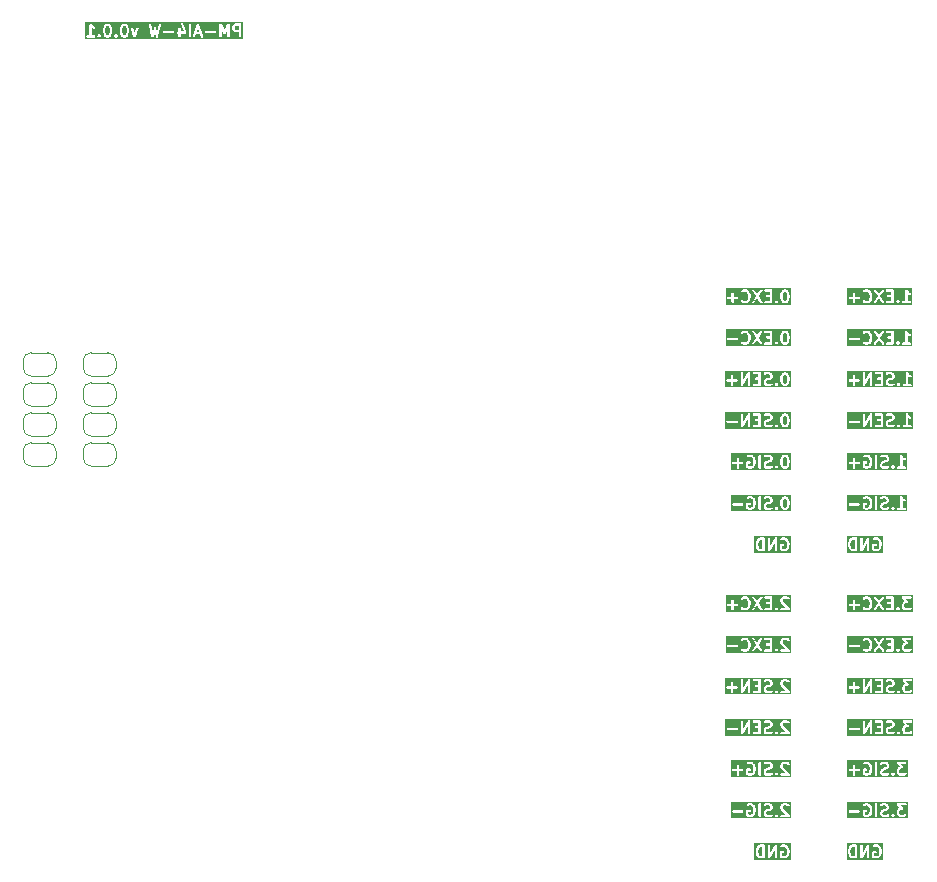
<source format=gbr>
%TF.GenerationSoftware,KiCad,Pcbnew,8.0.7-8.0.7-0~ubuntu24.04.1*%
%TF.CreationDate,2025-01-21T09:02:30+03:00*%
%TF.ProjectId,PM-AI4-W,504d2d41-4934-42d5-972e-6b696361645f,rev?*%
%TF.SameCoordinates,Original*%
%TF.FileFunction,Legend,Bot*%
%TF.FilePolarity,Positive*%
%FSLAX46Y46*%
G04 Gerber Fmt 4.6, Leading zero omitted, Abs format (unit mm)*
G04 Created by KiCad (PCBNEW 8.0.7-8.0.7-0~ubuntu24.04.1) date 2025-01-21 09:02:30*
%MOMM*%
%LPD*%
G01*
G04 APERTURE LIST*
G04 Aperture macros list*
%AMFreePoly0*
4,1,19,0.500000,-0.750000,0.000000,-0.750000,0.000000,-0.744911,-0.071157,-0.744911,-0.207708,-0.704816,-0.327430,-0.627875,-0.420627,-0.520320,-0.479746,-0.390866,-0.500000,-0.250000,-0.500000,0.250000,-0.479746,0.390866,-0.420627,0.520320,-0.327430,0.627875,-0.207708,0.704816,-0.071157,0.744911,0.000000,0.744911,0.000000,0.750000,0.500000,0.750000,0.500000,-0.750000,0.500000,-0.750000,
$1*%
%AMFreePoly1*
4,1,19,0.000000,0.744911,0.071157,0.744911,0.207708,0.704816,0.327430,0.627875,0.420627,0.520320,0.479746,0.390866,0.500000,0.250000,0.500000,-0.250000,0.479746,-0.390866,0.420627,-0.520320,0.327430,-0.627875,0.207708,-0.704816,0.071157,-0.744911,0.000000,-0.744911,0.000000,-0.750000,-0.500000,-0.750000,-0.500000,0.750000,0.000000,0.750000,0.000000,0.744911,0.000000,0.744911,
$1*%
G04 Aperture macros list end*
%ADD10C,0.200000*%
%ADD11C,0.120000*%
%ADD12C,2.000000*%
%ADD13FreePoly0,0.000000*%
%ADD14FreePoly1,0.000000*%
%ADD15FreePoly0,180.000000*%
%ADD16FreePoly1,180.000000*%
G04 APERTURE END LIST*
D10*
G36*
X27746663Y5336670D02*
G01*
X22660483Y5336670D01*
X22660483Y5948243D01*
X22771594Y5948243D01*
X22771594Y5909225D01*
X22786526Y5873177D01*
X22814116Y5845587D01*
X22850164Y5830655D01*
X22869673Y5828734D01*
X23631577Y5828734D01*
X23651086Y5830655D01*
X23687134Y5845587D01*
X23714724Y5873177D01*
X23729656Y5909225D01*
X23729656Y5948243D01*
X23718012Y5976353D01*
X23960149Y5976353D01*
X23960149Y5643020D01*
X23962070Y5623511D01*
X23963554Y5619929D01*
X23977001Y5587463D01*
X23989438Y5572310D01*
X24037056Y5524690D01*
X24052210Y5512253D01*
X24055529Y5510878D01*
X24058245Y5508523D01*
X24076145Y5500532D01*
X24219002Y5452913D01*
X24228674Y5450714D01*
X24231116Y5449702D01*
X24234653Y5449354D01*
X24238117Y5448566D01*
X24240751Y5448754D01*
X24250625Y5447781D01*
X24345863Y5447781D01*
X24355736Y5448754D01*
X24358370Y5448566D01*
X24361833Y5449354D01*
X24365372Y5449702D01*
X24367814Y5450714D01*
X24377486Y5452913D01*
X24520342Y5500532D01*
X24538243Y5508523D01*
X24540958Y5510878D01*
X24544278Y5512253D01*
X24559431Y5524690D01*
X24654669Y5619929D01*
X24660961Y5627596D01*
X24662958Y5629327D01*
X24664851Y5632335D01*
X24667106Y5635082D01*
X24668117Y5637524D01*
X24673401Y5645918D01*
X24721020Y5741155D01*
X24721566Y5742584D01*
X24721996Y5743163D01*
X24724917Y5751340D01*
X24728026Y5759464D01*
X24728077Y5760185D01*
X24728591Y5761623D01*
X24776210Y5952099D01*
X24776710Y5955481D01*
X24777275Y5956844D01*
X24777998Y5964195D01*
X24779078Y5971492D01*
X24778860Y5972951D01*
X24779196Y5976353D01*
X24779196Y6119210D01*
X24778860Y6122613D01*
X24779078Y6124071D01*
X24777998Y6131369D01*
X24777275Y6138719D01*
X24776710Y6140083D01*
X24776210Y6143464D01*
X24728591Y6333940D01*
X24728077Y6335379D01*
X24728026Y6336099D01*
X24724917Y6344224D01*
X24721996Y6352400D01*
X24721566Y6352980D01*
X24721020Y6354408D01*
X24673401Y6449645D01*
X24668114Y6458044D01*
X24667105Y6460481D01*
X24664853Y6463225D01*
X24662958Y6466236D01*
X24660960Y6467969D01*
X24654669Y6475635D01*
X24582523Y6547781D01*
X25007767Y6547781D01*
X25007767Y5547781D01*
X25009688Y5528272D01*
X25024620Y5492224D01*
X25052210Y5464634D01*
X25088258Y5449702D01*
X25127276Y5449702D01*
X25163324Y5464634D01*
X25190914Y5492224D01*
X25205846Y5528272D01*
X25207767Y5547781D01*
X25207767Y5833496D01*
X25436339Y5833496D01*
X25436339Y5738258D01*
X25438260Y5718749D01*
X25439635Y5715429D01*
X25439890Y5711845D01*
X25446896Y5693537D01*
X25494515Y5598299D01*
X25499798Y5589907D01*
X25500810Y5587463D01*
X25503066Y5584714D01*
X25504958Y5581709D01*
X25506952Y5579980D01*
X25513247Y5572310D01*
X25560865Y5524690D01*
X25568533Y5518397D01*
X25570265Y5516400D01*
X25573273Y5514507D01*
X25576019Y5512253D01*
X25578459Y5511243D01*
X25586856Y5505957D01*
X25682093Y5458338D01*
X25700402Y5451332D01*
X25703985Y5451078D01*
X25707306Y5449702D01*
X25726815Y5447781D01*
X25964910Y5447781D01*
X25974783Y5448754D01*
X25977417Y5448566D01*
X25980880Y5449354D01*
X25984419Y5449702D01*
X25986861Y5450714D01*
X25996533Y5452913D01*
X26139389Y5500532D01*
X26157290Y5508523D01*
X26186766Y5534088D01*
X26204215Y5568987D01*
X26206982Y5607907D01*
X26204648Y5614909D01*
X26390640Y5614909D01*
X26390640Y5575891D01*
X26397103Y5560288D01*
X26405572Y5539842D01*
X26405576Y5539838D01*
X26418008Y5524689D01*
X26465627Y5477071D01*
X26480780Y5464634D01*
X26489783Y5460905D01*
X26516829Y5449702D01*
X26555847Y5449702D01*
X26591895Y5464634D01*
X26607049Y5477070D01*
X26654667Y5524689D01*
X26667104Y5539842D01*
X26675401Y5559873D01*
X26678473Y5567290D01*
X26866831Y5567290D01*
X26866831Y5528272D01*
X26881763Y5492224D01*
X26909353Y5464634D01*
X26945401Y5449702D01*
X26964910Y5447781D01*
X27536338Y5447781D01*
X27555847Y5449702D01*
X27591895Y5464634D01*
X27619485Y5492224D01*
X27634417Y5528272D01*
X27634417Y5567290D01*
X27619485Y5603338D01*
X27591895Y5630928D01*
X27555847Y5645860D01*
X27536338Y5647781D01*
X27350624Y5647781D01*
X27350624Y6258740D01*
X27370389Y6238975D01*
X27378055Y6232684D01*
X27379788Y6230686D01*
X27382799Y6228791D01*
X27385543Y6226539D01*
X27387980Y6225530D01*
X27396379Y6220243D01*
X27491616Y6172624D01*
X27509925Y6165618D01*
X27548845Y6162852D01*
X27585861Y6175191D01*
X27615338Y6200756D01*
X27632787Y6235654D01*
X27635552Y6274574D01*
X27623214Y6311590D01*
X27597649Y6341067D01*
X27581059Y6351510D01*
X27500337Y6391871D01*
X27423573Y6468635D01*
X27333829Y6603251D01*
X27333784Y6603306D01*
X27333771Y6603338D01*
X27333697Y6603412D01*
X27321409Y6618418D01*
X27313180Y6623929D01*
X27306181Y6630928D01*
X27297129Y6634678D01*
X27288989Y6640129D01*
X27279281Y6642071D01*
X27270133Y6645860D01*
X27260334Y6645860D01*
X27250729Y6647781D01*
X27241018Y6645860D01*
X27231115Y6645860D01*
X27222062Y6642111D01*
X27212452Y6640209D01*
X27204213Y6634717D01*
X27195067Y6630928D01*
X27188140Y6624002D01*
X27179987Y6618566D01*
X27174476Y6610338D01*
X27167477Y6603338D01*
X27163727Y6594287D01*
X27158276Y6586146D01*
X27156334Y6576439D01*
X27152545Y6567290D01*
X27150644Y6547988D01*
X27150624Y6547886D01*
X27150630Y6547852D01*
X27150624Y6547781D01*
X27150624Y5647781D01*
X26964910Y5647781D01*
X26945401Y5645860D01*
X26909353Y5630928D01*
X26881763Y5603338D01*
X26866831Y5567290D01*
X26678473Y5567290D01*
X26682035Y5575890D01*
X26682036Y5614908D01*
X26667105Y5650957D01*
X26654668Y5666110D01*
X26607049Y5713730D01*
X26591896Y5726167D01*
X26572307Y5734281D01*
X26565629Y5737047D01*
X26555847Y5741099D01*
X26516829Y5741099D01*
X26507047Y5737047D01*
X26480781Y5726168D01*
X26480780Y5726167D01*
X26465626Y5713730D01*
X26418008Y5666110D01*
X26405571Y5650957D01*
X26396612Y5629327D01*
X26390640Y5614909D01*
X26204648Y5614909D01*
X26194643Y5644923D01*
X26169078Y5674399D01*
X26134179Y5691849D01*
X26095259Y5694615D01*
X26076144Y5690268D01*
X25948683Y5647781D01*
X25750422Y5647781D01*
X25690812Y5677586D01*
X25666145Y5702254D01*
X25636339Y5761866D01*
X25636339Y5809889D01*
X25666144Y5869499D01*
X25690812Y5894168D01*
X25761719Y5929621D01*
X25941544Y5974577D01*
X25942981Y5975091D01*
X25943704Y5975142D01*
X25951828Y5978251D01*
X25960005Y5981172D01*
X25960585Y5981603D01*
X25962012Y5982148D01*
X26057250Y6029767D01*
X26065646Y6035053D01*
X26068086Y6036063D01*
X26070832Y6038317D01*
X26073840Y6040210D01*
X26075569Y6042205D01*
X26083240Y6048499D01*
X26130858Y6096118D01*
X26137150Y6103785D01*
X26139148Y6105517D01*
X26141041Y6108526D01*
X26143295Y6111271D01*
X26144305Y6113712D01*
X26149591Y6122108D01*
X26197210Y6217345D01*
X26204216Y6235654D01*
X26204470Y6239238D01*
X26205846Y6242558D01*
X26207767Y6262067D01*
X26207767Y6357305D01*
X26205846Y6376814D01*
X26204470Y6380135D01*
X26204216Y6383718D01*
X26197210Y6402027D01*
X26149591Y6497264D01*
X26144305Y6505661D01*
X26143295Y6508101D01*
X26141041Y6510847D01*
X26139148Y6513855D01*
X26137150Y6515588D01*
X26130858Y6523254D01*
X26083240Y6570873D01*
X26075569Y6577168D01*
X26073840Y6579162D01*
X26070832Y6581056D01*
X26068086Y6583309D01*
X26065646Y6584320D01*
X26057250Y6589605D01*
X25962012Y6637224D01*
X25943704Y6644230D01*
X25940120Y6644485D01*
X25936800Y6645860D01*
X25917291Y6647781D01*
X25679196Y6647781D01*
X25669322Y6646809D01*
X25666688Y6646996D01*
X25663224Y6646209D01*
X25659687Y6645860D01*
X25657245Y6644849D01*
X25647573Y6642649D01*
X25504716Y6595030D01*
X25486816Y6587039D01*
X25457340Y6561474D01*
X25439890Y6526575D01*
X25437124Y6487655D01*
X25449462Y6450639D01*
X25475027Y6421163D01*
X25509926Y6403713D01*
X25548846Y6400947D01*
X25567962Y6405294D01*
X25695422Y6447781D01*
X25893684Y6447781D01*
X25953293Y6417976D01*
X25977962Y6393308D01*
X26007767Y6333698D01*
X26007767Y6285674D01*
X25977962Y6226065D01*
X25953293Y6201397D01*
X25882386Y6165943D01*
X25702561Y6120986D01*
X25701122Y6120473D01*
X25700402Y6120421D01*
X25692277Y6117313D01*
X25684101Y6114391D01*
X25683521Y6113962D01*
X25682093Y6113415D01*
X25586856Y6065796D01*
X25578459Y6060511D01*
X25576019Y6059500D01*
X25573273Y6057247D01*
X25570265Y6055353D01*
X25568532Y6053356D01*
X25560866Y6047063D01*
X25513247Y5999445D01*
X25506952Y5991775D01*
X25504958Y5990045D01*
X25503064Y5987038D01*
X25500811Y5984291D01*
X25499800Y5981852D01*
X25494515Y5973455D01*
X25446896Y5878217D01*
X25439890Y5859909D01*
X25439635Y5856326D01*
X25438260Y5853005D01*
X25436339Y5833496D01*
X25207767Y5833496D01*
X25207767Y6547781D01*
X25205846Y6567290D01*
X25190914Y6603338D01*
X25163324Y6630928D01*
X25127276Y6645860D01*
X25088258Y6645860D01*
X25052210Y6630928D01*
X25024620Y6603338D01*
X25009688Y6567290D01*
X25007767Y6547781D01*
X24582523Y6547781D01*
X24559431Y6570873D01*
X24544277Y6583309D01*
X24540958Y6584684D01*
X24538243Y6587039D01*
X24520342Y6595030D01*
X24377486Y6642649D01*
X24367814Y6644849D01*
X24365372Y6645860D01*
X24361833Y6646209D01*
X24358370Y6646996D01*
X24355736Y6646809D01*
X24345863Y6647781D01*
X24203006Y6647781D01*
X24183497Y6645860D01*
X24180176Y6644485D01*
X24176593Y6644230D01*
X24158284Y6637224D01*
X24063047Y6589605D01*
X24046456Y6579162D01*
X24020892Y6549685D01*
X24008553Y6512669D01*
X24011319Y6473749D01*
X24028768Y6438850D01*
X24058245Y6413286D01*
X24095261Y6400947D01*
X24134181Y6403713D01*
X24152489Y6410719D01*
X24226613Y6447781D01*
X24329636Y6447781D01*
X24434700Y6412760D01*
X24501773Y6345687D01*
X24537225Y6274782D01*
X24579196Y6106901D01*
X24579196Y5988663D01*
X24537225Y5820782D01*
X24501772Y5749876D01*
X24434701Y5682803D01*
X24329636Y5647781D01*
X24266851Y5647781D01*
X24161786Y5682803D01*
X24160149Y5684441D01*
X24160149Y5876353D01*
X24250625Y5876353D01*
X24270134Y5878274D01*
X24306182Y5893206D01*
X24333772Y5920796D01*
X24348704Y5956844D01*
X24348704Y5995862D01*
X24333772Y6031910D01*
X24306182Y6059500D01*
X24270134Y6074432D01*
X24250625Y6076353D01*
X24060149Y6076353D01*
X24040640Y6074432D01*
X24004592Y6059500D01*
X23977002Y6031910D01*
X23962070Y5995862D01*
X23960149Y5976353D01*
X23718012Y5976353D01*
X23714724Y5984291D01*
X23687134Y6011881D01*
X23651086Y6026813D01*
X23631577Y6028734D01*
X22869673Y6028734D01*
X22850164Y6026813D01*
X22814116Y6011881D01*
X22786526Y5984291D01*
X22771594Y5948243D01*
X22660483Y5948243D01*
X22660483Y6758892D01*
X27746663Y6758892D01*
X27746663Y5336670D01*
G37*
G36*
X28269338Y-13663330D02*
G01*
X22660483Y-13663330D01*
X22660483Y-13051757D01*
X22771594Y-13051757D01*
X22771594Y-13090775D01*
X22786526Y-13126823D01*
X22814116Y-13154413D01*
X22850164Y-13169345D01*
X22869673Y-13171266D01*
X23631577Y-13171266D01*
X23651086Y-13169345D01*
X23687134Y-13154413D01*
X23714724Y-13126823D01*
X23729656Y-13090775D01*
X23729656Y-13051757D01*
X23714724Y-13015709D01*
X23687134Y-12988119D01*
X23651086Y-12973187D01*
X23631577Y-12971266D01*
X22869673Y-12971266D01*
X22850164Y-12973187D01*
X22814116Y-12988119D01*
X22786526Y-13015709D01*
X22771594Y-13051757D01*
X22660483Y-13051757D01*
X22660483Y-12452219D01*
X24007768Y-12452219D01*
X24007768Y-13452219D01*
X24008262Y-13457236D01*
X24008012Y-13459204D01*
X24008706Y-13461750D01*
X24009689Y-13471728D01*
X24014780Y-13484018D01*
X24018279Y-13496847D01*
X24022181Y-13501885D01*
X24024621Y-13507776D01*
X24034026Y-13517181D01*
X24042169Y-13527696D01*
X24047703Y-13530858D01*
X24052211Y-13535366D01*
X24064496Y-13540454D01*
X24076046Y-13547055D01*
X24082370Y-13547858D01*
X24088259Y-13550298D01*
X24101560Y-13550298D01*
X24114753Y-13551975D01*
X24120902Y-13550298D01*
X24127277Y-13550298D01*
X24139567Y-13545206D01*
X24152396Y-13541708D01*
X24157434Y-13537805D01*
X24163325Y-13535366D01*
X24172730Y-13525960D01*
X24183245Y-13517818D01*
X24189048Y-13509642D01*
X24190915Y-13507776D01*
X24191673Y-13505943D01*
X24194592Y-13501833D01*
X24579196Y-12828775D01*
X24579196Y-13452219D01*
X24581117Y-13471728D01*
X24596049Y-13507776D01*
X24623639Y-13535366D01*
X24659687Y-13550298D01*
X24698705Y-13550298D01*
X24734753Y-13535366D01*
X24762343Y-13507776D01*
X24777275Y-13471728D01*
X24779196Y-13452219D01*
X24779196Y-12452219D01*
X24778701Y-12447201D01*
X24778952Y-12445234D01*
X24778257Y-12442687D01*
X24777275Y-12432710D01*
X25009689Y-12432710D01*
X25009689Y-12471728D01*
X25024621Y-12507776D01*
X25052211Y-12535366D01*
X25088259Y-12550298D01*
X25107768Y-12552219D01*
X25483958Y-12552219D01*
X25483958Y-12828409D01*
X25250625Y-12828409D01*
X25231116Y-12830330D01*
X25195068Y-12845262D01*
X25167478Y-12872852D01*
X25152546Y-12908900D01*
X25152546Y-12947918D01*
X25167478Y-12983966D01*
X25195068Y-13011556D01*
X25231116Y-13026488D01*
X25250625Y-13028409D01*
X25483958Y-13028409D01*
X25483958Y-13352219D01*
X25107768Y-13352219D01*
X25088259Y-13354140D01*
X25052211Y-13369072D01*
X25024621Y-13396662D01*
X25009689Y-13432710D01*
X25009689Y-13471728D01*
X25024621Y-13507776D01*
X25052211Y-13535366D01*
X25088259Y-13550298D01*
X25107768Y-13552219D01*
X25583958Y-13552219D01*
X25603467Y-13550298D01*
X25639515Y-13535366D01*
X25667105Y-13507776D01*
X25682037Y-13471728D01*
X25683958Y-13452219D01*
X25683958Y-13166504D01*
X25912530Y-13166504D01*
X25912530Y-13261742D01*
X25914451Y-13281251D01*
X25915826Y-13284571D01*
X25916081Y-13288155D01*
X25923087Y-13306463D01*
X25970706Y-13401701D01*
X25975989Y-13410093D01*
X25977001Y-13412537D01*
X25979257Y-13415286D01*
X25981149Y-13418291D01*
X25983143Y-13420020D01*
X25989438Y-13427690D01*
X26037056Y-13475310D01*
X26044724Y-13481603D01*
X26046456Y-13483600D01*
X26049464Y-13485493D01*
X26052210Y-13487747D01*
X26054650Y-13488757D01*
X26063047Y-13494043D01*
X26158284Y-13541662D01*
X26176593Y-13548668D01*
X26180176Y-13548922D01*
X26183497Y-13550298D01*
X26203006Y-13552219D01*
X26441101Y-13552219D01*
X26450974Y-13551246D01*
X26453608Y-13551434D01*
X26457071Y-13550646D01*
X26460610Y-13550298D01*
X26463052Y-13549286D01*
X26472724Y-13547087D01*
X26615580Y-13499468D01*
X26633481Y-13491477D01*
X26662957Y-13465912D01*
X26680406Y-13431013D01*
X26683173Y-13392093D01*
X26680839Y-13385091D01*
X26866831Y-13385091D01*
X26866831Y-13424109D01*
X26873294Y-13439712D01*
X26881763Y-13460158D01*
X26881767Y-13460162D01*
X26894199Y-13475311D01*
X26941818Y-13522929D01*
X26956971Y-13535366D01*
X26965974Y-13539095D01*
X26993020Y-13550298D01*
X27032038Y-13550298D01*
X27068086Y-13535366D01*
X27083240Y-13522930D01*
X27130858Y-13475311D01*
X27143295Y-13460158D01*
X27150047Y-13443856D01*
X27158226Y-13424110D01*
X27158227Y-13385092D01*
X27143296Y-13349043D01*
X27130859Y-13333890D01*
X27083240Y-13286270D01*
X27068087Y-13273833D01*
X27048498Y-13265719D01*
X27041820Y-13262953D01*
X27032038Y-13258901D01*
X26993020Y-13258901D01*
X26983238Y-13262953D01*
X26956972Y-13273832D01*
X26956971Y-13273833D01*
X26941817Y-13286270D01*
X26894199Y-13333890D01*
X26881762Y-13349043D01*
X26871749Y-13373219D01*
X26866831Y-13385091D01*
X26680839Y-13385091D01*
X26670834Y-13355077D01*
X26645269Y-13325601D01*
X26610370Y-13308151D01*
X26571450Y-13305385D01*
X26552335Y-13309732D01*
X26424874Y-13352219D01*
X26226613Y-13352219D01*
X26167003Y-13322414D01*
X26142336Y-13297746D01*
X26112530Y-13238134D01*
X26112530Y-13190111D01*
X26142335Y-13130501D01*
X26167003Y-13105832D01*
X26237910Y-13070379D01*
X26417735Y-13025423D01*
X26419172Y-13024909D01*
X26419895Y-13024858D01*
X26423059Y-13023647D01*
X27341101Y-13023647D01*
X27341101Y-13261742D01*
X27343022Y-13281251D01*
X27344397Y-13284571D01*
X27344652Y-13288155D01*
X27351658Y-13306463D01*
X27399277Y-13401701D01*
X27404560Y-13410093D01*
X27405572Y-13412537D01*
X27407828Y-13415286D01*
X27409720Y-13418291D01*
X27411714Y-13420020D01*
X27418009Y-13427690D01*
X27465627Y-13475310D01*
X27473295Y-13481603D01*
X27475027Y-13483600D01*
X27478035Y-13485493D01*
X27480781Y-13487747D01*
X27483221Y-13488757D01*
X27491618Y-13494043D01*
X27586855Y-13541662D01*
X27605164Y-13548668D01*
X27608747Y-13548922D01*
X27612068Y-13550298D01*
X27631577Y-13552219D01*
X27917291Y-13552219D01*
X27936800Y-13550298D01*
X27940120Y-13548922D01*
X27943704Y-13548668D01*
X27962012Y-13541662D01*
X28057250Y-13494043D01*
X28065645Y-13488758D01*
X28068087Y-13487747D01*
X28070834Y-13485491D01*
X28073840Y-13483600D01*
X28075570Y-13481605D01*
X28083240Y-13475310D01*
X28130859Y-13427690D01*
X28143296Y-13412537D01*
X28158227Y-13376488D01*
X28158226Y-13337470D01*
X28143295Y-13301422D01*
X28115704Y-13273832D01*
X28079656Y-13258901D01*
X28040638Y-13258902D01*
X28004590Y-13273833D01*
X27989436Y-13286270D01*
X27953293Y-13322413D01*
X27893684Y-13352219D01*
X27655184Y-13352219D01*
X27595574Y-13322414D01*
X27570907Y-13297746D01*
X27541101Y-13238134D01*
X27541101Y-13047254D01*
X27570906Y-12987644D01*
X27595574Y-12962975D01*
X27655184Y-12933171D01*
X27774434Y-12933171D01*
X27784751Y-12932155D01*
X27787376Y-12932330D01*
X27789183Y-12931718D01*
X27793943Y-12931250D01*
X27808946Y-12925035D01*
X27824338Y-12919830D01*
X27826877Y-12917607D01*
X27829991Y-12916318D01*
X27841468Y-12904840D01*
X27853702Y-12894136D01*
X27855197Y-12891111D01*
X27857581Y-12888728D01*
X27863795Y-12873726D01*
X27870998Y-12859161D01*
X27871222Y-12855795D01*
X27872513Y-12852680D01*
X27872513Y-12836431D01*
X27873593Y-12820229D01*
X27872513Y-12817035D01*
X27872513Y-12813662D01*
X27866297Y-12798656D01*
X27861093Y-12783268D01*
X27858311Y-12779377D01*
X27857581Y-12777614D01*
X27855721Y-12775754D01*
X27849692Y-12767321D01*
X27661478Y-12552219D01*
X28060148Y-12552219D01*
X28079657Y-12550298D01*
X28115705Y-12535366D01*
X28143295Y-12507776D01*
X28158227Y-12471728D01*
X28158227Y-12432710D01*
X28143295Y-12396662D01*
X28115705Y-12369072D01*
X28079657Y-12354140D01*
X28060148Y-12352219D01*
X27441101Y-12352219D01*
X27430783Y-12353234D01*
X27428159Y-12353060D01*
X27426351Y-12353671D01*
X27421592Y-12354140D01*
X27406586Y-12360355D01*
X27391198Y-12365560D01*
X27388658Y-12367781D01*
X27385544Y-12369072D01*
X27374059Y-12380556D01*
X27361834Y-12391254D01*
X27360338Y-12394277D01*
X27357954Y-12396662D01*
X27351737Y-12411668D01*
X27344537Y-12426229D01*
X27344312Y-12429594D01*
X27343022Y-12432710D01*
X27343022Y-12448958D01*
X27341942Y-12465161D01*
X27343022Y-12468354D01*
X27343022Y-12471728D01*
X27349237Y-12486733D01*
X27354442Y-12502122D01*
X27357223Y-12506012D01*
X27357954Y-12507776D01*
X27359813Y-12509635D01*
X27365843Y-12518069D01*
X27570464Y-12751923D01*
X27491618Y-12791347D01*
X27483221Y-12796632D01*
X27480781Y-12797643D01*
X27478035Y-12799896D01*
X27475027Y-12801790D01*
X27473294Y-12803787D01*
X27465628Y-12810080D01*
X27418009Y-12857698D01*
X27411714Y-12865368D01*
X27409720Y-12867098D01*
X27407826Y-12870105D01*
X27405573Y-12872852D01*
X27404562Y-12875291D01*
X27399277Y-12883688D01*
X27351658Y-12978926D01*
X27344652Y-12997234D01*
X27344397Y-13000817D01*
X27343022Y-13004138D01*
X27341101Y-13023647D01*
X26423059Y-13023647D01*
X26428019Y-13021749D01*
X26436196Y-13018828D01*
X26436776Y-13018397D01*
X26438203Y-13017852D01*
X26533441Y-12970233D01*
X26541837Y-12964947D01*
X26544277Y-12963937D01*
X26547023Y-12961683D01*
X26550031Y-12959790D01*
X26551760Y-12957795D01*
X26559431Y-12951501D01*
X26607049Y-12903882D01*
X26613341Y-12896215D01*
X26615339Y-12894483D01*
X26617232Y-12891474D01*
X26619486Y-12888729D01*
X26620496Y-12886288D01*
X26625782Y-12877892D01*
X26673401Y-12782655D01*
X26680407Y-12764346D01*
X26680661Y-12760762D01*
X26682037Y-12757442D01*
X26683958Y-12737933D01*
X26683958Y-12642695D01*
X26682037Y-12623186D01*
X26680661Y-12619865D01*
X26680407Y-12616282D01*
X26673401Y-12597973D01*
X26625782Y-12502736D01*
X26620496Y-12494339D01*
X26619486Y-12491899D01*
X26617232Y-12489153D01*
X26615339Y-12486145D01*
X26613341Y-12484412D01*
X26607049Y-12476746D01*
X26559431Y-12429127D01*
X26551760Y-12422832D01*
X26550031Y-12420838D01*
X26547023Y-12418944D01*
X26544277Y-12416691D01*
X26541837Y-12415680D01*
X26533441Y-12410395D01*
X26438203Y-12362776D01*
X26419895Y-12355770D01*
X26416311Y-12355515D01*
X26412991Y-12354140D01*
X26393482Y-12352219D01*
X26155387Y-12352219D01*
X26145513Y-12353191D01*
X26142879Y-12353004D01*
X26139415Y-12353791D01*
X26135878Y-12354140D01*
X26133436Y-12355151D01*
X26123764Y-12357351D01*
X25980907Y-12404970D01*
X25963007Y-12412961D01*
X25933531Y-12438526D01*
X25916081Y-12473425D01*
X25913315Y-12512345D01*
X25925653Y-12549361D01*
X25951218Y-12578837D01*
X25986117Y-12596287D01*
X26025037Y-12599053D01*
X26044153Y-12594706D01*
X26171613Y-12552219D01*
X26369875Y-12552219D01*
X26429484Y-12582024D01*
X26454153Y-12606692D01*
X26483958Y-12666302D01*
X26483958Y-12714326D01*
X26454153Y-12773935D01*
X26429484Y-12798603D01*
X26358577Y-12834057D01*
X26178752Y-12879014D01*
X26177313Y-12879527D01*
X26176593Y-12879579D01*
X26168468Y-12882687D01*
X26160292Y-12885609D01*
X26159712Y-12886038D01*
X26158284Y-12886585D01*
X26063047Y-12934204D01*
X26054650Y-12939489D01*
X26052210Y-12940500D01*
X26049464Y-12942753D01*
X26046456Y-12944647D01*
X26044723Y-12946644D01*
X26037057Y-12952937D01*
X25989438Y-13000555D01*
X25983143Y-13008225D01*
X25981149Y-13009955D01*
X25979255Y-13012962D01*
X25977002Y-13015709D01*
X25975991Y-13018148D01*
X25970706Y-13026545D01*
X25923087Y-13121783D01*
X25916081Y-13140091D01*
X25915826Y-13143674D01*
X25914451Y-13146995D01*
X25912530Y-13166504D01*
X25683958Y-13166504D01*
X25683958Y-12452219D01*
X25682037Y-12432710D01*
X25667105Y-12396662D01*
X25639515Y-12369072D01*
X25603467Y-12354140D01*
X25583958Y-12352219D01*
X25107768Y-12352219D01*
X25088259Y-12354140D01*
X25052211Y-12369072D01*
X25024621Y-12396662D01*
X25009689Y-12432710D01*
X24777275Y-12432710D01*
X24772185Y-12420423D01*
X24768686Y-12407591D01*
X24764781Y-12402549D01*
X24762343Y-12396662D01*
X24752939Y-12387258D01*
X24744795Y-12376742D01*
X24739260Y-12373579D01*
X24734753Y-12369072D01*
X24722467Y-12363983D01*
X24710918Y-12357383D01*
X24704593Y-12356579D01*
X24698705Y-12354140D01*
X24685405Y-12354140D01*
X24672212Y-12352463D01*
X24666063Y-12354140D01*
X24659687Y-12354140D01*
X24647400Y-12359229D01*
X24634568Y-12362729D01*
X24629526Y-12366633D01*
X24623639Y-12369072D01*
X24614235Y-12378475D01*
X24603719Y-12386620D01*
X24597915Y-12394795D01*
X24596049Y-12396662D01*
X24595290Y-12398494D01*
X24592372Y-12402605D01*
X24207768Y-13075662D01*
X24207768Y-12452219D01*
X24205847Y-12432710D01*
X24190915Y-12396662D01*
X24163325Y-12369072D01*
X24127277Y-12354140D01*
X24088259Y-12354140D01*
X24052211Y-12369072D01*
X24024621Y-12396662D01*
X24009689Y-12432710D01*
X24007768Y-12452219D01*
X22660483Y-12452219D01*
X22660483Y-12241108D01*
X28269338Y-12241108D01*
X28269338Y-13663330D01*
G37*
G36*
X23293482Y-23852219D02*
G01*
X23171613Y-23852219D01*
X23066548Y-23817197D01*
X22999478Y-23750127D01*
X22964024Y-23679218D01*
X22922054Y-23511337D01*
X22922054Y-23393100D01*
X22964024Y-23225218D01*
X22999477Y-23154312D01*
X23066549Y-23087240D01*
X23171613Y-23052219D01*
X23293482Y-23052219D01*
X23293482Y-23852219D01*
G37*
G36*
X25699831Y-24163330D02*
G01*
X22610943Y-24163330D01*
X22610943Y-23380790D01*
X22722054Y-23380790D01*
X22722054Y-23523647D01*
X22722389Y-23527049D01*
X22722172Y-23528508D01*
X22723251Y-23535805D01*
X22723975Y-23543156D01*
X22724539Y-23544519D01*
X22725040Y-23547901D01*
X22772659Y-23738376D01*
X22773172Y-23739813D01*
X22773224Y-23740536D01*
X22776332Y-23748660D01*
X22779254Y-23756837D01*
X22779684Y-23757417D01*
X22780230Y-23758844D01*
X22827849Y-23854082D01*
X22833131Y-23862474D01*
X22834144Y-23864918D01*
X22836400Y-23867667D01*
X22838292Y-23870672D01*
X22840286Y-23872401D01*
X22846581Y-23880071D01*
X22941819Y-23975311D01*
X22956972Y-23987747D01*
X22960291Y-23989122D01*
X22963007Y-23991477D01*
X22980907Y-23999468D01*
X23123764Y-24047087D01*
X23133436Y-24049286D01*
X23135878Y-24050298D01*
X23139415Y-24050646D01*
X23142879Y-24051434D01*
X23145513Y-24051246D01*
X23155387Y-24052219D01*
X23393482Y-24052219D01*
X23412991Y-24050298D01*
X23449039Y-24035366D01*
X23476629Y-24007776D01*
X23491561Y-23971728D01*
X23493482Y-23952219D01*
X23493482Y-22952219D01*
X23769673Y-22952219D01*
X23769673Y-23952219D01*
X23770167Y-23957236D01*
X23769917Y-23959204D01*
X23770611Y-23961750D01*
X23771594Y-23971728D01*
X23776685Y-23984018D01*
X23780184Y-23996847D01*
X23784086Y-24001885D01*
X23786526Y-24007776D01*
X23795931Y-24017181D01*
X23804074Y-24027696D01*
X23809608Y-24030858D01*
X23814116Y-24035366D01*
X23826401Y-24040454D01*
X23837951Y-24047055D01*
X23844275Y-24047858D01*
X23850164Y-24050298D01*
X23863465Y-24050298D01*
X23876658Y-24051975D01*
X23882807Y-24050298D01*
X23889182Y-24050298D01*
X23901472Y-24045206D01*
X23914301Y-24041708D01*
X23919339Y-24037805D01*
X23925230Y-24035366D01*
X23934635Y-24025960D01*
X23945150Y-24017818D01*
X23950953Y-24009642D01*
X23952820Y-24007776D01*
X23953578Y-24005943D01*
X23956497Y-24001833D01*
X24341101Y-23328775D01*
X24341101Y-23952219D01*
X24343022Y-23971728D01*
X24357954Y-24007776D01*
X24385544Y-24035366D01*
X24421592Y-24050298D01*
X24460610Y-24050298D01*
X24496658Y-24035366D01*
X24524248Y-24007776D01*
X24539180Y-23971728D01*
X24541101Y-23952219D01*
X24541101Y-23523647D01*
X24769673Y-23523647D01*
X24769673Y-23856980D01*
X24771594Y-23876488D01*
X24786525Y-23912537D01*
X24798962Y-23927690D01*
X24846580Y-23975310D01*
X24861734Y-23987747D01*
X24865053Y-23989122D01*
X24867769Y-23991477D01*
X24885669Y-23999468D01*
X25028526Y-24047087D01*
X25038198Y-24049286D01*
X25040640Y-24050298D01*
X25044177Y-24050646D01*
X25047641Y-24051434D01*
X25050275Y-24051246D01*
X25060149Y-24052219D01*
X25155387Y-24052219D01*
X25165260Y-24051246D01*
X25167894Y-24051434D01*
X25171357Y-24050646D01*
X25174896Y-24050298D01*
X25177338Y-24049286D01*
X25187010Y-24047087D01*
X25329866Y-23999468D01*
X25347767Y-23991477D01*
X25350482Y-23989122D01*
X25353802Y-23987747D01*
X25368955Y-23975310D01*
X25464193Y-23880071D01*
X25470485Y-23872404D01*
X25472482Y-23870673D01*
X25474375Y-23867665D01*
X25476630Y-23864918D01*
X25477641Y-23862476D01*
X25482925Y-23854082D01*
X25530544Y-23758845D01*
X25531090Y-23757416D01*
X25531520Y-23756837D01*
X25534441Y-23748660D01*
X25537550Y-23740536D01*
X25537601Y-23739815D01*
X25538115Y-23738377D01*
X25585734Y-23547901D01*
X25586234Y-23544519D01*
X25586799Y-23543156D01*
X25587522Y-23535805D01*
X25588602Y-23528508D01*
X25588384Y-23527049D01*
X25588720Y-23523647D01*
X25588720Y-23380790D01*
X25588384Y-23377387D01*
X25588602Y-23375929D01*
X25587522Y-23368631D01*
X25586799Y-23361281D01*
X25586234Y-23359917D01*
X25585734Y-23356536D01*
X25538115Y-23166060D01*
X25537601Y-23164621D01*
X25537550Y-23163901D01*
X25534441Y-23155776D01*
X25531520Y-23147600D01*
X25531090Y-23147020D01*
X25530544Y-23145592D01*
X25482925Y-23050355D01*
X25477638Y-23041956D01*
X25476629Y-23039519D01*
X25474377Y-23036775D01*
X25472482Y-23033764D01*
X25470484Y-23032031D01*
X25464193Y-23024365D01*
X25368955Y-22929127D01*
X25353801Y-22916691D01*
X25350482Y-22915316D01*
X25347767Y-22912961D01*
X25329866Y-22904970D01*
X25187010Y-22857351D01*
X25177338Y-22855151D01*
X25174896Y-22854140D01*
X25171357Y-22853791D01*
X25167894Y-22853004D01*
X25165260Y-22853191D01*
X25155387Y-22852219D01*
X25012530Y-22852219D01*
X24993021Y-22854140D01*
X24989700Y-22855515D01*
X24986117Y-22855770D01*
X24967808Y-22862776D01*
X24872571Y-22910395D01*
X24855980Y-22920838D01*
X24830416Y-22950315D01*
X24818077Y-22987331D01*
X24820843Y-23026251D01*
X24838292Y-23061150D01*
X24867769Y-23086714D01*
X24904785Y-23099053D01*
X24943705Y-23096287D01*
X24962013Y-23089281D01*
X25036137Y-23052219D01*
X25139160Y-23052219D01*
X25244224Y-23087240D01*
X25311297Y-23154313D01*
X25346749Y-23225218D01*
X25388720Y-23393099D01*
X25388720Y-23511337D01*
X25346749Y-23679218D01*
X25311296Y-23750124D01*
X25244225Y-23817197D01*
X25139160Y-23852219D01*
X25076375Y-23852219D01*
X24971310Y-23817197D01*
X24969673Y-23815559D01*
X24969673Y-23623647D01*
X25060149Y-23623647D01*
X25079658Y-23621726D01*
X25115706Y-23606794D01*
X25143296Y-23579204D01*
X25158228Y-23543156D01*
X25158228Y-23504138D01*
X25143296Y-23468090D01*
X25115706Y-23440500D01*
X25079658Y-23425568D01*
X25060149Y-23423647D01*
X24869673Y-23423647D01*
X24850164Y-23425568D01*
X24814116Y-23440500D01*
X24786526Y-23468090D01*
X24771594Y-23504138D01*
X24769673Y-23523647D01*
X24541101Y-23523647D01*
X24541101Y-22952219D01*
X24540606Y-22947201D01*
X24540857Y-22945234D01*
X24540162Y-22942687D01*
X24539180Y-22932710D01*
X24534090Y-22920423D01*
X24530591Y-22907591D01*
X24526686Y-22902549D01*
X24524248Y-22896662D01*
X24514844Y-22887258D01*
X24506700Y-22876742D01*
X24501165Y-22873579D01*
X24496658Y-22869072D01*
X24484372Y-22863983D01*
X24472823Y-22857383D01*
X24466498Y-22856579D01*
X24460610Y-22854140D01*
X24447310Y-22854140D01*
X24434117Y-22852463D01*
X24427968Y-22854140D01*
X24421592Y-22854140D01*
X24409305Y-22859229D01*
X24396473Y-22862729D01*
X24391431Y-22866633D01*
X24385544Y-22869072D01*
X24376140Y-22878475D01*
X24365624Y-22886620D01*
X24359820Y-22894795D01*
X24357954Y-22896662D01*
X24357195Y-22898494D01*
X24354277Y-22902605D01*
X23969673Y-23575662D01*
X23969673Y-22952219D01*
X23967752Y-22932710D01*
X23952820Y-22896662D01*
X23925230Y-22869072D01*
X23889182Y-22854140D01*
X23850164Y-22854140D01*
X23814116Y-22869072D01*
X23786526Y-22896662D01*
X23771594Y-22932710D01*
X23769673Y-22952219D01*
X23493482Y-22952219D01*
X23491561Y-22932710D01*
X23476629Y-22896662D01*
X23449039Y-22869072D01*
X23412991Y-22854140D01*
X23393482Y-22852219D01*
X23155387Y-22852219D01*
X23145513Y-22853191D01*
X23142879Y-22853004D01*
X23139415Y-22853791D01*
X23135878Y-22854140D01*
X23133436Y-22855151D01*
X23123764Y-22857351D01*
X22980907Y-22904970D01*
X22963007Y-22912961D01*
X22960291Y-22915316D01*
X22956973Y-22916691D01*
X22941819Y-22929127D01*
X22846581Y-23024365D01*
X22840286Y-23032035D01*
X22838292Y-23033765D01*
X22836398Y-23036772D01*
X22834145Y-23039519D01*
X22833134Y-23041958D01*
X22827849Y-23050355D01*
X22780230Y-23145593D01*
X22779684Y-23147019D01*
X22779254Y-23147600D01*
X22776332Y-23155776D01*
X22773224Y-23163901D01*
X22773172Y-23164623D01*
X22772659Y-23166061D01*
X22725040Y-23356536D01*
X22724539Y-23359917D01*
X22723975Y-23361281D01*
X22723251Y-23368631D01*
X22722172Y-23375929D01*
X22722389Y-23377387D01*
X22722054Y-23380790D01*
X22610943Y-23380790D01*
X22610943Y-22741108D01*
X25699831Y-22741108D01*
X25699831Y-24163330D01*
G37*
G36*
X17475852Y23917976D02*
G01*
X17500521Y23893308D01*
X17535974Y23822401D01*
X17577945Y23654520D01*
X17577945Y23441044D01*
X17535974Y23273163D01*
X17500521Y23202257D01*
X17475852Y23177587D01*
X17416243Y23147781D01*
X17368219Y23147781D01*
X17308609Y23177586D01*
X17283942Y23202254D01*
X17248487Y23273163D01*
X17206517Y23441044D01*
X17206517Y23654519D01*
X17248487Y23822401D01*
X17283941Y23893308D01*
X17308609Y23917977D01*
X17368219Y23947781D01*
X17416243Y23947781D01*
X17475852Y23917976D01*
G37*
G36*
X17889056Y22836670D02*
G01*
X12373518Y22836670D01*
X12373518Y23448243D01*
X12484629Y23448243D01*
X12484629Y23409225D01*
X12499561Y23373177D01*
X12527151Y23345587D01*
X12563199Y23330655D01*
X12582708Y23328734D01*
X12863660Y23328734D01*
X12863660Y23047781D01*
X12865581Y23028272D01*
X12880513Y22992224D01*
X12908103Y22964634D01*
X12944151Y22949702D01*
X12983169Y22949702D01*
X13019217Y22964634D01*
X13046807Y22992224D01*
X13061739Y23028272D01*
X13063660Y23047781D01*
X13063660Y23328734D01*
X13344612Y23328734D01*
X13364121Y23330655D01*
X13400169Y23345587D01*
X13427759Y23373177D01*
X13442691Y23409225D01*
X13442691Y23448243D01*
X13427759Y23484291D01*
X13400169Y23511881D01*
X13364121Y23526813D01*
X13344612Y23528734D01*
X13063660Y23528734D01*
X13063660Y23809686D01*
X13061739Y23829195D01*
X13046807Y23865243D01*
X13019217Y23892833D01*
X12983169Y23907765D01*
X12944151Y23907765D01*
X12908103Y23892833D01*
X12880513Y23865243D01*
X12865581Y23829195D01*
X12863660Y23809686D01*
X12863660Y23528734D01*
X12582708Y23528734D01*
X12563199Y23526813D01*
X12527151Y23511881D01*
X12499561Y23484291D01*
X12484629Y23448243D01*
X12373518Y23448243D01*
X12373518Y23972052D01*
X13675105Y23972052D01*
X13675105Y23933034D01*
X13690037Y23896986D01*
X13717627Y23869396D01*
X13753675Y23854464D01*
X13792693Y23854464D01*
X13828741Y23869396D01*
X13843895Y23881832D01*
X13874821Y23912760D01*
X13979886Y23947781D01*
X14042671Y23947781D01*
X14147735Y23912760D01*
X14214808Y23845687D01*
X14250260Y23774782D01*
X14292231Y23606901D01*
X14292231Y23488663D01*
X14250260Y23320782D01*
X14214807Y23249876D01*
X14147736Y23182803D01*
X14042671Y23147781D01*
X13979886Y23147781D01*
X13874821Y23182803D01*
X13843895Y23213730D01*
X13828742Y23226167D01*
X13792694Y23241098D01*
X13753676Y23241099D01*
X13717627Y23226168D01*
X13690037Y23198578D01*
X13675106Y23162530D01*
X13675105Y23123512D01*
X13690036Y23087463D01*
X13702473Y23072310D01*
X13750091Y23024690D01*
X13765245Y23012253D01*
X13768564Y23010878D01*
X13771280Y23008523D01*
X13789180Y23000532D01*
X13932037Y22952913D01*
X13941709Y22950714D01*
X13944151Y22949702D01*
X13947688Y22949354D01*
X13951152Y22948566D01*
X13953786Y22948754D01*
X13963660Y22947781D01*
X14058898Y22947781D01*
X14068771Y22948754D01*
X14071405Y22948566D01*
X14074868Y22949354D01*
X14078407Y22949702D01*
X14080849Y22950714D01*
X14090521Y22952913D01*
X14233377Y23000532D01*
X14251278Y23008523D01*
X14253993Y23010878D01*
X14257313Y23012253D01*
X14272466Y23024690D01*
X14367704Y23119929D01*
X14373996Y23127596D01*
X14375993Y23129327D01*
X14377886Y23132335D01*
X14380141Y23135082D01*
X14381152Y23137524D01*
X14386436Y23145918D01*
X14434055Y23241155D01*
X14434601Y23242584D01*
X14435031Y23243163D01*
X14437952Y23251340D01*
X14441061Y23259464D01*
X14441112Y23260185D01*
X14441626Y23261623D01*
X14489245Y23452099D01*
X14489745Y23455481D01*
X14490310Y23456844D01*
X14491033Y23464195D01*
X14492113Y23471492D01*
X14491895Y23472951D01*
X14492231Y23476353D01*
X14492231Y23619210D01*
X14491895Y23622613D01*
X14492113Y23624071D01*
X14491033Y23631369D01*
X14490310Y23638719D01*
X14489745Y23640083D01*
X14489245Y23643464D01*
X14441626Y23833940D01*
X14441112Y23835379D01*
X14441061Y23836099D01*
X14437952Y23844224D01*
X14435031Y23852400D01*
X14434601Y23852980D01*
X14434055Y23854408D01*
X14386436Y23949645D01*
X14381149Y23958044D01*
X14380140Y23960481D01*
X14377888Y23963225D01*
X14375993Y23966236D01*
X14373995Y23967969D01*
X14367704Y23975635D01*
X14295453Y24047886D01*
X14625565Y24047886D01*
X14633137Y24009609D01*
X14642360Y23992311D01*
X14938713Y23547781D01*
X14642360Y23103251D01*
X14633137Y23085953D01*
X14625565Y23047676D01*
X14633217Y23009416D01*
X14654928Y22976996D01*
X14687393Y22955353D01*
X14725670Y22947781D01*
X14763930Y22955433D01*
X14796350Y22977144D01*
X14808770Y22992311D01*
X15058898Y23367504D01*
X15309026Y22992311D01*
X15321446Y22977144D01*
X15353866Y22955433D01*
X15392126Y22947781D01*
X15430403Y22955353D01*
X15462868Y22976996D01*
X15484579Y23009416D01*
X15492231Y23047676D01*
X15484659Y23085953D01*
X15475436Y23103251D01*
X15179082Y23547781D01*
X15475436Y23992311D01*
X15484659Y24009609D01*
X15492231Y24047886D01*
X15488350Y24067290D01*
X15627486Y24067290D01*
X15627486Y24028272D01*
X15642418Y23992224D01*
X15670008Y23964634D01*
X15706056Y23949702D01*
X15725565Y23947781D01*
X16101755Y23947781D01*
X16101755Y23671591D01*
X15868422Y23671591D01*
X15848913Y23669670D01*
X15812865Y23654738D01*
X15785275Y23627148D01*
X15770343Y23591100D01*
X15770343Y23552082D01*
X15785275Y23516034D01*
X15812865Y23488444D01*
X15848913Y23473512D01*
X15868422Y23471591D01*
X16101755Y23471591D01*
X16101755Y23147781D01*
X15725565Y23147781D01*
X15706056Y23145860D01*
X15670008Y23130928D01*
X15642418Y23103338D01*
X15627486Y23067290D01*
X15627486Y23028272D01*
X15642418Y22992224D01*
X15670008Y22964634D01*
X15706056Y22949702D01*
X15725565Y22947781D01*
X16201755Y22947781D01*
X16221264Y22949702D01*
X16257312Y22964634D01*
X16284902Y22992224D01*
X16299834Y23028272D01*
X16301755Y23047781D01*
X16301755Y23114909D01*
X16532247Y23114909D01*
X16532247Y23075891D01*
X16538710Y23060288D01*
X16547179Y23039842D01*
X16547183Y23039838D01*
X16559615Y23024689D01*
X16607234Y22977071D01*
X16622387Y22964634D01*
X16631390Y22960905D01*
X16658436Y22949702D01*
X16697454Y22949702D01*
X16733502Y22964634D01*
X16748656Y22977070D01*
X16796274Y23024689D01*
X16808711Y23039842D01*
X16815463Y23056144D01*
X16823642Y23075890D01*
X16823643Y23114908D01*
X16808712Y23150957D01*
X16796275Y23166110D01*
X16748656Y23213730D01*
X16733503Y23226167D01*
X16711309Y23235360D01*
X16697454Y23241099D01*
X16658436Y23241099D01*
X16647878Y23236726D01*
X16622388Y23226168D01*
X16622387Y23226167D01*
X16607233Y23213730D01*
X16559615Y23166110D01*
X16547178Y23150957D01*
X16538219Y23129327D01*
X16532247Y23114909D01*
X16301755Y23114909D01*
X16301755Y23666829D01*
X17006517Y23666829D01*
X17006517Y23428734D01*
X17006852Y23425332D01*
X17006635Y23423873D01*
X17007714Y23416576D01*
X17008438Y23409225D01*
X17009002Y23407862D01*
X17009503Y23404480D01*
X17057122Y23214005D01*
X17057635Y23212568D01*
X17057687Y23211845D01*
X17060795Y23203721D01*
X17063717Y23195544D01*
X17064147Y23194964D01*
X17064693Y23193537D01*
X17112312Y23098299D01*
X17117595Y23089907D01*
X17118607Y23087463D01*
X17120863Y23084714D01*
X17122755Y23081709D01*
X17124749Y23079980D01*
X17131044Y23072310D01*
X17178662Y23024690D01*
X17186330Y23018397D01*
X17188062Y23016400D01*
X17191070Y23014507D01*
X17193816Y23012253D01*
X17196256Y23011243D01*
X17204653Y23005957D01*
X17299890Y22958338D01*
X17318199Y22951332D01*
X17321782Y22951078D01*
X17325103Y22949702D01*
X17344612Y22947781D01*
X17439850Y22947781D01*
X17459359Y22949702D01*
X17462679Y22951078D01*
X17466263Y22951332D01*
X17484571Y22958338D01*
X17579809Y23005957D01*
X17588204Y23011242D01*
X17590646Y23012253D01*
X17593393Y23014509D01*
X17596399Y23016400D01*
X17598129Y23018395D01*
X17605799Y23024690D01*
X17653418Y23072310D01*
X17659710Y23079977D01*
X17661707Y23081708D01*
X17663600Y23084716D01*
X17665855Y23087463D01*
X17666866Y23089905D01*
X17672150Y23098299D01*
X17719769Y23193536D01*
X17720315Y23194965D01*
X17720745Y23195544D01*
X17723666Y23203721D01*
X17726775Y23211845D01*
X17726826Y23212566D01*
X17727340Y23214004D01*
X17774959Y23404480D01*
X17775459Y23407862D01*
X17776024Y23409225D01*
X17776747Y23416576D01*
X17777827Y23423873D01*
X17777609Y23425332D01*
X17777945Y23428734D01*
X17777945Y23666829D01*
X17777609Y23670232D01*
X17777827Y23671690D01*
X17776747Y23678988D01*
X17776024Y23686338D01*
X17775459Y23687702D01*
X17774959Y23691083D01*
X17727340Y23881559D01*
X17726826Y23882998D01*
X17726775Y23883718D01*
X17723666Y23891843D01*
X17720745Y23900019D01*
X17720315Y23900599D01*
X17719769Y23902027D01*
X17672150Y23997264D01*
X17666864Y24005661D01*
X17665854Y24008101D01*
X17663600Y24010847D01*
X17661707Y24013855D01*
X17659709Y24015588D01*
X17653417Y24023254D01*
X17605799Y24070873D01*
X17598128Y24077168D01*
X17596399Y24079162D01*
X17593391Y24081056D01*
X17590645Y24083309D01*
X17588205Y24084320D01*
X17579809Y24089605D01*
X17484571Y24137224D01*
X17466263Y24144230D01*
X17462679Y24144485D01*
X17459359Y24145860D01*
X17439850Y24147781D01*
X17344612Y24147781D01*
X17325103Y24145860D01*
X17321782Y24144485D01*
X17318199Y24144230D01*
X17299890Y24137224D01*
X17204653Y24089605D01*
X17196256Y24084320D01*
X17193816Y24083309D01*
X17191070Y24081056D01*
X17188062Y24079162D01*
X17186329Y24077165D01*
X17178663Y24070872D01*
X17131044Y24023254D01*
X17124749Y24015584D01*
X17122755Y24013854D01*
X17120861Y24010847D01*
X17118608Y24008100D01*
X17117597Y24005661D01*
X17112312Y23997264D01*
X17064693Y23902026D01*
X17064147Y23900600D01*
X17063717Y23900019D01*
X17060795Y23891843D01*
X17057687Y23883718D01*
X17057635Y23882996D01*
X17057122Y23881558D01*
X17009503Y23691083D01*
X17009002Y23687702D01*
X17008438Y23686338D01*
X17007714Y23678988D01*
X17006635Y23671690D01*
X17006852Y23670232D01*
X17006517Y23666829D01*
X16301755Y23666829D01*
X16301755Y24047781D01*
X16299834Y24067290D01*
X16284902Y24103338D01*
X16257312Y24130928D01*
X16221264Y24145860D01*
X16201755Y24147781D01*
X15725565Y24147781D01*
X15706056Y24145860D01*
X15670008Y24130928D01*
X15642418Y24103338D01*
X15627486Y24067290D01*
X15488350Y24067290D01*
X15484579Y24086146D01*
X15462868Y24118566D01*
X15430403Y24140209D01*
X15392126Y24147781D01*
X15353866Y24140129D01*
X15321446Y24118418D01*
X15309026Y24103251D01*
X15058898Y23728059D01*
X14808770Y24103251D01*
X14796350Y24118418D01*
X14763930Y24140129D01*
X14725670Y24147781D01*
X14687393Y24140209D01*
X14654928Y24118566D01*
X14633217Y24086146D01*
X14625565Y24047886D01*
X14295453Y24047886D01*
X14272466Y24070873D01*
X14257312Y24083309D01*
X14253993Y24084684D01*
X14251278Y24087039D01*
X14233377Y24095030D01*
X14090521Y24142649D01*
X14080849Y24144849D01*
X14078407Y24145860D01*
X14074868Y24146209D01*
X14071405Y24146996D01*
X14068771Y24146809D01*
X14058898Y24147781D01*
X13963660Y24147781D01*
X13953786Y24146809D01*
X13951152Y24146996D01*
X13947688Y24146209D01*
X13944151Y24145860D01*
X13941709Y24144849D01*
X13932037Y24142649D01*
X13789180Y24095030D01*
X13771280Y24087039D01*
X13768564Y24084684D01*
X13765245Y24083309D01*
X13750092Y24070872D01*
X13702473Y24023254D01*
X13690037Y24008100D01*
X13675105Y23972052D01*
X12373518Y23972052D01*
X12373518Y24258892D01*
X17889056Y24258892D01*
X17889056Y22836670D01*
G37*
G36*
X15482707Y2147781D02*
G01*
X15360838Y2147781D01*
X15255773Y2182803D01*
X15188703Y2249873D01*
X15153249Y2320782D01*
X15111279Y2488663D01*
X15111279Y2606900D01*
X15153249Y2774782D01*
X15188702Y2845688D01*
X15255774Y2912760D01*
X15360838Y2947781D01*
X15482707Y2947781D01*
X15482707Y2147781D01*
G37*
G36*
X17889056Y1836670D02*
G01*
X14800168Y1836670D01*
X14800168Y2619210D01*
X14911279Y2619210D01*
X14911279Y2476353D01*
X14911614Y2472951D01*
X14911397Y2471492D01*
X14912476Y2464195D01*
X14913200Y2456844D01*
X14913764Y2455481D01*
X14914265Y2452099D01*
X14961884Y2261624D01*
X14962397Y2260187D01*
X14962449Y2259464D01*
X14965557Y2251340D01*
X14968479Y2243163D01*
X14968909Y2242583D01*
X14969455Y2241156D01*
X15017074Y2145918D01*
X15022356Y2137526D01*
X15023369Y2135082D01*
X15025625Y2132333D01*
X15027517Y2129328D01*
X15029511Y2127599D01*
X15035806Y2119929D01*
X15131044Y2024689D01*
X15146197Y2012253D01*
X15149516Y2010878D01*
X15152232Y2008523D01*
X15170132Y2000532D01*
X15312989Y1952913D01*
X15322661Y1950714D01*
X15325103Y1949702D01*
X15328640Y1949354D01*
X15332104Y1948566D01*
X15334738Y1948754D01*
X15344612Y1947781D01*
X15582707Y1947781D01*
X15602216Y1949702D01*
X15638264Y1964634D01*
X15665854Y1992224D01*
X15680786Y2028272D01*
X15682707Y2047781D01*
X15682707Y3047781D01*
X15958898Y3047781D01*
X15958898Y2047781D01*
X15959392Y2042764D01*
X15959142Y2040796D01*
X15959836Y2038250D01*
X15960819Y2028272D01*
X15965910Y2015982D01*
X15969409Y2003153D01*
X15973311Y1998115D01*
X15975751Y1992224D01*
X15985156Y1982819D01*
X15993299Y1972304D01*
X15998833Y1969142D01*
X16003341Y1964634D01*
X16015626Y1959546D01*
X16027176Y1952945D01*
X16033500Y1952142D01*
X16039389Y1949702D01*
X16052690Y1949702D01*
X16065883Y1948025D01*
X16072032Y1949702D01*
X16078407Y1949702D01*
X16090697Y1954794D01*
X16103526Y1958292D01*
X16108564Y1962195D01*
X16114455Y1964634D01*
X16123860Y1974040D01*
X16134375Y1982182D01*
X16140178Y1990358D01*
X16142045Y1992224D01*
X16142803Y1994057D01*
X16145722Y1998167D01*
X16530326Y2671225D01*
X16530326Y2047781D01*
X16532247Y2028272D01*
X16547179Y1992224D01*
X16574769Y1964634D01*
X16610817Y1949702D01*
X16649835Y1949702D01*
X16685883Y1964634D01*
X16713473Y1992224D01*
X16728405Y2028272D01*
X16730326Y2047781D01*
X16730326Y2476353D01*
X16958898Y2476353D01*
X16958898Y2143020D01*
X16960819Y2123512D01*
X16975750Y2087463D01*
X16988187Y2072310D01*
X17035805Y2024690D01*
X17050959Y2012253D01*
X17054278Y2010878D01*
X17056994Y2008523D01*
X17074894Y2000532D01*
X17217751Y1952913D01*
X17227423Y1950714D01*
X17229865Y1949702D01*
X17233402Y1949354D01*
X17236866Y1948566D01*
X17239500Y1948754D01*
X17249374Y1947781D01*
X17344612Y1947781D01*
X17354485Y1948754D01*
X17357119Y1948566D01*
X17360582Y1949354D01*
X17364121Y1949702D01*
X17366563Y1950714D01*
X17376235Y1952913D01*
X17519091Y2000532D01*
X17536992Y2008523D01*
X17539707Y2010878D01*
X17543027Y2012253D01*
X17558180Y2024690D01*
X17653418Y2119929D01*
X17659710Y2127596D01*
X17661707Y2129327D01*
X17663600Y2132335D01*
X17665855Y2135082D01*
X17666866Y2137524D01*
X17672150Y2145918D01*
X17719769Y2241155D01*
X17720315Y2242584D01*
X17720745Y2243163D01*
X17723666Y2251340D01*
X17726775Y2259464D01*
X17726826Y2260185D01*
X17727340Y2261623D01*
X17774959Y2452099D01*
X17775459Y2455481D01*
X17776024Y2456844D01*
X17776747Y2464195D01*
X17777827Y2471492D01*
X17777609Y2472951D01*
X17777945Y2476353D01*
X17777945Y2619210D01*
X17777609Y2622613D01*
X17777827Y2624071D01*
X17776747Y2631369D01*
X17776024Y2638719D01*
X17775459Y2640083D01*
X17774959Y2643464D01*
X17727340Y2833940D01*
X17726826Y2835379D01*
X17726775Y2836099D01*
X17723666Y2844224D01*
X17720745Y2852400D01*
X17720315Y2852980D01*
X17719769Y2854408D01*
X17672150Y2949645D01*
X17666863Y2958044D01*
X17665854Y2960481D01*
X17663602Y2963225D01*
X17661707Y2966236D01*
X17659709Y2967969D01*
X17653418Y2975635D01*
X17558180Y3070873D01*
X17543026Y3083309D01*
X17539707Y3084684D01*
X17536992Y3087039D01*
X17519091Y3095030D01*
X17376235Y3142649D01*
X17366563Y3144849D01*
X17364121Y3145860D01*
X17360582Y3146209D01*
X17357119Y3146996D01*
X17354485Y3146809D01*
X17344612Y3147781D01*
X17201755Y3147781D01*
X17182246Y3145860D01*
X17178925Y3144485D01*
X17175342Y3144230D01*
X17157033Y3137224D01*
X17061796Y3089605D01*
X17045205Y3079162D01*
X17019641Y3049685D01*
X17007302Y3012669D01*
X17010068Y2973749D01*
X17027517Y2938850D01*
X17056994Y2913286D01*
X17094010Y2900947D01*
X17132930Y2903713D01*
X17151238Y2910719D01*
X17225362Y2947781D01*
X17328385Y2947781D01*
X17433449Y2912760D01*
X17500522Y2845687D01*
X17535974Y2774782D01*
X17577945Y2606901D01*
X17577945Y2488663D01*
X17535974Y2320782D01*
X17500521Y2249876D01*
X17433450Y2182803D01*
X17328385Y2147781D01*
X17265600Y2147781D01*
X17160535Y2182803D01*
X17158898Y2184441D01*
X17158898Y2376353D01*
X17249374Y2376353D01*
X17268883Y2378274D01*
X17304931Y2393206D01*
X17332521Y2420796D01*
X17347453Y2456844D01*
X17347453Y2495862D01*
X17332521Y2531910D01*
X17304931Y2559500D01*
X17268883Y2574432D01*
X17249374Y2576353D01*
X17058898Y2576353D01*
X17039389Y2574432D01*
X17003341Y2559500D01*
X16975751Y2531910D01*
X16960819Y2495862D01*
X16958898Y2476353D01*
X16730326Y2476353D01*
X16730326Y3047781D01*
X16729831Y3052799D01*
X16730082Y3054766D01*
X16729387Y3057313D01*
X16728405Y3067290D01*
X16723315Y3079577D01*
X16719816Y3092409D01*
X16715911Y3097451D01*
X16713473Y3103338D01*
X16704069Y3112742D01*
X16695925Y3123258D01*
X16690390Y3126421D01*
X16685883Y3130928D01*
X16673597Y3136017D01*
X16662048Y3142617D01*
X16655723Y3143421D01*
X16649835Y3145860D01*
X16636535Y3145860D01*
X16623342Y3147537D01*
X16617193Y3145860D01*
X16610817Y3145860D01*
X16598530Y3140771D01*
X16585698Y3137271D01*
X16580656Y3133367D01*
X16574769Y3130928D01*
X16565365Y3121525D01*
X16554849Y3113380D01*
X16549045Y3105205D01*
X16547179Y3103338D01*
X16546420Y3101506D01*
X16543502Y3097395D01*
X16158898Y2424338D01*
X16158898Y3047781D01*
X16156977Y3067290D01*
X16142045Y3103338D01*
X16114455Y3130928D01*
X16078407Y3145860D01*
X16039389Y3145860D01*
X16003341Y3130928D01*
X15975751Y3103338D01*
X15960819Y3067290D01*
X15958898Y3047781D01*
X15682707Y3047781D01*
X15680786Y3067290D01*
X15665854Y3103338D01*
X15638264Y3130928D01*
X15602216Y3145860D01*
X15582707Y3147781D01*
X15344612Y3147781D01*
X15334738Y3146809D01*
X15332104Y3146996D01*
X15328640Y3146209D01*
X15325103Y3145860D01*
X15322661Y3144849D01*
X15312989Y3142649D01*
X15170132Y3095030D01*
X15152232Y3087039D01*
X15149516Y3084684D01*
X15146198Y3083309D01*
X15131044Y3070873D01*
X15035806Y2975635D01*
X15029511Y2967965D01*
X15027517Y2966235D01*
X15025623Y2963228D01*
X15023370Y2960481D01*
X15022359Y2958042D01*
X15017074Y2949645D01*
X14969455Y2854407D01*
X14968909Y2852981D01*
X14968479Y2852400D01*
X14965557Y2844224D01*
X14962449Y2836099D01*
X14962397Y2835377D01*
X14961884Y2833939D01*
X14914265Y2643464D01*
X14913764Y2640083D01*
X14913200Y2638719D01*
X14912476Y2631369D01*
X14911397Y2624071D01*
X14911614Y2622613D01*
X14911279Y2619210D01*
X14800168Y2619210D01*
X14800168Y3258892D01*
X17889056Y3258892D01*
X17889056Y1836670D01*
G37*
G36*
X17934754Y-10163330D02*
G01*
X12325899Y-10163330D01*
X12325899Y-9551757D01*
X12437010Y-9551757D01*
X12437010Y-9590775D01*
X12451942Y-9626823D01*
X12479532Y-9654413D01*
X12515580Y-9669345D01*
X12535089Y-9671266D01*
X12816041Y-9671266D01*
X12816041Y-9952219D01*
X12817962Y-9971728D01*
X12832894Y-10007776D01*
X12860484Y-10035366D01*
X12896532Y-10050298D01*
X12935550Y-10050298D01*
X12971598Y-10035366D01*
X12999188Y-10007776D01*
X13014120Y-9971728D01*
X13016041Y-9952219D01*
X13016041Y-9671266D01*
X13296993Y-9671266D01*
X13316502Y-9669345D01*
X13352550Y-9654413D01*
X13380140Y-9626823D01*
X13395072Y-9590775D01*
X13395072Y-9551757D01*
X13380140Y-9515709D01*
X13352550Y-9488119D01*
X13316502Y-9473187D01*
X13296993Y-9471266D01*
X13016041Y-9471266D01*
X13016041Y-9190314D01*
X13014120Y-9170805D01*
X12999188Y-9134757D01*
X12971598Y-9107167D01*
X12935550Y-9092235D01*
X12896532Y-9092235D01*
X12860484Y-9107167D01*
X12832894Y-9134757D01*
X12817962Y-9170805D01*
X12816041Y-9190314D01*
X12816041Y-9471266D01*
X12535089Y-9471266D01*
X12515580Y-9473187D01*
X12479532Y-9488119D01*
X12451942Y-9515709D01*
X12437010Y-9551757D01*
X12325899Y-9551757D01*
X12325899Y-8952219D01*
X13673184Y-8952219D01*
X13673184Y-9952219D01*
X13673678Y-9957236D01*
X13673428Y-9959204D01*
X13674122Y-9961750D01*
X13675105Y-9971728D01*
X13680196Y-9984018D01*
X13683695Y-9996847D01*
X13687597Y-10001885D01*
X13690037Y-10007776D01*
X13699442Y-10017181D01*
X13707585Y-10027696D01*
X13713119Y-10030858D01*
X13717627Y-10035366D01*
X13729912Y-10040454D01*
X13741462Y-10047055D01*
X13747786Y-10047858D01*
X13753675Y-10050298D01*
X13766976Y-10050298D01*
X13780169Y-10051975D01*
X13786318Y-10050298D01*
X13792693Y-10050298D01*
X13804983Y-10045206D01*
X13817812Y-10041708D01*
X13822850Y-10037805D01*
X13828741Y-10035366D01*
X13838146Y-10025960D01*
X13848661Y-10017818D01*
X13854464Y-10009642D01*
X13856331Y-10007776D01*
X13857089Y-10005943D01*
X13860008Y-10001833D01*
X14244612Y-9328775D01*
X14244612Y-9952219D01*
X14246533Y-9971728D01*
X14261465Y-10007776D01*
X14289055Y-10035366D01*
X14325103Y-10050298D01*
X14364121Y-10050298D01*
X14400169Y-10035366D01*
X14427759Y-10007776D01*
X14442691Y-9971728D01*
X14444612Y-9952219D01*
X14444612Y-8952219D01*
X14444117Y-8947201D01*
X14444368Y-8945234D01*
X14443673Y-8942687D01*
X14442691Y-8932710D01*
X14675105Y-8932710D01*
X14675105Y-8971728D01*
X14690037Y-9007776D01*
X14717627Y-9035366D01*
X14753675Y-9050298D01*
X14773184Y-9052219D01*
X15149374Y-9052219D01*
X15149374Y-9328409D01*
X14916041Y-9328409D01*
X14896532Y-9330330D01*
X14860484Y-9345262D01*
X14832894Y-9372852D01*
X14817962Y-9408900D01*
X14817962Y-9447918D01*
X14832894Y-9483966D01*
X14860484Y-9511556D01*
X14896532Y-9526488D01*
X14916041Y-9528409D01*
X15149374Y-9528409D01*
X15149374Y-9852219D01*
X14773184Y-9852219D01*
X14753675Y-9854140D01*
X14717627Y-9869072D01*
X14690037Y-9896662D01*
X14675105Y-9932710D01*
X14675105Y-9971728D01*
X14690037Y-10007776D01*
X14717627Y-10035366D01*
X14753675Y-10050298D01*
X14773184Y-10052219D01*
X15249374Y-10052219D01*
X15268883Y-10050298D01*
X15304931Y-10035366D01*
X15332521Y-10007776D01*
X15347453Y-9971728D01*
X15349374Y-9952219D01*
X15349374Y-9666504D01*
X15577946Y-9666504D01*
X15577946Y-9761742D01*
X15579867Y-9781251D01*
X15581242Y-9784571D01*
X15581497Y-9788155D01*
X15588503Y-9806463D01*
X15636122Y-9901701D01*
X15641405Y-9910093D01*
X15642417Y-9912537D01*
X15644673Y-9915286D01*
X15646565Y-9918291D01*
X15648559Y-9920020D01*
X15654854Y-9927690D01*
X15702472Y-9975310D01*
X15710140Y-9981603D01*
X15711872Y-9983600D01*
X15714880Y-9985493D01*
X15717626Y-9987747D01*
X15720066Y-9988757D01*
X15728463Y-9994043D01*
X15823700Y-10041662D01*
X15842009Y-10048668D01*
X15845592Y-10048922D01*
X15848913Y-10050298D01*
X15868422Y-10052219D01*
X16106517Y-10052219D01*
X16116390Y-10051246D01*
X16119024Y-10051434D01*
X16122487Y-10050646D01*
X16126026Y-10050298D01*
X16128468Y-10049286D01*
X16138140Y-10047087D01*
X16280996Y-9999468D01*
X16298897Y-9991477D01*
X16328373Y-9965912D01*
X16345822Y-9931013D01*
X16348589Y-9892093D01*
X16346255Y-9885091D01*
X16532247Y-9885091D01*
X16532247Y-9924109D01*
X16538710Y-9939712D01*
X16547179Y-9960158D01*
X16547183Y-9960162D01*
X16559615Y-9975311D01*
X16607234Y-10022929D01*
X16622387Y-10035366D01*
X16631390Y-10039095D01*
X16658436Y-10050298D01*
X16697454Y-10050298D01*
X16733502Y-10035366D01*
X16748656Y-10022930D01*
X16796274Y-9975311D01*
X16808711Y-9960158D01*
X16815463Y-9943856D01*
X16823642Y-9924110D01*
X16823643Y-9885092D01*
X16808712Y-9849043D01*
X16796275Y-9833890D01*
X16748656Y-9786270D01*
X16733503Y-9773833D01*
X16713914Y-9765719D01*
X16707236Y-9762953D01*
X16697454Y-9758901D01*
X16658436Y-9758901D01*
X16648654Y-9762953D01*
X16622388Y-9773832D01*
X16622387Y-9773833D01*
X16607233Y-9786270D01*
X16559615Y-9833890D01*
X16547178Y-9849043D01*
X16537165Y-9873219D01*
X16532247Y-9885091D01*
X16346255Y-9885091D01*
X16336250Y-9855077D01*
X16310685Y-9825601D01*
X16275786Y-9808151D01*
X16236866Y-9805385D01*
X16217751Y-9809732D01*
X16090290Y-9852219D01*
X15892029Y-9852219D01*
X15832419Y-9822414D01*
X15807752Y-9797746D01*
X15777946Y-9738134D01*
X15777946Y-9690111D01*
X15807751Y-9630501D01*
X15832419Y-9605832D01*
X15903326Y-9570379D01*
X16083151Y-9525423D01*
X16084588Y-9524909D01*
X16085311Y-9524858D01*
X16093435Y-9521749D01*
X16101612Y-9518828D01*
X16102192Y-9518397D01*
X16103619Y-9517852D01*
X16198857Y-9470233D01*
X16207253Y-9464947D01*
X16209693Y-9463937D01*
X16212439Y-9461683D01*
X16215447Y-9459790D01*
X16217176Y-9457795D01*
X16224847Y-9451501D01*
X16272465Y-9403882D01*
X16278757Y-9396215D01*
X16280755Y-9394483D01*
X16282648Y-9391474D01*
X16284902Y-9388729D01*
X16285912Y-9386288D01*
X16291198Y-9377892D01*
X16338817Y-9282655D01*
X16345823Y-9264346D01*
X16346077Y-9260762D01*
X16347453Y-9257442D01*
X16349374Y-9237933D01*
X16349374Y-9142695D01*
X17006517Y-9142695D01*
X17006517Y-9237933D01*
X17007489Y-9247806D01*
X17007302Y-9250440D01*
X17008089Y-9253903D01*
X17008438Y-9257442D01*
X17009449Y-9259884D01*
X17011649Y-9269556D01*
X17059268Y-9412412D01*
X17067259Y-9430313D01*
X17069614Y-9433028D01*
X17070989Y-9436347D01*
X17083425Y-9451501D01*
X17484142Y-9852219D01*
X17106517Y-9852219D01*
X17087008Y-9854140D01*
X17050960Y-9869072D01*
X17023370Y-9896662D01*
X17008438Y-9932710D01*
X17008438Y-9971728D01*
X17023370Y-10007776D01*
X17050960Y-10035366D01*
X17087008Y-10050298D01*
X17106517Y-10052219D01*
X17725564Y-10052219D01*
X17745073Y-10050298D01*
X17781121Y-10035366D01*
X17808711Y-10007776D01*
X17823643Y-9971728D01*
X17823643Y-9932710D01*
X17808711Y-9896662D01*
X17808710Y-9896661D01*
X17796275Y-9881508D01*
X17241538Y-9326770D01*
X17206517Y-9221706D01*
X17206517Y-9166302D01*
X17236322Y-9106692D01*
X17260990Y-9082023D01*
X17320600Y-9052219D01*
X17511481Y-9052219D01*
X17571090Y-9082024D01*
X17607234Y-9118167D01*
X17622387Y-9130604D01*
X17658436Y-9145535D01*
X17697454Y-9145535D01*
X17733502Y-9130604D01*
X17761092Y-9103014D01*
X17776023Y-9066966D01*
X17776023Y-9027948D01*
X17761092Y-8991899D01*
X17748655Y-8976746D01*
X17701037Y-8929127D01*
X17693366Y-8922832D01*
X17691637Y-8920838D01*
X17688629Y-8918944D01*
X17685883Y-8916691D01*
X17683443Y-8915680D01*
X17675047Y-8910395D01*
X17579809Y-8862776D01*
X17561501Y-8855770D01*
X17557917Y-8855515D01*
X17554597Y-8854140D01*
X17535088Y-8852219D01*
X17296993Y-8852219D01*
X17277484Y-8854140D01*
X17274163Y-8855515D01*
X17270580Y-8855770D01*
X17252271Y-8862776D01*
X17157034Y-8910395D01*
X17148637Y-8915680D01*
X17146197Y-8916691D01*
X17143451Y-8918944D01*
X17140443Y-8920838D01*
X17138710Y-8922835D01*
X17131044Y-8929128D01*
X17083425Y-8976746D01*
X17077130Y-8984416D01*
X17075136Y-8986146D01*
X17073242Y-8989153D01*
X17070989Y-8991900D01*
X17069978Y-8994339D01*
X17064693Y-9002736D01*
X17017074Y-9097974D01*
X17010068Y-9116282D01*
X17009813Y-9119865D01*
X17008438Y-9123186D01*
X17006517Y-9142695D01*
X16349374Y-9142695D01*
X16347453Y-9123186D01*
X16346077Y-9119865D01*
X16345823Y-9116282D01*
X16338817Y-9097973D01*
X16291198Y-9002736D01*
X16285912Y-8994339D01*
X16284902Y-8991899D01*
X16282648Y-8989153D01*
X16280755Y-8986145D01*
X16278757Y-8984412D01*
X16272465Y-8976746D01*
X16224847Y-8929127D01*
X16217176Y-8922832D01*
X16215447Y-8920838D01*
X16212439Y-8918944D01*
X16209693Y-8916691D01*
X16207253Y-8915680D01*
X16198857Y-8910395D01*
X16103619Y-8862776D01*
X16085311Y-8855770D01*
X16081727Y-8855515D01*
X16078407Y-8854140D01*
X16058898Y-8852219D01*
X15820803Y-8852219D01*
X15810929Y-8853191D01*
X15808295Y-8853004D01*
X15804831Y-8853791D01*
X15801294Y-8854140D01*
X15798852Y-8855151D01*
X15789180Y-8857351D01*
X15646323Y-8904970D01*
X15628423Y-8912961D01*
X15598947Y-8938526D01*
X15581497Y-8973425D01*
X15578731Y-9012345D01*
X15591069Y-9049361D01*
X15616634Y-9078837D01*
X15651533Y-9096287D01*
X15690453Y-9099053D01*
X15709569Y-9094706D01*
X15837029Y-9052219D01*
X16035291Y-9052219D01*
X16094900Y-9082024D01*
X16119569Y-9106692D01*
X16149374Y-9166302D01*
X16149374Y-9214326D01*
X16119569Y-9273935D01*
X16094900Y-9298603D01*
X16023993Y-9334057D01*
X15844168Y-9379014D01*
X15842729Y-9379527D01*
X15842009Y-9379579D01*
X15833884Y-9382687D01*
X15825708Y-9385609D01*
X15825128Y-9386038D01*
X15823700Y-9386585D01*
X15728463Y-9434204D01*
X15720066Y-9439489D01*
X15717626Y-9440500D01*
X15714880Y-9442753D01*
X15711872Y-9444647D01*
X15710139Y-9446644D01*
X15702473Y-9452937D01*
X15654854Y-9500555D01*
X15648559Y-9508225D01*
X15646565Y-9509955D01*
X15644671Y-9512962D01*
X15642418Y-9515709D01*
X15641407Y-9518148D01*
X15636122Y-9526545D01*
X15588503Y-9621783D01*
X15581497Y-9640091D01*
X15581242Y-9643674D01*
X15579867Y-9646995D01*
X15577946Y-9666504D01*
X15349374Y-9666504D01*
X15349374Y-8952219D01*
X15347453Y-8932710D01*
X15332521Y-8896662D01*
X15304931Y-8869072D01*
X15268883Y-8854140D01*
X15249374Y-8852219D01*
X14773184Y-8852219D01*
X14753675Y-8854140D01*
X14717627Y-8869072D01*
X14690037Y-8896662D01*
X14675105Y-8932710D01*
X14442691Y-8932710D01*
X14437601Y-8920423D01*
X14434102Y-8907591D01*
X14430197Y-8902549D01*
X14427759Y-8896662D01*
X14418355Y-8887258D01*
X14410211Y-8876742D01*
X14404676Y-8873579D01*
X14400169Y-8869072D01*
X14387883Y-8863983D01*
X14376334Y-8857383D01*
X14370009Y-8856579D01*
X14364121Y-8854140D01*
X14350821Y-8854140D01*
X14337628Y-8852463D01*
X14331479Y-8854140D01*
X14325103Y-8854140D01*
X14312816Y-8859229D01*
X14299984Y-8862729D01*
X14294942Y-8866633D01*
X14289055Y-8869072D01*
X14279651Y-8878475D01*
X14269135Y-8886620D01*
X14263331Y-8894795D01*
X14261465Y-8896662D01*
X14260706Y-8898494D01*
X14257788Y-8902605D01*
X13873184Y-9575662D01*
X13873184Y-8952219D01*
X13871263Y-8932710D01*
X13856331Y-8896662D01*
X13828741Y-8869072D01*
X13792693Y-8854140D01*
X13753675Y-8854140D01*
X13717627Y-8869072D01*
X13690037Y-8896662D01*
X13675105Y-8932710D01*
X13673184Y-8952219D01*
X12325899Y-8952219D01*
X12325899Y-8741108D01*
X17934754Y-8741108D01*
X17934754Y-10163330D01*
G37*
G36*
X17934754Y-3163330D02*
G01*
X12373518Y-3163330D01*
X12373518Y-2551757D01*
X12484629Y-2551757D01*
X12484629Y-2590775D01*
X12499561Y-2626823D01*
X12527151Y-2654413D01*
X12563199Y-2669345D01*
X12582708Y-2671266D01*
X12863660Y-2671266D01*
X12863660Y-2952219D01*
X12865581Y-2971728D01*
X12880513Y-3007776D01*
X12908103Y-3035366D01*
X12944151Y-3050298D01*
X12983169Y-3050298D01*
X13019217Y-3035366D01*
X13046807Y-3007776D01*
X13061739Y-2971728D01*
X13063660Y-2952219D01*
X13063660Y-2671266D01*
X13344612Y-2671266D01*
X13364121Y-2669345D01*
X13400169Y-2654413D01*
X13427759Y-2626823D01*
X13442691Y-2590775D01*
X13442691Y-2551757D01*
X13427759Y-2515709D01*
X13400169Y-2488119D01*
X13364121Y-2473187D01*
X13344612Y-2471266D01*
X13063660Y-2471266D01*
X13063660Y-2190314D01*
X13061739Y-2170805D01*
X13046807Y-2134757D01*
X13019217Y-2107167D01*
X12983169Y-2092235D01*
X12944151Y-2092235D01*
X12908103Y-2107167D01*
X12880513Y-2134757D01*
X12865581Y-2170805D01*
X12863660Y-2190314D01*
X12863660Y-2471266D01*
X12582708Y-2471266D01*
X12563199Y-2473187D01*
X12527151Y-2488119D01*
X12499561Y-2515709D01*
X12484629Y-2551757D01*
X12373518Y-2551757D01*
X12373518Y-2027948D01*
X13675105Y-2027948D01*
X13675105Y-2066966D01*
X13690037Y-2103014D01*
X13717627Y-2130604D01*
X13753675Y-2145536D01*
X13792693Y-2145536D01*
X13828741Y-2130604D01*
X13843895Y-2118168D01*
X13874821Y-2087240D01*
X13979886Y-2052219D01*
X14042671Y-2052219D01*
X14147735Y-2087240D01*
X14214808Y-2154313D01*
X14250260Y-2225218D01*
X14292231Y-2393099D01*
X14292231Y-2511337D01*
X14250260Y-2679218D01*
X14214807Y-2750124D01*
X14147736Y-2817197D01*
X14042671Y-2852219D01*
X13979886Y-2852219D01*
X13874821Y-2817197D01*
X13843895Y-2786270D01*
X13828742Y-2773833D01*
X13792694Y-2758902D01*
X13753676Y-2758901D01*
X13717627Y-2773832D01*
X13690037Y-2801422D01*
X13675106Y-2837470D01*
X13675105Y-2876488D01*
X13690036Y-2912537D01*
X13702473Y-2927690D01*
X13750091Y-2975310D01*
X13765245Y-2987747D01*
X13768564Y-2989122D01*
X13771280Y-2991477D01*
X13789180Y-2999468D01*
X13932037Y-3047087D01*
X13941709Y-3049286D01*
X13944151Y-3050298D01*
X13947688Y-3050646D01*
X13951152Y-3051434D01*
X13953786Y-3051246D01*
X13963660Y-3052219D01*
X14058898Y-3052219D01*
X14068771Y-3051246D01*
X14071405Y-3051434D01*
X14074868Y-3050646D01*
X14078407Y-3050298D01*
X14080849Y-3049286D01*
X14090521Y-3047087D01*
X14233377Y-2999468D01*
X14251278Y-2991477D01*
X14253993Y-2989122D01*
X14257313Y-2987747D01*
X14272466Y-2975310D01*
X14367704Y-2880071D01*
X14373996Y-2872404D01*
X14375993Y-2870673D01*
X14377886Y-2867665D01*
X14380141Y-2864918D01*
X14381152Y-2862476D01*
X14386436Y-2854082D01*
X14434055Y-2758845D01*
X14434601Y-2757416D01*
X14435031Y-2756837D01*
X14437952Y-2748660D01*
X14441061Y-2740536D01*
X14441112Y-2739815D01*
X14441626Y-2738377D01*
X14489245Y-2547901D01*
X14489745Y-2544519D01*
X14490310Y-2543156D01*
X14491033Y-2535805D01*
X14492113Y-2528508D01*
X14491895Y-2527049D01*
X14492231Y-2523647D01*
X14492231Y-2380790D01*
X14491895Y-2377387D01*
X14492113Y-2375929D01*
X14491033Y-2368631D01*
X14490310Y-2361281D01*
X14489745Y-2359917D01*
X14489245Y-2356536D01*
X14441626Y-2166060D01*
X14441112Y-2164621D01*
X14441061Y-2163901D01*
X14437952Y-2155776D01*
X14435031Y-2147600D01*
X14434601Y-2147020D01*
X14434055Y-2145592D01*
X14386436Y-2050355D01*
X14381149Y-2041956D01*
X14380140Y-2039519D01*
X14377888Y-2036775D01*
X14375993Y-2033764D01*
X14373995Y-2032031D01*
X14367704Y-2024365D01*
X14295453Y-1952114D01*
X14625565Y-1952114D01*
X14633137Y-1990391D01*
X14642360Y-2007689D01*
X14938713Y-2452219D01*
X14642360Y-2896749D01*
X14633137Y-2914047D01*
X14625565Y-2952324D01*
X14633217Y-2990584D01*
X14654928Y-3023004D01*
X14687393Y-3044647D01*
X14725670Y-3052219D01*
X14763930Y-3044567D01*
X14796350Y-3022856D01*
X14808770Y-3007689D01*
X15058898Y-2632496D01*
X15309026Y-3007689D01*
X15321446Y-3022856D01*
X15353866Y-3044567D01*
X15392126Y-3052219D01*
X15430403Y-3044647D01*
X15462868Y-3023004D01*
X15484579Y-2990584D01*
X15492231Y-2952324D01*
X15484659Y-2914047D01*
X15475436Y-2896749D01*
X15179082Y-2452219D01*
X15475436Y-2007689D01*
X15484659Y-1990391D01*
X15492231Y-1952114D01*
X15488350Y-1932710D01*
X15627486Y-1932710D01*
X15627486Y-1971728D01*
X15642418Y-2007776D01*
X15670008Y-2035366D01*
X15706056Y-2050298D01*
X15725565Y-2052219D01*
X16101755Y-2052219D01*
X16101755Y-2328409D01*
X15868422Y-2328409D01*
X15848913Y-2330330D01*
X15812865Y-2345262D01*
X15785275Y-2372852D01*
X15770343Y-2408900D01*
X15770343Y-2447918D01*
X15785275Y-2483966D01*
X15812865Y-2511556D01*
X15848913Y-2526488D01*
X15868422Y-2528409D01*
X16101755Y-2528409D01*
X16101755Y-2852219D01*
X15725565Y-2852219D01*
X15706056Y-2854140D01*
X15670008Y-2869072D01*
X15642418Y-2896662D01*
X15627486Y-2932710D01*
X15627486Y-2971728D01*
X15642418Y-3007776D01*
X15670008Y-3035366D01*
X15706056Y-3050298D01*
X15725565Y-3052219D01*
X16201755Y-3052219D01*
X16221264Y-3050298D01*
X16257312Y-3035366D01*
X16284902Y-3007776D01*
X16299834Y-2971728D01*
X16301755Y-2952219D01*
X16301755Y-2885091D01*
X16532247Y-2885091D01*
X16532247Y-2924109D01*
X16535107Y-2931013D01*
X16547179Y-2960158D01*
X16547183Y-2960162D01*
X16559615Y-2975311D01*
X16607234Y-3022929D01*
X16622387Y-3035366D01*
X16632945Y-3039739D01*
X16658436Y-3050298D01*
X16697454Y-3050298D01*
X16733502Y-3035366D01*
X16748656Y-3022930D01*
X16796274Y-2975311D01*
X16808711Y-2960158D01*
X16820080Y-2932710D01*
X16823642Y-2924110D01*
X16823643Y-2885092D01*
X16808712Y-2849043D01*
X16796275Y-2833890D01*
X16748656Y-2786270D01*
X16733503Y-2773833D01*
X16711309Y-2764640D01*
X16697454Y-2758901D01*
X16658436Y-2758901D01*
X16647878Y-2763274D01*
X16622388Y-2773832D01*
X16622387Y-2773833D01*
X16607233Y-2786270D01*
X16559615Y-2833890D01*
X16547178Y-2849043D01*
X16538882Y-2869072D01*
X16532247Y-2885091D01*
X16301755Y-2885091D01*
X16301755Y-2142695D01*
X17006517Y-2142695D01*
X17006517Y-2237933D01*
X17007489Y-2247806D01*
X17007302Y-2250440D01*
X17008089Y-2253903D01*
X17008438Y-2257442D01*
X17009449Y-2259884D01*
X17011649Y-2269556D01*
X17059268Y-2412412D01*
X17067259Y-2430313D01*
X17069614Y-2433028D01*
X17070989Y-2436347D01*
X17083425Y-2451501D01*
X17484142Y-2852219D01*
X17106517Y-2852219D01*
X17087008Y-2854140D01*
X17050960Y-2869072D01*
X17023370Y-2896662D01*
X17008438Y-2932710D01*
X17008438Y-2971728D01*
X17023370Y-3007776D01*
X17050960Y-3035366D01*
X17087008Y-3050298D01*
X17106517Y-3052219D01*
X17725564Y-3052219D01*
X17745073Y-3050298D01*
X17781121Y-3035366D01*
X17808711Y-3007776D01*
X17823643Y-2971728D01*
X17823643Y-2932710D01*
X17808711Y-2896662D01*
X17808710Y-2896661D01*
X17796275Y-2881508D01*
X17241538Y-2326770D01*
X17206517Y-2221706D01*
X17206517Y-2166302D01*
X17236322Y-2106692D01*
X17260990Y-2082023D01*
X17320600Y-2052219D01*
X17511481Y-2052219D01*
X17571090Y-2082024D01*
X17607234Y-2118167D01*
X17622387Y-2130604D01*
X17658436Y-2145535D01*
X17697454Y-2145535D01*
X17733502Y-2130604D01*
X17761092Y-2103014D01*
X17776023Y-2066966D01*
X17776023Y-2027948D01*
X17761092Y-1991899D01*
X17748655Y-1976746D01*
X17701037Y-1929127D01*
X17693366Y-1922832D01*
X17691637Y-1920838D01*
X17688629Y-1918944D01*
X17685883Y-1916691D01*
X17683443Y-1915680D01*
X17675047Y-1910395D01*
X17579809Y-1862776D01*
X17561501Y-1855770D01*
X17557917Y-1855515D01*
X17554597Y-1854140D01*
X17535088Y-1852219D01*
X17296993Y-1852219D01*
X17277484Y-1854140D01*
X17274163Y-1855515D01*
X17270580Y-1855770D01*
X17252271Y-1862776D01*
X17157034Y-1910395D01*
X17148637Y-1915680D01*
X17146197Y-1916691D01*
X17143451Y-1918944D01*
X17140443Y-1920838D01*
X17138710Y-1922835D01*
X17131044Y-1929128D01*
X17083425Y-1976746D01*
X17077130Y-1984416D01*
X17075136Y-1986146D01*
X17073242Y-1989153D01*
X17070989Y-1991900D01*
X17069978Y-1994339D01*
X17064693Y-2002736D01*
X17017074Y-2097974D01*
X17010068Y-2116282D01*
X17009813Y-2119865D01*
X17008438Y-2123186D01*
X17006517Y-2142695D01*
X16301755Y-2142695D01*
X16301755Y-1952219D01*
X16299834Y-1932710D01*
X16284902Y-1896662D01*
X16257312Y-1869072D01*
X16221264Y-1854140D01*
X16201755Y-1852219D01*
X15725565Y-1852219D01*
X15706056Y-1854140D01*
X15670008Y-1869072D01*
X15642418Y-1896662D01*
X15627486Y-1932710D01*
X15488350Y-1932710D01*
X15484579Y-1913854D01*
X15462868Y-1881434D01*
X15430403Y-1859791D01*
X15392126Y-1852219D01*
X15353866Y-1859871D01*
X15321446Y-1881582D01*
X15309026Y-1896749D01*
X15058898Y-2271941D01*
X14808770Y-1896749D01*
X14796350Y-1881582D01*
X14763930Y-1859871D01*
X14725670Y-1852219D01*
X14687393Y-1859791D01*
X14654928Y-1881434D01*
X14633217Y-1913854D01*
X14625565Y-1952114D01*
X14295453Y-1952114D01*
X14272466Y-1929127D01*
X14257312Y-1916691D01*
X14253993Y-1915316D01*
X14251278Y-1912961D01*
X14233377Y-1904970D01*
X14090521Y-1857351D01*
X14080849Y-1855151D01*
X14078407Y-1854140D01*
X14074868Y-1853791D01*
X14071405Y-1853004D01*
X14068771Y-1853191D01*
X14058898Y-1852219D01*
X13963660Y-1852219D01*
X13953786Y-1853191D01*
X13951152Y-1853004D01*
X13947688Y-1853791D01*
X13944151Y-1854140D01*
X13941709Y-1855151D01*
X13932037Y-1857351D01*
X13789180Y-1904970D01*
X13771280Y-1912961D01*
X13768564Y-1915316D01*
X13765245Y-1916691D01*
X13750092Y-1929128D01*
X13702473Y-1976746D01*
X13690037Y-1991900D01*
X13675105Y-2027948D01*
X12373518Y-2027948D01*
X12373518Y-1741108D01*
X17934754Y-1741108D01*
X17934754Y-3163330D01*
G37*
G36*
X28221719Y-3163330D02*
G01*
X22660483Y-3163330D01*
X22660483Y-2551757D01*
X22771594Y-2551757D01*
X22771594Y-2590775D01*
X22786526Y-2626823D01*
X22814116Y-2654413D01*
X22850164Y-2669345D01*
X22869673Y-2671266D01*
X23150625Y-2671266D01*
X23150625Y-2952219D01*
X23152546Y-2971728D01*
X23167478Y-3007776D01*
X23195068Y-3035366D01*
X23231116Y-3050298D01*
X23270134Y-3050298D01*
X23306182Y-3035366D01*
X23333772Y-3007776D01*
X23348704Y-2971728D01*
X23350625Y-2952219D01*
X23350625Y-2671266D01*
X23631577Y-2671266D01*
X23651086Y-2669345D01*
X23687134Y-2654413D01*
X23714724Y-2626823D01*
X23729656Y-2590775D01*
X23729656Y-2551757D01*
X23714724Y-2515709D01*
X23687134Y-2488119D01*
X23651086Y-2473187D01*
X23631577Y-2471266D01*
X23350625Y-2471266D01*
X23350625Y-2190314D01*
X23348704Y-2170805D01*
X23333772Y-2134757D01*
X23306182Y-2107167D01*
X23270134Y-2092235D01*
X23231116Y-2092235D01*
X23195068Y-2107167D01*
X23167478Y-2134757D01*
X23152546Y-2170805D01*
X23150625Y-2190314D01*
X23150625Y-2471266D01*
X22869673Y-2471266D01*
X22850164Y-2473187D01*
X22814116Y-2488119D01*
X22786526Y-2515709D01*
X22771594Y-2551757D01*
X22660483Y-2551757D01*
X22660483Y-2027948D01*
X23962070Y-2027948D01*
X23962070Y-2066966D01*
X23977002Y-2103014D01*
X24004592Y-2130604D01*
X24040640Y-2145536D01*
X24079658Y-2145536D01*
X24115706Y-2130604D01*
X24130860Y-2118168D01*
X24161786Y-2087240D01*
X24266851Y-2052219D01*
X24329636Y-2052219D01*
X24434700Y-2087240D01*
X24501773Y-2154313D01*
X24537225Y-2225218D01*
X24579196Y-2393099D01*
X24579196Y-2511337D01*
X24537225Y-2679218D01*
X24501772Y-2750124D01*
X24434701Y-2817197D01*
X24329636Y-2852219D01*
X24266851Y-2852219D01*
X24161786Y-2817197D01*
X24130860Y-2786270D01*
X24115707Y-2773833D01*
X24079659Y-2758902D01*
X24040641Y-2758901D01*
X24004592Y-2773832D01*
X23977002Y-2801422D01*
X23962071Y-2837470D01*
X23962070Y-2876488D01*
X23977001Y-2912537D01*
X23989438Y-2927690D01*
X24037056Y-2975310D01*
X24052210Y-2987747D01*
X24055529Y-2989122D01*
X24058245Y-2991477D01*
X24076145Y-2999468D01*
X24219002Y-3047087D01*
X24228674Y-3049286D01*
X24231116Y-3050298D01*
X24234653Y-3050646D01*
X24238117Y-3051434D01*
X24240751Y-3051246D01*
X24250625Y-3052219D01*
X24345863Y-3052219D01*
X24355736Y-3051246D01*
X24358370Y-3051434D01*
X24361833Y-3050646D01*
X24365372Y-3050298D01*
X24367814Y-3049286D01*
X24377486Y-3047087D01*
X24520342Y-2999468D01*
X24538243Y-2991477D01*
X24540958Y-2989122D01*
X24544278Y-2987747D01*
X24559431Y-2975310D01*
X24654669Y-2880071D01*
X24660961Y-2872404D01*
X24662958Y-2870673D01*
X24664851Y-2867665D01*
X24667106Y-2864918D01*
X24668117Y-2862476D01*
X24673401Y-2854082D01*
X24721020Y-2758845D01*
X24721566Y-2757416D01*
X24721996Y-2756837D01*
X24724917Y-2748660D01*
X24728026Y-2740536D01*
X24728077Y-2739815D01*
X24728591Y-2738377D01*
X24776210Y-2547901D01*
X24776710Y-2544519D01*
X24777275Y-2543156D01*
X24777998Y-2535805D01*
X24779078Y-2528508D01*
X24778860Y-2527049D01*
X24779196Y-2523647D01*
X24779196Y-2380790D01*
X24778860Y-2377387D01*
X24779078Y-2375929D01*
X24777998Y-2368631D01*
X24777275Y-2361281D01*
X24776710Y-2359917D01*
X24776210Y-2356536D01*
X24728591Y-2166060D01*
X24728077Y-2164621D01*
X24728026Y-2163901D01*
X24724917Y-2155776D01*
X24721996Y-2147600D01*
X24721566Y-2147020D01*
X24721020Y-2145592D01*
X24673401Y-2050355D01*
X24668114Y-2041956D01*
X24667105Y-2039519D01*
X24664853Y-2036775D01*
X24662958Y-2033764D01*
X24660960Y-2032031D01*
X24654669Y-2024365D01*
X24582418Y-1952114D01*
X24912530Y-1952114D01*
X24920102Y-1990391D01*
X24929325Y-2007689D01*
X25225678Y-2452219D01*
X24929325Y-2896749D01*
X24920102Y-2914047D01*
X24912530Y-2952324D01*
X24920182Y-2990584D01*
X24941893Y-3023004D01*
X24974358Y-3044647D01*
X25012635Y-3052219D01*
X25050895Y-3044567D01*
X25083315Y-3022856D01*
X25095735Y-3007689D01*
X25345863Y-2632496D01*
X25595991Y-3007689D01*
X25608411Y-3022856D01*
X25640831Y-3044567D01*
X25679091Y-3052219D01*
X25717368Y-3044647D01*
X25749833Y-3023004D01*
X25771544Y-2990584D01*
X25779196Y-2952324D01*
X25771624Y-2914047D01*
X25762401Y-2896749D01*
X25466047Y-2452219D01*
X25762401Y-2007689D01*
X25771624Y-1990391D01*
X25779196Y-1952114D01*
X25775315Y-1932710D01*
X25914451Y-1932710D01*
X25914451Y-1971728D01*
X25929383Y-2007776D01*
X25956973Y-2035366D01*
X25993021Y-2050298D01*
X26012530Y-2052219D01*
X26388720Y-2052219D01*
X26388720Y-2328409D01*
X26155387Y-2328409D01*
X26135878Y-2330330D01*
X26099830Y-2345262D01*
X26072240Y-2372852D01*
X26057308Y-2408900D01*
X26057308Y-2447918D01*
X26072240Y-2483966D01*
X26099830Y-2511556D01*
X26135878Y-2526488D01*
X26155387Y-2528409D01*
X26388720Y-2528409D01*
X26388720Y-2852219D01*
X26012530Y-2852219D01*
X25993021Y-2854140D01*
X25956973Y-2869072D01*
X25929383Y-2896662D01*
X25914451Y-2932710D01*
X25914451Y-2971728D01*
X25929383Y-3007776D01*
X25956973Y-3035366D01*
X25993021Y-3050298D01*
X26012530Y-3052219D01*
X26488720Y-3052219D01*
X26508229Y-3050298D01*
X26544277Y-3035366D01*
X26571867Y-3007776D01*
X26586799Y-2971728D01*
X26588720Y-2952219D01*
X26588720Y-2885091D01*
X26819212Y-2885091D01*
X26819212Y-2924109D01*
X26825675Y-2939712D01*
X26834144Y-2960158D01*
X26834148Y-2960162D01*
X26846580Y-2975311D01*
X26894199Y-3022929D01*
X26909352Y-3035366D01*
X26918355Y-3039095D01*
X26945401Y-3050298D01*
X26984419Y-3050298D01*
X27020467Y-3035366D01*
X27035621Y-3022930D01*
X27083239Y-2975311D01*
X27095676Y-2960158D01*
X27102428Y-2943856D01*
X27110607Y-2924110D01*
X27110608Y-2885092D01*
X27095677Y-2849043D01*
X27083240Y-2833890D01*
X27035621Y-2786270D01*
X27020468Y-2773833D01*
X26998274Y-2764640D01*
X26984419Y-2758901D01*
X26945401Y-2758901D01*
X26934843Y-2763274D01*
X26909353Y-2773832D01*
X26909352Y-2773833D01*
X26894198Y-2786270D01*
X26846580Y-2833890D01*
X26834143Y-2849043D01*
X26825184Y-2870673D01*
X26819212Y-2885091D01*
X26588720Y-2885091D01*
X26588720Y-2523647D01*
X27293482Y-2523647D01*
X27293482Y-2761742D01*
X27295403Y-2781251D01*
X27296778Y-2784571D01*
X27297033Y-2788155D01*
X27304039Y-2806463D01*
X27351658Y-2901701D01*
X27356941Y-2910093D01*
X27357953Y-2912537D01*
X27360209Y-2915286D01*
X27362101Y-2918291D01*
X27364095Y-2920020D01*
X27370390Y-2927690D01*
X27418008Y-2975310D01*
X27425676Y-2981603D01*
X27427408Y-2983600D01*
X27430416Y-2985493D01*
X27433162Y-2987747D01*
X27435602Y-2988757D01*
X27443999Y-2994043D01*
X27539236Y-3041662D01*
X27557545Y-3048668D01*
X27561128Y-3048922D01*
X27564449Y-3050298D01*
X27583958Y-3052219D01*
X27869672Y-3052219D01*
X27889181Y-3050298D01*
X27892501Y-3048922D01*
X27896085Y-3048668D01*
X27914393Y-3041662D01*
X28009631Y-2994043D01*
X28018026Y-2988758D01*
X28020468Y-2987747D01*
X28023215Y-2985491D01*
X28026221Y-2983600D01*
X28027951Y-2981605D01*
X28035621Y-2975310D01*
X28083240Y-2927690D01*
X28095677Y-2912537D01*
X28110608Y-2876488D01*
X28110607Y-2837470D01*
X28095676Y-2801422D01*
X28068085Y-2773832D01*
X28032037Y-2758901D01*
X27993019Y-2758902D01*
X27956971Y-2773833D01*
X27941817Y-2786270D01*
X27905674Y-2822413D01*
X27846065Y-2852219D01*
X27607565Y-2852219D01*
X27547955Y-2822414D01*
X27523288Y-2797746D01*
X27493482Y-2738134D01*
X27493482Y-2547254D01*
X27523287Y-2487644D01*
X27547955Y-2462975D01*
X27607565Y-2433171D01*
X27726815Y-2433171D01*
X27737132Y-2432155D01*
X27739757Y-2432330D01*
X27741564Y-2431718D01*
X27746324Y-2431250D01*
X27761327Y-2425035D01*
X27776719Y-2419830D01*
X27779258Y-2417607D01*
X27782372Y-2416318D01*
X27793849Y-2404840D01*
X27806083Y-2394136D01*
X27807578Y-2391111D01*
X27809962Y-2388728D01*
X27816176Y-2373726D01*
X27823379Y-2359161D01*
X27823603Y-2355795D01*
X27824894Y-2352680D01*
X27824894Y-2336431D01*
X27825974Y-2320229D01*
X27824894Y-2317035D01*
X27824894Y-2313662D01*
X27818678Y-2298656D01*
X27813474Y-2283268D01*
X27810692Y-2279377D01*
X27809962Y-2277614D01*
X27808102Y-2275754D01*
X27802073Y-2267321D01*
X27613859Y-2052219D01*
X28012529Y-2052219D01*
X28032038Y-2050298D01*
X28068086Y-2035366D01*
X28095676Y-2007776D01*
X28110608Y-1971728D01*
X28110608Y-1932710D01*
X28095676Y-1896662D01*
X28068086Y-1869072D01*
X28032038Y-1854140D01*
X28012529Y-1852219D01*
X27393482Y-1852219D01*
X27383164Y-1853234D01*
X27380540Y-1853060D01*
X27378732Y-1853671D01*
X27373973Y-1854140D01*
X27358967Y-1860355D01*
X27343579Y-1865560D01*
X27341039Y-1867781D01*
X27337925Y-1869072D01*
X27326440Y-1880556D01*
X27314215Y-1891254D01*
X27312719Y-1894277D01*
X27310335Y-1896662D01*
X27304118Y-1911668D01*
X27296918Y-1926229D01*
X27296693Y-1929594D01*
X27295403Y-1932710D01*
X27295403Y-1948958D01*
X27294323Y-1965161D01*
X27295403Y-1968354D01*
X27295403Y-1971728D01*
X27301618Y-1986733D01*
X27306823Y-2002122D01*
X27309604Y-2006012D01*
X27310335Y-2007776D01*
X27312194Y-2009635D01*
X27318224Y-2018069D01*
X27522845Y-2251923D01*
X27443999Y-2291347D01*
X27435602Y-2296632D01*
X27433162Y-2297643D01*
X27430416Y-2299896D01*
X27427408Y-2301790D01*
X27425675Y-2303787D01*
X27418009Y-2310080D01*
X27370390Y-2357698D01*
X27364095Y-2365368D01*
X27362101Y-2367098D01*
X27360207Y-2370105D01*
X27357954Y-2372852D01*
X27356943Y-2375291D01*
X27351658Y-2383688D01*
X27304039Y-2478926D01*
X27297033Y-2497234D01*
X27296778Y-2500817D01*
X27295403Y-2504138D01*
X27293482Y-2523647D01*
X26588720Y-2523647D01*
X26588720Y-1952219D01*
X26586799Y-1932710D01*
X26571867Y-1896662D01*
X26544277Y-1869072D01*
X26508229Y-1854140D01*
X26488720Y-1852219D01*
X26012530Y-1852219D01*
X25993021Y-1854140D01*
X25956973Y-1869072D01*
X25929383Y-1896662D01*
X25914451Y-1932710D01*
X25775315Y-1932710D01*
X25771544Y-1913854D01*
X25749833Y-1881434D01*
X25717368Y-1859791D01*
X25679091Y-1852219D01*
X25640831Y-1859871D01*
X25608411Y-1881582D01*
X25595991Y-1896749D01*
X25345863Y-2271941D01*
X25095735Y-1896749D01*
X25083315Y-1881582D01*
X25050895Y-1859871D01*
X25012635Y-1852219D01*
X24974358Y-1859791D01*
X24941893Y-1881434D01*
X24920182Y-1913854D01*
X24912530Y-1952114D01*
X24582418Y-1952114D01*
X24559431Y-1929127D01*
X24544277Y-1916691D01*
X24540958Y-1915316D01*
X24538243Y-1912961D01*
X24520342Y-1904970D01*
X24377486Y-1857351D01*
X24367814Y-1855151D01*
X24365372Y-1854140D01*
X24361833Y-1853791D01*
X24358370Y-1853004D01*
X24355736Y-1853191D01*
X24345863Y-1852219D01*
X24250625Y-1852219D01*
X24240751Y-1853191D01*
X24238117Y-1853004D01*
X24234653Y-1853791D01*
X24231116Y-1854140D01*
X24228674Y-1855151D01*
X24219002Y-1857351D01*
X24076145Y-1904970D01*
X24058245Y-1912961D01*
X24055529Y-1915316D01*
X24052210Y-1916691D01*
X24037057Y-1929128D01*
X23989438Y-1976746D01*
X23977002Y-1991900D01*
X23962070Y-2027948D01*
X22660483Y-2027948D01*
X22660483Y-1741108D01*
X28221719Y-1741108D01*
X28221719Y-3163330D01*
G37*
G36*
X17934754Y-13663330D02*
G01*
X12325899Y-13663330D01*
X12325899Y-13051757D01*
X12437010Y-13051757D01*
X12437010Y-13090775D01*
X12451942Y-13126823D01*
X12479532Y-13154413D01*
X12515580Y-13169345D01*
X12535089Y-13171266D01*
X13296993Y-13171266D01*
X13316502Y-13169345D01*
X13352550Y-13154413D01*
X13380140Y-13126823D01*
X13395072Y-13090775D01*
X13395072Y-13051757D01*
X13380140Y-13015709D01*
X13352550Y-12988119D01*
X13316502Y-12973187D01*
X13296993Y-12971266D01*
X12535089Y-12971266D01*
X12515580Y-12973187D01*
X12479532Y-12988119D01*
X12451942Y-13015709D01*
X12437010Y-13051757D01*
X12325899Y-13051757D01*
X12325899Y-12452219D01*
X13673184Y-12452219D01*
X13673184Y-13452219D01*
X13673678Y-13457236D01*
X13673428Y-13459204D01*
X13674122Y-13461750D01*
X13675105Y-13471728D01*
X13680196Y-13484018D01*
X13683695Y-13496847D01*
X13687597Y-13501885D01*
X13690037Y-13507776D01*
X13699442Y-13517181D01*
X13707585Y-13527696D01*
X13713119Y-13530858D01*
X13717627Y-13535366D01*
X13729912Y-13540454D01*
X13741462Y-13547055D01*
X13747786Y-13547858D01*
X13753675Y-13550298D01*
X13766976Y-13550298D01*
X13780169Y-13551975D01*
X13786318Y-13550298D01*
X13792693Y-13550298D01*
X13804983Y-13545206D01*
X13817812Y-13541708D01*
X13822850Y-13537805D01*
X13828741Y-13535366D01*
X13838146Y-13525960D01*
X13848661Y-13517818D01*
X13854464Y-13509642D01*
X13856331Y-13507776D01*
X13857089Y-13505943D01*
X13860008Y-13501833D01*
X14244612Y-12828775D01*
X14244612Y-13452219D01*
X14246533Y-13471728D01*
X14261465Y-13507776D01*
X14289055Y-13535366D01*
X14325103Y-13550298D01*
X14364121Y-13550298D01*
X14400169Y-13535366D01*
X14427759Y-13507776D01*
X14442691Y-13471728D01*
X14444612Y-13452219D01*
X14444612Y-12452219D01*
X14444117Y-12447201D01*
X14444368Y-12445234D01*
X14443673Y-12442687D01*
X14442691Y-12432710D01*
X14675105Y-12432710D01*
X14675105Y-12471728D01*
X14690037Y-12507776D01*
X14717627Y-12535366D01*
X14753675Y-12550298D01*
X14773184Y-12552219D01*
X15149374Y-12552219D01*
X15149374Y-12828409D01*
X14916041Y-12828409D01*
X14896532Y-12830330D01*
X14860484Y-12845262D01*
X14832894Y-12872852D01*
X14817962Y-12908900D01*
X14817962Y-12947918D01*
X14832894Y-12983966D01*
X14860484Y-13011556D01*
X14896532Y-13026488D01*
X14916041Y-13028409D01*
X15149374Y-13028409D01*
X15149374Y-13352219D01*
X14773184Y-13352219D01*
X14753675Y-13354140D01*
X14717627Y-13369072D01*
X14690037Y-13396662D01*
X14675105Y-13432710D01*
X14675105Y-13471728D01*
X14690037Y-13507776D01*
X14717627Y-13535366D01*
X14753675Y-13550298D01*
X14773184Y-13552219D01*
X15249374Y-13552219D01*
X15268883Y-13550298D01*
X15304931Y-13535366D01*
X15332521Y-13507776D01*
X15347453Y-13471728D01*
X15349374Y-13452219D01*
X15349374Y-13166504D01*
X15577946Y-13166504D01*
X15577946Y-13261742D01*
X15579867Y-13281251D01*
X15581242Y-13284571D01*
X15581497Y-13288155D01*
X15588503Y-13306463D01*
X15636122Y-13401701D01*
X15641405Y-13410093D01*
X15642417Y-13412537D01*
X15644673Y-13415286D01*
X15646565Y-13418291D01*
X15648559Y-13420020D01*
X15654854Y-13427690D01*
X15702472Y-13475310D01*
X15710140Y-13481603D01*
X15711872Y-13483600D01*
X15714880Y-13485493D01*
X15717626Y-13487747D01*
X15720066Y-13488757D01*
X15728463Y-13494043D01*
X15823700Y-13541662D01*
X15842009Y-13548668D01*
X15845592Y-13548922D01*
X15848913Y-13550298D01*
X15868422Y-13552219D01*
X16106517Y-13552219D01*
X16116390Y-13551246D01*
X16119024Y-13551434D01*
X16122487Y-13550646D01*
X16126026Y-13550298D01*
X16128468Y-13549286D01*
X16138140Y-13547087D01*
X16280996Y-13499468D01*
X16298897Y-13491477D01*
X16328373Y-13465912D01*
X16345822Y-13431013D01*
X16348589Y-13392093D01*
X16346255Y-13385091D01*
X16532247Y-13385091D01*
X16532247Y-13424109D01*
X16538710Y-13439712D01*
X16547179Y-13460158D01*
X16547183Y-13460162D01*
X16559615Y-13475311D01*
X16607234Y-13522929D01*
X16622387Y-13535366D01*
X16631390Y-13539095D01*
X16658436Y-13550298D01*
X16697454Y-13550298D01*
X16733502Y-13535366D01*
X16748656Y-13522930D01*
X16796274Y-13475311D01*
X16808711Y-13460158D01*
X16815463Y-13443856D01*
X16823642Y-13424110D01*
X16823643Y-13385092D01*
X16808712Y-13349043D01*
X16796275Y-13333890D01*
X16748656Y-13286270D01*
X16733503Y-13273833D01*
X16713914Y-13265719D01*
X16707236Y-13262953D01*
X16697454Y-13258901D01*
X16658436Y-13258901D01*
X16648654Y-13262953D01*
X16622388Y-13273832D01*
X16622387Y-13273833D01*
X16607233Y-13286270D01*
X16559615Y-13333890D01*
X16547178Y-13349043D01*
X16537165Y-13373219D01*
X16532247Y-13385091D01*
X16346255Y-13385091D01*
X16336250Y-13355077D01*
X16310685Y-13325601D01*
X16275786Y-13308151D01*
X16236866Y-13305385D01*
X16217751Y-13309732D01*
X16090290Y-13352219D01*
X15892029Y-13352219D01*
X15832419Y-13322414D01*
X15807752Y-13297746D01*
X15777946Y-13238134D01*
X15777946Y-13190111D01*
X15807751Y-13130501D01*
X15832419Y-13105832D01*
X15903326Y-13070379D01*
X16083151Y-13025423D01*
X16084588Y-13024909D01*
X16085311Y-13024858D01*
X16093435Y-13021749D01*
X16101612Y-13018828D01*
X16102192Y-13018397D01*
X16103619Y-13017852D01*
X16198857Y-12970233D01*
X16207253Y-12964947D01*
X16209693Y-12963937D01*
X16212439Y-12961683D01*
X16215447Y-12959790D01*
X16217176Y-12957795D01*
X16224847Y-12951501D01*
X16272465Y-12903882D01*
X16278757Y-12896215D01*
X16280755Y-12894483D01*
X16282648Y-12891474D01*
X16284902Y-12888729D01*
X16285912Y-12886288D01*
X16291198Y-12877892D01*
X16338817Y-12782655D01*
X16345823Y-12764346D01*
X16346077Y-12760762D01*
X16347453Y-12757442D01*
X16349374Y-12737933D01*
X16349374Y-12642695D01*
X17006517Y-12642695D01*
X17006517Y-12737933D01*
X17007489Y-12747806D01*
X17007302Y-12750440D01*
X17008089Y-12753903D01*
X17008438Y-12757442D01*
X17009449Y-12759884D01*
X17011649Y-12769556D01*
X17059268Y-12912412D01*
X17067259Y-12930313D01*
X17069614Y-12933028D01*
X17070989Y-12936347D01*
X17083425Y-12951501D01*
X17484142Y-13352219D01*
X17106517Y-13352219D01*
X17087008Y-13354140D01*
X17050960Y-13369072D01*
X17023370Y-13396662D01*
X17008438Y-13432710D01*
X17008438Y-13471728D01*
X17023370Y-13507776D01*
X17050960Y-13535366D01*
X17087008Y-13550298D01*
X17106517Y-13552219D01*
X17725564Y-13552219D01*
X17745073Y-13550298D01*
X17781121Y-13535366D01*
X17808711Y-13507776D01*
X17823643Y-13471728D01*
X17823643Y-13432710D01*
X17808711Y-13396662D01*
X17808710Y-13396661D01*
X17796275Y-13381508D01*
X17241538Y-12826770D01*
X17206517Y-12721706D01*
X17206517Y-12666302D01*
X17236322Y-12606692D01*
X17260990Y-12582023D01*
X17320600Y-12552219D01*
X17511481Y-12552219D01*
X17571090Y-12582024D01*
X17607234Y-12618167D01*
X17622387Y-12630604D01*
X17658436Y-12645535D01*
X17697454Y-12645535D01*
X17733502Y-12630604D01*
X17761092Y-12603014D01*
X17776023Y-12566966D01*
X17776023Y-12527948D01*
X17761092Y-12491899D01*
X17748655Y-12476746D01*
X17701037Y-12429127D01*
X17693366Y-12422832D01*
X17691637Y-12420838D01*
X17688629Y-12418944D01*
X17685883Y-12416691D01*
X17683443Y-12415680D01*
X17675047Y-12410395D01*
X17579809Y-12362776D01*
X17561501Y-12355770D01*
X17557917Y-12355515D01*
X17554597Y-12354140D01*
X17535088Y-12352219D01*
X17296993Y-12352219D01*
X17277484Y-12354140D01*
X17274163Y-12355515D01*
X17270580Y-12355770D01*
X17252271Y-12362776D01*
X17157034Y-12410395D01*
X17148637Y-12415680D01*
X17146197Y-12416691D01*
X17143451Y-12418944D01*
X17140443Y-12420838D01*
X17138710Y-12422835D01*
X17131044Y-12429128D01*
X17083425Y-12476746D01*
X17077130Y-12484416D01*
X17075136Y-12486146D01*
X17073242Y-12489153D01*
X17070989Y-12491900D01*
X17069978Y-12494339D01*
X17064693Y-12502736D01*
X17017074Y-12597974D01*
X17010068Y-12616282D01*
X17009813Y-12619865D01*
X17008438Y-12623186D01*
X17006517Y-12642695D01*
X16349374Y-12642695D01*
X16347453Y-12623186D01*
X16346077Y-12619865D01*
X16345823Y-12616282D01*
X16338817Y-12597973D01*
X16291198Y-12502736D01*
X16285912Y-12494339D01*
X16284902Y-12491899D01*
X16282648Y-12489153D01*
X16280755Y-12486145D01*
X16278757Y-12484412D01*
X16272465Y-12476746D01*
X16224847Y-12429127D01*
X16217176Y-12422832D01*
X16215447Y-12420838D01*
X16212439Y-12418944D01*
X16209693Y-12416691D01*
X16207253Y-12415680D01*
X16198857Y-12410395D01*
X16103619Y-12362776D01*
X16085311Y-12355770D01*
X16081727Y-12355515D01*
X16078407Y-12354140D01*
X16058898Y-12352219D01*
X15820803Y-12352219D01*
X15810929Y-12353191D01*
X15808295Y-12353004D01*
X15804831Y-12353791D01*
X15801294Y-12354140D01*
X15798852Y-12355151D01*
X15789180Y-12357351D01*
X15646323Y-12404970D01*
X15628423Y-12412961D01*
X15598947Y-12438526D01*
X15581497Y-12473425D01*
X15578731Y-12512345D01*
X15591069Y-12549361D01*
X15616634Y-12578837D01*
X15651533Y-12596287D01*
X15690453Y-12599053D01*
X15709569Y-12594706D01*
X15837029Y-12552219D01*
X16035291Y-12552219D01*
X16094900Y-12582024D01*
X16119569Y-12606692D01*
X16149374Y-12666302D01*
X16149374Y-12714326D01*
X16119569Y-12773935D01*
X16094900Y-12798603D01*
X16023993Y-12834057D01*
X15844168Y-12879014D01*
X15842729Y-12879527D01*
X15842009Y-12879579D01*
X15833884Y-12882687D01*
X15825708Y-12885609D01*
X15825128Y-12886038D01*
X15823700Y-12886585D01*
X15728463Y-12934204D01*
X15720066Y-12939489D01*
X15717626Y-12940500D01*
X15714880Y-12942753D01*
X15711872Y-12944647D01*
X15710139Y-12946644D01*
X15702473Y-12952937D01*
X15654854Y-13000555D01*
X15648559Y-13008225D01*
X15646565Y-13009955D01*
X15644671Y-13012962D01*
X15642418Y-13015709D01*
X15641407Y-13018148D01*
X15636122Y-13026545D01*
X15588503Y-13121783D01*
X15581497Y-13140091D01*
X15581242Y-13143674D01*
X15579867Y-13146995D01*
X15577946Y-13166504D01*
X15349374Y-13166504D01*
X15349374Y-12452219D01*
X15347453Y-12432710D01*
X15332521Y-12396662D01*
X15304931Y-12369072D01*
X15268883Y-12354140D01*
X15249374Y-12352219D01*
X14773184Y-12352219D01*
X14753675Y-12354140D01*
X14717627Y-12369072D01*
X14690037Y-12396662D01*
X14675105Y-12432710D01*
X14442691Y-12432710D01*
X14437601Y-12420423D01*
X14434102Y-12407591D01*
X14430197Y-12402549D01*
X14427759Y-12396662D01*
X14418355Y-12387258D01*
X14410211Y-12376742D01*
X14404676Y-12373579D01*
X14400169Y-12369072D01*
X14387883Y-12363983D01*
X14376334Y-12357383D01*
X14370009Y-12356579D01*
X14364121Y-12354140D01*
X14350821Y-12354140D01*
X14337628Y-12352463D01*
X14331479Y-12354140D01*
X14325103Y-12354140D01*
X14312816Y-12359229D01*
X14299984Y-12362729D01*
X14294942Y-12366633D01*
X14289055Y-12369072D01*
X14279651Y-12378475D01*
X14269135Y-12386620D01*
X14263331Y-12394795D01*
X14261465Y-12396662D01*
X14260706Y-12398494D01*
X14257788Y-12402605D01*
X13873184Y-13075662D01*
X13873184Y-12452219D01*
X13871263Y-12432710D01*
X13856331Y-12396662D01*
X13828741Y-12369072D01*
X13792693Y-12354140D01*
X13753675Y-12354140D01*
X13717627Y-12369072D01*
X13690037Y-12396662D01*
X13675105Y-12432710D01*
X13673184Y-12452219D01*
X12325899Y-12452219D01*
X12325899Y-12241108D01*
X17934754Y-12241108D01*
X17934754Y-13663330D01*
G37*
G36*
X28269338Y-10163330D02*
G01*
X22660483Y-10163330D01*
X22660483Y-9551757D01*
X22771594Y-9551757D01*
X22771594Y-9590775D01*
X22786526Y-9626823D01*
X22814116Y-9654413D01*
X22850164Y-9669345D01*
X22869673Y-9671266D01*
X23150625Y-9671266D01*
X23150625Y-9952219D01*
X23152546Y-9971728D01*
X23167478Y-10007776D01*
X23195068Y-10035366D01*
X23231116Y-10050298D01*
X23270134Y-10050298D01*
X23306182Y-10035366D01*
X23333772Y-10007776D01*
X23348704Y-9971728D01*
X23350625Y-9952219D01*
X23350625Y-9671266D01*
X23631577Y-9671266D01*
X23651086Y-9669345D01*
X23687134Y-9654413D01*
X23714724Y-9626823D01*
X23729656Y-9590775D01*
X23729656Y-9551757D01*
X23714724Y-9515709D01*
X23687134Y-9488119D01*
X23651086Y-9473187D01*
X23631577Y-9471266D01*
X23350625Y-9471266D01*
X23350625Y-9190314D01*
X23348704Y-9170805D01*
X23333772Y-9134757D01*
X23306182Y-9107167D01*
X23270134Y-9092235D01*
X23231116Y-9092235D01*
X23195068Y-9107167D01*
X23167478Y-9134757D01*
X23152546Y-9170805D01*
X23150625Y-9190314D01*
X23150625Y-9471266D01*
X22869673Y-9471266D01*
X22850164Y-9473187D01*
X22814116Y-9488119D01*
X22786526Y-9515709D01*
X22771594Y-9551757D01*
X22660483Y-9551757D01*
X22660483Y-8952219D01*
X24007768Y-8952219D01*
X24007768Y-9952219D01*
X24008262Y-9957236D01*
X24008012Y-9959204D01*
X24008706Y-9961750D01*
X24009689Y-9971728D01*
X24014780Y-9984018D01*
X24018279Y-9996847D01*
X24022181Y-10001885D01*
X24024621Y-10007776D01*
X24034026Y-10017181D01*
X24042169Y-10027696D01*
X24047703Y-10030858D01*
X24052211Y-10035366D01*
X24064496Y-10040454D01*
X24076046Y-10047055D01*
X24082370Y-10047858D01*
X24088259Y-10050298D01*
X24101560Y-10050298D01*
X24114753Y-10051975D01*
X24120902Y-10050298D01*
X24127277Y-10050298D01*
X24139567Y-10045206D01*
X24152396Y-10041708D01*
X24157434Y-10037805D01*
X24163325Y-10035366D01*
X24172730Y-10025960D01*
X24183245Y-10017818D01*
X24189048Y-10009642D01*
X24190915Y-10007776D01*
X24191673Y-10005943D01*
X24194592Y-10001833D01*
X24579196Y-9328775D01*
X24579196Y-9952219D01*
X24581117Y-9971728D01*
X24596049Y-10007776D01*
X24623639Y-10035366D01*
X24659687Y-10050298D01*
X24698705Y-10050298D01*
X24734753Y-10035366D01*
X24762343Y-10007776D01*
X24777275Y-9971728D01*
X24779196Y-9952219D01*
X24779196Y-8952219D01*
X24778701Y-8947201D01*
X24778952Y-8945234D01*
X24778257Y-8942687D01*
X24777275Y-8932710D01*
X25009689Y-8932710D01*
X25009689Y-8971728D01*
X25024621Y-9007776D01*
X25052211Y-9035366D01*
X25088259Y-9050298D01*
X25107768Y-9052219D01*
X25483958Y-9052219D01*
X25483958Y-9328409D01*
X25250625Y-9328409D01*
X25231116Y-9330330D01*
X25195068Y-9345262D01*
X25167478Y-9372852D01*
X25152546Y-9408900D01*
X25152546Y-9447918D01*
X25167478Y-9483966D01*
X25195068Y-9511556D01*
X25231116Y-9526488D01*
X25250625Y-9528409D01*
X25483958Y-9528409D01*
X25483958Y-9852219D01*
X25107768Y-9852219D01*
X25088259Y-9854140D01*
X25052211Y-9869072D01*
X25024621Y-9896662D01*
X25009689Y-9932710D01*
X25009689Y-9971728D01*
X25024621Y-10007776D01*
X25052211Y-10035366D01*
X25088259Y-10050298D01*
X25107768Y-10052219D01*
X25583958Y-10052219D01*
X25603467Y-10050298D01*
X25639515Y-10035366D01*
X25667105Y-10007776D01*
X25682037Y-9971728D01*
X25683958Y-9952219D01*
X25683958Y-9666504D01*
X25912530Y-9666504D01*
X25912530Y-9761742D01*
X25914451Y-9781251D01*
X25915826Y-9784571D01*
X25916081Y-9788155D01*
X25923087Y-9806463D01*
X25970706Y-9901701D01*
X25975989Y-9910093D01*
X25977001Y-9912537D01*
X25979257Y-9915286D01*
X25981149Y-9918291D01*
X25983143Y-9920020D01*
X25989438Y-9927690D01*
X26037056Y-9975310D01*
X26044724Y-9981603D01*
X26046456Y-9983600D01*
X26049464Y-9985493D01*
X26052210Y-9987747D01*
X26054650Y-9988757D01*
X26063047Y-9994043D01*
X26158284Y-10041662D01*
X26176593Y-10048668D01*
X26180176Y-10048922D01*
X26183497Y-10050298D01*
X26203006Y-10052219D01*
X26441101Y-10052219D01*
X26450974Y-10051246D01*
X26453608Y-10051434D01*
X26457071Y-10050646D01*
X26460610Y-10050298D01*
X26463052Y-10049286D01*
X26472724Y-10047087D01*
X26615580Y-9999468D01*
X26633481Y-9991477D01*
X26662957Y-9965912D01*
X26680406Y-9931013D01*
X26683173Y-9892093D01*
X26680839Y-9885091D01*
X26866831Y-9885091D01*
X26866831Y-9924109D01*
X26873294Y-9939712D01*
X26881763Y-9960158D01*
X26881767Y-9960162D01*
X26894199Y-9975311D01*
X26941818Y-10022929D01*
X26956971Y-10035366D01*
X26965974Y-10039095D01*
X26993020Y-10050298D01*
X27032038Y-10050298D01*
X27068086Y-10035366D01*
X27083240Y-10022930D01*
X27130858Y-9975311D01*
X27143295Y-9960158D01*
X27150047Y-9943856D01*
X27158226Y-9924110D01*
X27158227Y-9885092D01*
X27143296Y-9849043D01*
X27130859Y-9833890D01*
X27083240Y-9786270D01*
X27068087Y-9773833D01*
X27048498Y-9765719D01*
X27041820Y-9762953D01*
X27032038Y-9758901D01*
X26993020Y-9758901D01*
X26983238Y-9762953D01*
X26956972Y-9773832D01*
X26956971Y-9773833D01*
X26941817Y-9786270D01*
X26894199Y-9833890D01*
X26881762Y-9849043D01*
X26871749Y-9873219D01*
X26866831Y-9885091D01*
X26680839Y-9885091D01*
X26670834Y-9855077D01*
X26645269Y-9825601D01*
X26610370Y-9808151D01*
X26571450Y-9805385D01*
X26552335Y-9809732D01*
X26424874Y-9852219D01*
X26226613Y-9852219D01*
X26167003Y-9822414D01*
X26142336Y-9797746D01*
X26112530Y-9738134D01*
X26112530Y-9690111D01*
X26142335Y-9630501D01*
X26167003Y-9605832D01*
X26237910Y-9570379D01*
X26417735Y-9525423D01*
X26419172Y-9524909D01*
X26419895Y-9524858D01*
X26423059Y-9523647D01*
X27341101Y-9523647D01*
X27341101Y-9761742D01*
X27343022Y-9781251D01*
X27344397Y-9784571D01*
X27344652Y-9788155D01*
X27351658Y-9806463D01*
X27399277Y-9901701D01*
X27404560Y-9910093D01*
X27405572Y-9912537D01*
X27407828Y-9915286D01*
X27409720Y-9918291D01*
X27411714Y-9920020D01*
X27418009Y-9927690D01*
X27465627Y-9975310D01*
X27473295Y-9981603D01*
X27475027Y-9983600D01*
X27478035Y-9985493D01*
X27480781Y-9987747D01*
X27483221Y-9988757D01*
X27491618Y-9994043D01*
X27586855Y-10041662D01*
X27605164Y-10048668D01*
X27608747Y-10048922D01*
X27612068Y-10050298D01*
X27631577Y-10052219D01*
X27917291Y-10052219D01*
X27936800Y-10050298D01*
X27940120Y-10048922D01*
X27943704Y-10048668D01*
X27962012Y-10041662D01*
X28057250Y-9994043D01*
X28065645Y-9988758D01*
X28068087Y-9987747D01*
X28070834Y-9985491D01*
X28073840Y-9983600D01*
X28075570Y-9981605D01*
X28083240Y-9975310D01*
X28130859Y-9927690D01*
X28143296Y-9912537D01*
X28158227Y-9876488D01*
X28158226Y-9837470D01*
X28143295Y-9801422D01*
X28115704Y-9773832D01*
X28079656Y-9758901D01*
X28040638Y-9758902D01*
X28004590Y-9773833D01*
X27989436Y-9786270D01*
X27953293Y-9822413D01*
X27893684Y-9852219D01*
X27655184Y-9852219D01*
X27595574Y-9822414D01*
X27570907Y-9797746D01*
X27541101Y-9738134D01*
X27541101Y-9547254D01*
X27570906Y-9487644D01*
X27595574Y-9462975D01*
X27655184Y-9433171D01*
X27774434Y-9433171D01*
X27784751Y-9432155D01*
X27787376Y-9432330D01*
X27789183Y-9431718D01*
X27793943Y-9431250D01*
X27808946Y-9425035D01*
X27824338Y-9419830D01*
X27826877Y-9417607D01*
X27829991Y-9416318D01*
X27841468Y-9404840D01*
X27853702Y-9394136D01*
X27855197Y-9391111D01*
X27857581Y-9388728D01*
X27863795Y-9373726D01*
X27870998Y-9359161D01*
X27871222Y-9355795D01*
X27872513Y-9352680D01*
X27872513Y-9336431D01*
X27873593Y-9320229D01*
X27872513Y-9317035D01*
X27872513Y-9313662D01*
X27866297Y-9298656D01*
X27861093Y-9283268D01*
X27858311Y-9279377D01*
X27857581Y-9277614D01*
X27855721Y-9275754D01*
X27849692Y-9267321D01*
X27661478Y-9052219D01*
X28060148Y-9052219D01*
X28079657Y-9050298D01*
X28115705Y-9035366D01*
X28143295Y-9007776D01*
X28158227Y-8971728D01*
X28158227Y-8932710D01*
X28143295Y-8896662D01*
X28115705Y-8869072D01*
X28079657Y-8854140D01*
X28060148Y-8852219D01*
X27441101Y-8852219D01*
X27430783Y-8853234D01*
X27428159Y-8853060D01*
X27426351Y-8853671D01*
X27421592Y-8854140D01*
X27406586Y-8860355D01*
X27391198Y-8865560D01*
X27388658Y-8867781D01*
X27385544Y-8869072D01*
X27374059Y-8880556D01*
X27361834Y-8891254D01*
X27360338Y-8894277D01*
X27357954Y-8896662D01*
X27351737Y-8911668D01*
X27344537Y-8926229D01*
X27344312Y-8929594D01*
X27343022Y-8932710D01*
X27343022Y-8948958D01*
X27341942Y-8965161D01*
X27343022Y-8968354D01*
X27343022Y-8971728D01*
X27349237Y-8986733D01*
X27354442Y-9002122D01*
X27357223Y-9006012D01*
X27357954Y-9007776D01*
X27359813Y-9009635D01*
X27365843Y-9018069D01*
X27570464Y-9251923D01*
X27491618Y-9291347D01*
X27483221Y-9296632D01*
X27480781Y-9297643D01*
X27478035Y-9299896D01*
X27475027Y-9301790D01*
X27473294Y-9303787D01*
X27465628Y-9310080D01*
X27418009Y-9357698D01*
X27411714Y-9365368D01*
X27409720Y-9367098D01*
X27407826Y-9370105D01*
X27405573Y-9372852D01*
X27404562Y-9375291D01*
X27399277Y-9383688D01*
X27351658Y-9478926D01*
X27344652Y-9497234D01*
X27344397Y-9500817D01*
X27343022Y-9504138D01*
X27341101Y-9523647D01*
X26423059Y-9523647D01*
X26428019Y-9521749D01*
X26436196Y-9518828D01*
X26436776Y-9518397D01*
X26438203Y-9517852D01*
X26533441Y-9470233D01*
X26541837Y-9464947D01*
X26544277Y-9463937D01*
X26547023Y-9461683D01*
X26550031Y-9459790D01*
X26551760Y-9457795D01*
X26559431Y-9451501D01*
X26607049Y-9403882D01*
X26613341Y-9396215D01*
X26615339Y-9394483D01*
X26617232Y-9391474D01*
X26619486Y-9388729D01*
X26620496Y-9386288D01*
X26625782Y-9377892D01*
X26673401Y-9282655D01*
X26680407Y-9264346D01*
X26680661Y-9260762D01*
X26682037Y-9257442D01*
X26683958Y-9237933D01*
X26683958Y-9142695D01*
X26682037Y-9123186D01*
X26680661Y-9119865D01*
X26680407Y-9116282D01*
X26673401Y-9097973D01*
X26625782Y-9002736D01*
X26620496Y-8994339D01*
X26619486Y-8991899D01*
X26617232Y-8989153D01*
X26615339Y-8986145D01*
X26613341Y-8984412D01*
X26607049Y-8976746D01*
X26559431Y-8929127D01*
X26551760Y-8922832D01*
X26550031Y-8920838D01*
X26547023Y-8918944D01*
X26544277Y-8916691D01*
X26541837Y-8915680D01*
X26533441Y-8910395D01*
X26438203Y-8862776D01*
X26419895Y-8855770D01*
X26416311Y-8855515D01*
X26412991Y-8854140D01*
X26393482Y-8852219D01*
X26155387Y-8852219D01*
X26145513Y-8853191D01*
X26142879Y-8853004D01*
X26139415Y-8853791D01*
X26135878Y-8854140D01*
X26133436Y-8855151D01*
X26123764Y-8857351D01*
X25980907Y-8904970D01*
X25963007Y-8912961D01*
X25933531Y-8938526D01*
X25916081Y-8973425D01*
X25913315Y-9012345D01*
X25925653Y-9049361D01*
X25951218Y-9078837D01*
X25986117Y-9096287D01*
X26025037Y-9099053D01*
X26044153Y-9094706D01*
X26171613Y-9052219D01*
X26369875Y-9052219D01*
X26429484Y-9082024D01*
X26454153Y-9106692D01*
X26483958Y-9166302D01*
X26483958Y-9214326D01*
X26454153Y-9273935D01*
X26429484Y-9298603D01*
X26358577Y-9334057D01*
X26178752Y-9379014D01*
X26177313Y-9379527D01*
X26176593Y-9379579D01*
X26168468Y-9382687D01*
X26160292Y-9385609D01*
X26159712Y-9386038D01*
X26158284Y-9386585D01*
X26063047Y-9434204D01*
X26054650Y-9439489D01*
X26052210Y-9440500D01*
X26049464Y-9442753D01*
X26046456Y-9444647D01*
X26044723Y-9446644D01*
X26037057Y-9452937D01*
X25989438Y-9500555D01*
X25983143Y-9508225D01*
X25981149Y-9509955D01*
X25979255Y-9512962D01*
X25977002Y-9515709D01*
X25975991Y-9518148D01*
X25970706Y-9526545D01*
X25923087Y-9621783D01*
X25916081Y-9640091D01*
X25915826Y-9643674D01*
X25914451Y-9646995D01*
X25912530Y-9666504D01*
X25683958Y-9666504D01*
X25683958Y-8952219D01*
X25682037Y-8932710D01*
X25667105Y-8896662D01*
X25639515Y-8869072D01*
X25603467Y-8854140D01*
X25583958Y-8852219D01*
X25107768Y-8852219D01*
X25088259Y-8854140D01*
X25052211Y-8869072D01*
X25024621Y-8896662D01*
X25009689Y-8932710D01*
X24777275Y-8932710D01*
X24772185Y-8920423D01*
X24768686Y-8907591D01*
X24764781Y-8902549D01*
X24762343Y-8896662D01*
X24752939Y-8887258D01*
X24744795Y-8876742D01*
X24739260Y-8873579D01*
X24734753Y-8869072D01*
X24722467Y-8863983D01*
X24710918Y-8857383D01*
X24704593Y-8856579D01*
X24698705Y-8854140D01*
X24685405Y-8854140D01*
X24672212Y-8852463D01*
X24666063Y-8854140D01*
X24659687Y-8854140D01*
X24647400Y-8859229D01*
X24634568Y-8862729D01*
X24629526Y-8866633D01*
X24623639Y-8869072D01*
X24614235Y-8878475D01*
X24603719Y-8886620D01*
X24597915Y-8894795D01*
X24596049Y-8896662D01*
X24595290Y-8898494D01*
X24592372Y-8902605D01*
X24207768Y-9575662D01*
X24207768Y-8952219D01*
X24205847Y-8932710D01*
X24190915Y-8896662D01*
X24163325Y-8869072D01*
X24127277Y-8854140D01*
X24088259Y-8854140D01*
X24052211Y-8869072D01*
X24024621Y-8896662D01*
X24009689Y-8932710D01*
X24007768Y-8952219D01*
X22660483Y-8952219D01*
X22660483Y-8741108D01*
X28269338Y-8741108D01*
X28269338Y-10163330D01*
G37*
G36*
X17475852Y6417976D02*
G01*
X17500521Y6393308D01*
X17535974Y6322401D01*
X17577945Y6154520D01*
X17577945Y5941044D01*
X17535974Y5773163D01*
X17500521Y5702257D01*
X17475852Y5677587D01*
X17416243Y5647781D01*
X17368219Y5647781D01*
X17308609Y5677586D01*
X17283942Y5702254D01*
X17248487Y5773163D01*
X17206517Y5941044D01*
X17206517Y6154519D01*
X17248487Y6322401D01*
X17283941Y6393308D01*
X17308609Y6417977D01*
X17368219Y6447781D01*
X17416243Y6447781D01*
X17475852Y6417976D01*
G37*
G36*
X17889056Y5336670D02*
G01*
X12802090Y5336670D01*
X12802090Y5948243D01*
X12913201Y5948243D01*
X12913201Y5909225D01*
X12928133Y5873177D01*
X12955723Y5845587D01*
X12991771Y5830655D01*
X13011280Y5828734D01*
X13773184Y5828734D01*
X13792693Y5830655D01*
X13828741Y5845587D01*
X13856331Y5873177D01*
X13871263Y5909225D01*
X13871263Y5948243D01*
X13859619Y5976353D01*
X14101756Y5976353D01*
X14101756Y5643020D01*
X14103677Y5623511D01*
X14105161Y5619929D01*
X14118608Y5587463D01*
X14131045Y5572310D01*
X14178663Y5524690D01*
X14193817Y5512253D01*
X14197136Y5510878D01*
X14199852Y5508523D01*
X14217752Y5500532D01*
X14360609Y5452913D01*
X14370281Y5450714D01*
X14372723Y5449702D01*
X14376260Y5449354D01*
X14379724Y5448566D01*
X14382358Y5448754D01*
X14392232Y5447781D01*
X14487470Y5447781D01*
X14497343Y5448754D01*
X14499977Y5448566D01*
X14503440Y5449354D01*
X14506979Y5449702D01*
X14509421Y5450714D01*
X14519093Y5452913D01*
X14661949Y5500532D01*
X14679850Y5508523D01*
X14682565Y5510878D01*
X14685885Y5512253D01*
X14701038Y5524690D01*
X14796276Y5619929D01*
X14802568Y5627596D01*
X14804565Y5629327D01*
X14806458Y5632335D01*
X14808713Y5635082D01*
X14809724Y5637524D01*
X14815008Y5645918D01*
X14862627Y5741155D01*
X14863173Y5742584D01*
X14863603Y5743163D01*
X14866524Y5751340D01*
X14869633Y5759464D01*
X14869684Y5760185D01*
X14870198Y5761623D01*
X14917817Y5952099D01*
X14918317Y5955481D01*
X14918882Y5956844D01*
X14919605Y5964195D01*
X14920685Y5971492D01*
X14920467Y5972951D01*
X14920803Y5976353D01*
X14920803Y6119210D01*
X14920467Y6122613D01*
X14920685Y6124071D01*
X14919605Y6131369D01*
X14918882Y6138719D01*
X14918317Y6140083D01*
X14917817Y6143464D01*
X14870198Y6333940D01*
X14869684Y6335379D01*
X14869633Y6336099D01*
X14866524Y6344224D01*
X14863603Y6352400D01*
X14863173Y6352980D01*
X14862627Y6354408D01*
X14815008Y6449645D01*
X14809721Y6458044D01*
X14808712Y6460481D01*
X14806460Y6463225D01*
X14804565Y6466236D01*
X14802567Y6467969D01*
X14796276Y6475635D01*
X14724130Y6547781D01*
X15149374Y6547781D01*
X15149374Y5547781D01*
X15151295Y5528272D01*
X15166227Y5492224D01*
X15193817Y5464634D01*
X15229865Y5449702D01*
X15268883Y5449702D01*
X15304931Y5464634D01*
X15332521Y5492224D01*
X15347453Y5528272D01*
X15349374Y5547781D01*
X15349374Y5833496D01*
X15577946Y5833496D01*
X15577946Y5738258D01*
X15579867Y5718749D01*
X15581242Y5715429D01*
X15581497Y5711845D01*
X15588503Y5693537D01*
X15636122Y5598299D01*
X15641405Y5589907D01*
X15642417Y5587463D01*
X15644673Y5584714D01*
X15646565Y5581709D01*
X15648559Y5579980D01*
X15654854Y5572310D01*
X15702472Y5524690D01*
X15710140Y5518397D01*
X15711872Y5516400D01*
X15714880Y5514507D01*
X15717626Y5512253D01*
X15720066Y5511243D01*
X15728463Y5505957D01*
X15823700Y5458338D01*
X15842009Y5451332D01*
X15845592Y5451078D01*
X15848913Y5449702D01*
X15868422Y5447781D01*
X16106517Y5447781D01*
X16116390Y5448754D01*
X16119024Y5448566D01*
X16122487Y5449354D01*
X16126026Y5449702D01*
X16128468Y5450714D01*
X16138140Y5452913D01*
X16280996Y5500532D01*
X16298897Y5508523D01*
X16328373Y5534088D01*
X16345822Y5568987D01*
X16348589Y5607907D01*
X16346255Y5614909D01*
X16532247Y5614909D01*
X16532247Y5575891D01*
X16538710Y5560288D01*
X16547179Y5539842D01*
X16547183Y5539838D01*
X16559615Y5524689D01*
X16607234Y5477071D01*
X16622387Y5464634D01*
X16631390Y5460905D01*
X16658436Y5449702D01*
X16697454Y5449702D01*
X16733502Y5464634D01*
X16748656Y5477070D01*
X16796274Y5524689D01*
X16808711Y5539842D01*
X16817008Y5559873D01*
X16823642Y5575890D01*
X16823643Y5614908D01*
X16808712Y5650957D01*
X16796275Y5666110D01*
X16748656Y5713730D01*
X16733503Y5726167D01*
X16713914Y5734281D01*
X16707236Y5737047D01*
X16697454Y5741099D01*
X16658436Y5741099D01*
X16648654Y5737047D01*
X16622388Y5726168D01*
X16622387Y5726167D01*
X16607233Y5713730D01*
X16559615Y5666110D01*
X16547178Y5650957D01*
X16538219Y5629327D01*
X16532247Y5614909D01*
X16346255Y5614909D01*
X16336250Y5644923D01*
X16310685Y5674399D01*
X16275786Y5691849D01*
X16236866Y5694615D01*
X16217751Y5690268D01*
X16090290Y5647781D01*
X15892029Y5647781D01*
X15832419Y5677586D01*
X15807752Y5702254D01*
X15777946Y5761866D01*
X15777946Y5809889D01*
X15807751Y5869499D01*
X15832419Y5894168D01*
X15903326Y5929621D01*
X16083151Y5974577D01*
X16084588Y5975091D01*
X16085311Y5975142D01*
X16093435Y5978251D01*
X16101612Y5981172D01*
X16102192Y5981603D01*
X16103619Y5982148D01*
X16198857Y6029767D01*
X16207253Y6035053D01*
X16209693Y6036063D01*
X16212439Y6038317D01*
X16215447Y6040210D01*
X16217176Y6042205D01*
X16224847Y6048499D01*
X16272465Y6096118D01*
X16278757Y6103785D01*
X16280755Y6105517D01*
X16282648Y6108526D01*
X16284902Y6111271D01*
X16285912Y6113712D01*
X16291198Y6122108D01*
X16313559Y6166829D01*
X17006517Y6166829D01*
X17006517Y5928734D01*
X17006852Y5925332D01*
X17006635Y5923873D01*
X17007714Y5916576D01*
X17008438Y5909225D01*
X17009002Y5907862D01*
X17009503Y5904480D01*
X17057122Y5714005D01*
X17057635Y5712568D01*
X17057687Y5711845D01*
X17060795Y5703721D01*
X17063717Y5695544D01*
X17064147Y5694964D01*
X17064693Y5693537D01*
X17112312Y5598299D01*
X17117595Y5589907D01*
X17118607Y5587463D01*
X17120863Y5584714D01*
X17122755Y5581709D01*
X17124749Y5579980D01*
X17131044Y5572310D01*
X17178662Y5524690D01*
X17186330Y5518397D01*
X17188062Y5516400D01*
X17191070Y5514507D01*
X17193816Y5512253D01*
X17196256Y5511243D01*
X17204653Y5505957D01*
X17299890Y5458338D01*
X17318199Y5451332D01*
X17321782Y5451078D01*
X17325103Y5449702D01*
X17344612Y5447781D01*
X17439850Y5447781D01*
X17459359Y5449702D01*
X17462679Y5451078D01*
X17466263Y5451332D01*
X17484571Y5458338D01*
X17579809Y5505957D01*
X17588204Y5511242D01*
X17590646Y5512253D01*
X17593393Y5514509D01*
X17596399Y5516400D01*
X17598129Y5518395D01*
X17605799Y5524690D01*
X17653418Y5572310D01*
X17659710Y5579977D01*
X17661707Y5581708D01*
X17663600Y5584716D01*
X17665855Y5587463D01*
X17666866Y5589905D01*
X17672150Y5598299D01*
X17719769Y5693536D01*
X17720315Y5694965D01*
X17720745Y5695544D01*
X17723666Y5703721D01*
X17726775Y5711845D01*
X17726826Y5712566D01*
X17727340Y5714004D01*
X17774959Y5904480D01*
X17775459Y5907862D01*
X17776024Y5909225D01*
X17776747Y5916576D01*
X17777827Y5923873D01*
X17777609Y5925332D01*
X17777945Y5928734D01*
X17777945Y6166829D01*
X17777609Y6170232D01*
X17777827Y6171690D01*
X17776747Y6178988D01*
X17776024Y6186338D01*
X17775459Y6187702D01*
X17774959Y6191083D01*
X17727340Y6381559D01*
X17726826Y6382998D01*
X17726775Y6383718D01*
X17723666Y6391843D01*
X17720745Y6400019D01*
X17720315Y6400599D01*
X17719769Y6402027D01*
X17672150Y6497264D01*
X17666864Y6505661D01*
X17665854Y6508101D01*
X17663600Y6510847D01*
X17661707Y6513855D01*
X17659709Y6515588D01*
X17653417Y6523254D01*
X17605799Y6570873D01*
X17598128Y6577168D01*
X17596399Y6579162D01*
X17593391Y6581056D01*
X17590645Y6583309D01*
X17588205Y6584320D01*
X17579809Y6589605D01*
X17484571Y6637224D01*
X17466263Y6644230D01*
X17462679Y6644485D01*
X17459359Y6645860D01*
X17439850Y6647781D01*
X17344612Y6647781D01*
X17325103Y6645860D01*
X17321782Y6644485D01*
X17318199Y6644230D01*
X17299890Y6637224D01*
X17204653Y6589605D01*
X17196256Y6584320D01*
X17193816Y6583309D01*
X17191070Y6581056D01*
X17188062Y6579162D01*
X17186329Y6577165D01*
X17178663Y6570872D01*
X17131044Y6523254D01*
X17124749Y6515584D01*
X17122755Y6513854D01*
X17120861Y6510847D01*
X17118608Y6508100D01*
X17117597Y6505661D01*
X17112312Y6497264D01*
X17064693Y6402026D01*
X17064147Y6400600D01*
X17063717Y6400019D01*
X17060795Y6391843D01*
X17057687Y6383718D01*
X17057635Y6382996D01*
X17057122Y6381558D01*
X17009503Y6191083D01*
X17009002Y6187702D01*
X17008438Y6186338D01*
X17007714Y6178988D01*
X17006635Y6171690D01*
X17006852Y6170232D01*
X17006517Y6166829D01*
X16313559Y6166829D01*
X16338817Y6217345D01*
X16345823Y6235654D01*
X16346077Y6239238D01*
X16347453Y6242558D01*
X16349374Y6262067D01*
X16349374Y6357305D01*
X16347453Y6376814D01*
X16346077Y6380135D01*
X16345823Y6383718D01*
X16338817Y6402027D01*
X16291198Y6497264D01*
X16285912Y6505661D01*
X16284902Y6508101D01*
X16282648Y6510847D01*
X16280755Y6513855D01*
X16278757Y6515588D01*
X16272465Y6523254D01*
X16224847Y6570873D01*
X16217176Y6577168D01*
X16215447Y6579162D01*
X16212439Y6581056D01*
X16209693Y6583309D01*
X16207253Y6584320D01*
X16198857Y6589605D01*
X16103619Y6637224D01*
X16085311Y6644230D01*
X16081727Y6644485D01*
X16078407Y6645860D01*
X16058898Y6647781D01*
X15820803Y6647781D01*
X15810929Y6646809D01*
X15808295Y6646996D01*
X15804831Y6646209D01*
X15801294Y6645860D01*
X15798852Y6644849D01*
X15789180Y6642649D01*
X15646323Y6595030D01*
X15628423Y6587039D01*
X15598947Y6561474D01*
X15581497Y6526575D01*
X15578731Y6487655D01*
X15591069Y6450639D01*
X15616634Y6421163D01*
X15651533Y6403713D01*
X15690453Y6400947D01*
X15709569Y6405294D01*
X15837029Y6447781D01*
X16035291Y6447781D01*
X16094900Y6417976D01*
X16119569Y6393308D01*
X16149374Y6333698D01*
X16149374Y6285674D01*
X16119569Y6226065D01*
X16094900Y6201397D01*
X16023993Y6165943D01*
X15844168Y6120986D01*
X15842729Y6120473D01*
X15842009Y6120421D01*
X15833884Y6117313D01*
X15825708Y6114391D01*
X15825128Y6113962D01*
X15823700Y6113415D01*
X15728463Y6065796D01*
X15720066Y6060511D01*
X15717626Y6059500D01*
X15714880Y6057247D01*
X15711872Y6055353D01*
X15710139Y6053356D01*
X15702473Y6047063D01*
X15654854Y5999445D01*
X15648559Y5991775D01*
X15646565Y5990045D01*
X15644671Y5987038D01*
X15642418Y5984291D01*
X15641407Y5981852D01*
X15636122Y5973455D01*
X15588503Y5878217D01*
X15581497Y5859909D01*
X15581242Y5856326D01*
X15579867Y5853005D01*
X15577946Y5833496D01*
X15349374Y5833496D01*
X15349374Y6547781D01*
X15347453Y6567290D01*
X15332521Y6603338D01*
X15304931Y6630928D01*
X15268883Y6645860D01*
X15229865Y6645860D01*
X15193817Y6630928D01*
X15166227Y6603338D01*
X15151295Y6567290D01*
X15149374Y6547781D01*
X14724130Y6547781D01*
X14701038Y6570873D01*
X14685884Y6583309D01*
X14682565Y6584684D01*
X14679850Y6587039D01*
X14661949Y6595030D01*
X14519093Y6642649D01*
X14509421Y6644849D01*
X14506979Y6645860D01*
X14503440Y6646209D01*
X14499977Y6646996D01*
X14497343Y6646809D01*
X14487470Y6647781D01*
X14344613Y6647781D01*
X14325104Y6645860D01*
X14321783Y6644485D01*
X14318200Y6644230D01*
X14299891Y6637224D01*
X14204654Y6589605D01*
X14188063Y6579162D01*
X14162499Y6549685D01*
X14150160Y6512669D01*
X14152926Y6473749D01*
X14170375Y6438850D01*
X14199852Y6413286D01*
X14236868Y6400947D01*
X14275788Y6403713D01*
X14294096Y6410719D01*
X14368220Y6447781D01*
X14471243Y6447781D01*
X14576307Y6412760D01*
X14643380Y6345687D01*
X14678832Y6274782D01*
X14720803Y6106901D01*
X14720803Y5988663D01*
X14678832Y5820782D01*
X14643379Y5749876D01*
X14576308Y5682803D01*
X14471243Y5647781D01*
X14408458Y5647781D01*
X14303393Y5682803D01*
X14301756Y5684441D01*
X14301756Y5876353D01*
X14392232Y5876353D01*
X14411741Y5878274D01*
X14447789Y5893206D01*
X14475379Y5920796D01*
X14490311Y5956844D01*
X14490311Y5995862D01*
X14475379Y6031910D01*
X14447789Y6059500D01*
X14411741Y6074432D01*
X14392232Y6076353D01*
X14201756Y6076353D01*
X14182247Y6074432D01*
X14146199Y6059500D01*
X14118609Y6031910D01*
X14103677Y5995862D01*
X14101756Y5976353D01*
X13859619Y5976353D01*
X13856331Y5984291D01*
X13828741Y6011881D01*
X13792693Y6026813D01*
X13773184Y6028734D01*
X13011280Y6028734D01*
X12991771Y6026813D01*
X12955723Y6011881D01*
X12928133Y5984291D01*
X12913201Y5948243D01*
X12802090Y5948243D01*
X12802090Y6758892D01*
X17889056Y6758892D01*
X17889056Y5336670D01*
G37*
G36*
X28222854Y15836670D02*
G01*
X22660483Y15836670D01*
X22660483Y16448243D01*
X22771594Y16448243D01*
X22771594Y16409225D01*
X22786526Y16373177D01*
X22814116Y16345587D01*
X22850164Y16330655D01*
X22869673Y16328734D01*
X23150625Y16328734D01*
X23150625Y16047781D01*
X23152546Y16028272D01*
X23167478Y15992224D01*
X23195068Y15964634D01*
X23231116Y15949702D01*
X23270134Y15949702D01*
X23306182Y15964634D01*
X23333772Y15992224D01*
X23348704Y16028272D01*
X23350625Y16047781D01*
X23350625Y16328734D01*
X23631577Y16328734D01*
X23651086Y16330655D01*
X23687134Y16345587D01*
X23714724Y16373177D01*
X23729656Y16409225D01*
X23729656Y16448243D01*
X23714724Y16484291D01*
X23687134Y16511881D01*
X23651086Y16526813D01*
X23631577Y16528734D01*
X23350625Y16528734D01*
X23350625Y16809686D01*
X23348704Y16829195D01*
X23333772Y16865243D01*
X23306182Y16892833D01*
X23270134Y16907765D01*
X23231116Y16907765D01*
X23195068Y16892833D01*
X23167478Y16865243D01*
X23152546Y16829195D01*
X23150625Y16809686D01*
X23150625Y16528734D01*
X22869673Y16528734D01*
X22850164Y16526813D01*
X22814116Y16511881D01*
X22786526Y16484291D01*
X22771594Y16448243D01*
X22660483Y16448243D01*
X22660483Y17047781D01*
X24007768Y17047781D01*
X24007768Y16047781D01*
X24008262Y16042764D01*
X24008012Y16040796D01*
X24008706Y16038250D01*
X24009689Y16028272D01*
X24014780Y16015982D01*
X24018279Y16003153D01*
X24022181Y15998115D01*
X24024621Y15992224D01*
X24034026Y15982819D01*
X24042169Y15972304D01*
X24047703Y15969142D01*
X24052211Y15964634D01*
X24064496Y15959546D01*
X24076046Y15952945D01*
X24082370Y15952142D01*
X24088259Y15949702D01*
X24101560Y15949702D01*
X24114753Y15948025D01*
X24120902Y15949702D01*
X24127277Y15949702D01*
X24139567Y15954794D01*
X24152396Y15958292D01*
X24157434Y15962195D01*
X24163325Y15964634D01*
X24172730Y15974040D01*
X24183245Y15982182D01*
X24189048Y15990358D01*
X24190915Y15992224D01*
X24191673Y15994057D01*
X24194592Y15998167D01*
X24579196Y16671225D01*
X24579196Y16047781D01*
X24581117Y16028272D01*
X24596049Y15992224D01*
X24623639Y15964634D01*
X24659687Y15949702D01*
X24698705Y15949702D01*
X24734753Y15964634D01*
X24762343Y15992224D01*
X24777275Y16028272D01*
X24779196Y16047781D01*
X24779196Y17047781D01*
X24778701Y17052799D01*
X24778952Y17054766D01*
X24778257Y17057313D01*
X24777275Y17067290D01*
X25009689Y17067290D01*
X25009689Y17028272D01*
X25024621Y16992224D01*
X25052211Y16964634D01*
X25088259Y16949702D01*
X25107768Y16947781D01*
X25483958Y16947781D01*
X25483958Y16671591D01*
X25250625Y16671591D01*
X25231116Y16669670D01*
X25195068Y16654738D01*
X25167478Y16627148D01*
X25152546Y16591100D01*
X25152546Y16552082D01*
X25167478Y16516034D01*
X25195068Y16488444D01*
X25231116Y16473512D01*
X25250625Y16471591D01*
X25483958Y16471591D01*
X25483958Y16147781D01*
X25107768Y16147781D01*
X25088259Y16145860D01*
X25052211Y16130928D01*
X25024621Y16103338D01*
X25009689Y16067290D01*
X25009689Y16028272D01*
X25024621Y15992224D01*
X25052211Y15964634D01*
X25088259Y15949702D01*
X25107768Y15947781D01*
X25583958Y15947781D01*
X25603467Y15949702D01*
X25639515Y15964634D01*
X25667105Y15992224D01*
X25682037Y16028272D01*
X25683958Y16047781D01*
X25683958Y16333496D01*
X25912530Y16333496D01*
X25912530Y16238258D01*
X25914451Y16218749D01*
X25915826Y16215429D01*
X25916081Y16211845D01*
X25923087Y16193537D01*
X25970706Y16098299D01*
X25975989Y16089907D01*
X25977001Y16087463D01*
X25979257Y16084714D01*
X25981149Y16081709D01*
X25983143Y16079980D01*
X25989438Y16072310D01*
X26037056Y16024690D01*
X26044724Y16018397D01*
X26046456Y16016400D01*
X26049464Y16014507D01*
X26052210Y16012253D01*
X26054650Y16011243D01*
X26063047Y16005957D01*
X26158284Y15958338D01*
X26176593Y15951332D01*
X26180176Y15951078D01*
X26183497Y15949702D01*
X26203006Y15947781D01*
X26441101Y15947781D01*
X26450974Y15948754D01*
X26453608Y15948566D01*
X26457071Y15949354D01*
X26460610Y15949702D01*
X26463052Y15950714D01*
X26472724Y15952913D01*
X26615580Y16000532D01*
X26633481Y16008523D01*
X26662957Y16034088D01*
X26680406Y16068987D01*
X26683173Y16107907D01*
X26680839Y16114909D01*
X26866831Y16114909D01*
X26866831Y16075891D01*
X26873294Y16060288D01*
X26881763Y16039842D01*
X26881767Y16039838D01*
X26894199Y16024689D01*
X26941818Y15977071D01*
X26956971Y15964634D01*
X26965974Y15960905D01*
X26993020Y15949702D01*
X27032038Y15949702D01*
X27068086Y15964634D01*
X27083240Y15977070D01*
X27130858Y16024689D01*
X27143295Y16039842D01*
X27150047Y16056144D01*
X27154664Y16067290D01*
X27343022Y16067290D01*
X27343022Y16028272D01*
X27357954Y15992224D01*
X27385544Y15964634D01*
X27421592Y15949702D01*
X27441101Y15947781D01*
X28012529Y15947781D01*
X28032038Y15949702D01*
X28068086Y15964634D01*
X28095676Y15992224D01*
X28110608Y16028272D01*
X28110608Y16067290D01*
X28095676Y16103338D01*
X28068086Y16130928D01*
X28032038Y16145860D01*
X28012529Y16147781D01*
X27826815Y16147781D01*
X27826815Y16758740D01*
X27846580Y16738975D01*
X27854246Y16732684D01*
X27855979Y16730686D01*
X27858990Y16728791D01*
X27861734Y16726539D01*
X27864171Y16725530D01*
X27872570Y16720243D01*
X27967807Y16672624D01*
X27986116Y16665618D01*
X28025036Y16662852D01*
X28062052Y16675191D01*
X28091529Y16700756D01*
X28108978Y16735654D01*
X28111743Y16774574D01*
X28099405Y16811590D01*
X28073840Y16841067D01*
X28057250Y16851510D01*
X27976528Y16891871D01*
X27899764Y16968635D01*
X27810020Y17103251D01*
X27809975Y17103306D01*
X27809962Y17103338D01*
X27809888Y17103412D01*
X27797600Y17118418D01*
X27789371Y17123929D01*
X27782372Y17130928D01*
X27773320Y17134678D01*
X27765180Y17140129D01*
X27755472Y17142071D01*
X27746324Y17145860D01*
X27736525Y17145860D01*
X27726920Y17147781D01*
X27717209Y17145860D01*
X27707306Y17145860D01*
X27698253Y17142111D01*
X27688643Y17140209D01*
X27680404Y17134717D01*
X27671258Y17130928D01*
X27664331Y17124002D01*
X27656178Y17118566D01*
X27650667Y17110338D01*
X27643668Y17103338D01*
X27639918Y17094287D01*
X27634467Y17086146D01*
X27632525Y17076439D01*
X27628736Y17067290D01*
X27626835Y17047988D01*
X27626815Y17047886D01*
X27626821Y17047852D01*
X27626815Y17047781D01*
X27626815Y16147781D01*
X27441101Y16147781D01*
X27421592Y16145860D01*
X27385544Y16130928D01*
X27357954Y16103338D01*
X27343022Y16067290D01*
X27154664Y16067290D01*
X27158226Y16075890D01*
X27158227Y16114908D01*
X27143296Y16150957D01*
X27130859Y16166110D01*
X27083240Y16213730D01*
X27068087Y16226167D01*
X27048498Y16234281D01*
X27041820Y16237047D01*
X27032038Y16241099D01*
X26993020Y16241099D01*
X26983238Y16237047D01*
X26956972Y16226168D01*
X26956971Y16226167D01*
X26941817Y16213730D01*
X26894199Y16166110D01*
X26881762Y16150957D01*
X26871749Y16126781D01*
X26866831Y16114909D01*
X26680839Y16114909D01*
X26670834Y16144923D01*
X26645269Y16174399D01*
X26610370Y16191849D01*
X26571450Y16194615D01*
X26552335Y16190268D01*
X26424874Y16147781D01*
X26226613Y16147781D01*
X26167003Y16177586D01*
X26142336Y16202254D01*
X26112530Y16261866D01*
X26112530Y16309889D01*
X26142335Y16369499D01*
X26167003Y16394168D01*
X26237910Y16429621D01*
X26417735Y16474577D01*
X26419172Y16475091D01*
X26419895Y16475142D01*
X26428019Y16478251D01*
X26436196Y16481172D01*
X26436776Y16481603D01*
X26438203Y16482148D01*
X26533441Y16529767D01*
X26541837Y16535053D01*
X26544277Y16536063D01*
X26547023Y16538317D01*
X26550031Y16540210D01*
X26551760Y16542205D01*
X26559431Y16548499D01*
X26607049Y16596118D01*
X26613341Y16603785D01*
X26615339Y16605517D01*
X26617232Y16608526D01*
X26619486Y16611271D01*
X26620496Y16613712D01*
X26625782Y16622108D01*
X26673401Y16717345D01*
X26680407Y16735654D01*
X26680661Y16739238D01*
X26682037Y16742558D01*
X26683958Y16762067D01*
X26683958Y16857305D01*
X26682037Y16876814D01*
X26680661Y16880135D01*
X26680407Y16883718D01*
X26673401Y16902027D01*
X26625782Y16997264D01*
X26620496Y17005661D01*
X26619486Y17008101D01*
X26617232Y17010847D01*
X26615339Y17013855D01*
X26613341Y17015588D01*
X26607049Y17023254D01*
X26559431Y17070873D01*
X26551760Y17077168D01*
X26550031Y17079162D01*
X26547023Y17081056D01*
X26544277Y17083309D01*
X26541837Y17084320D01*
X26533441Y17089605D01*
X26438203Y17137224D01*
X26419895Y17144230D01*
X26416311Y17144485D01*
X26412991Y17145860D01*
X26393482Y17147781D01*
X26155387Y17147781D01*
X26145513Y17146809D01*
X26142879Y17146996D01*
X26139415Y17146209D01*
X26135878Y17145860D01*
X26133436Y17144849D01*
X26123764Y17142649D01*
X25980907Y17095030D01*
X25963007Y17087039D01*
X25933531Y17061474D01*
X25916081Y17026575D01*
X25913315Y16987655D01*
X25925653Y16950639D01*
X25951218Y16921163D01*
X25986117Y16903713D01*
X26025037Y16900947D01*
X26044153Y16905294D01*
X26171613Y16947781D01*
X26369875Y16947781D01*
X26429484Y16917976D01*
X26454153Y16893308D01*
X26483958Y16833698D01*
X26483958Y16785674D01*
X26454153Y16726065D01*
X26429484Y16701397D01*
X26358577Y16665943D01*
X26178752Y16620986D01*
X26177313Y16620473D01*
X26176593Y16620421D01*
X26168468Y16617313D01*
X26160292Y16614391D01*
X26159712Y16613962D01*
X26158284Y16613415D01*
X26063047Y16565796D01*
X26054650Y16560511D01*
X26052210Y16559500D01*
X26049464Y16557247D01*
X26046456Y16555353D01*
X26044723Y16553356D01*
X26037057Y16547063D01*
X25989438Y16499445D01*
X25983143Y16491775D01*
X25981149Y16490045D01*
X25979255Y16487038D01*
X25977002Y16484291D01*
X25975991Y16481852D01*
X25970706Y16473455D01*
X25923087Y16378217D01*
X25916081Y16359909D01*
X25915826Y16356326D01*
X25914451Y16353005D01*
X25912530Y16333496D01*
X25683958Y16333496D01*
X25683958Y17047781D01*
X25682037Y17067290D01*
X25667105Y17103338D01*
X25639515Y17130928D01*
X25603467Y17145860D01*
X25583958Y17147781D01*
X25107768Y17147781D01*
X25088259Y17145860D01*
X25052211Y17130928D01*
X25024621Y17103338D01*
X25009689Y17067290D01*
X24777275Y17067290D01*
X24772185Y17079577D01*
X24768686Y17092409D01*
X24764781Y17097451D01*
X24762343Y17103338D01*
X24752939Y17112742D01*
X24744795Y17123258D01*
X24739260Y17126421D01*
X24734753Y17130928D01*
X24722467Y17136017D01*
X24710918Y17142617D01*
X24704593Y17143421D01*
X24698705Y17145860D01*
X24685405Y17145860D01*
X24672212Y17147537D01*
X24666063Y17145860D01*
X24659687Y17145860D01*
X24647400Y17140771D01*
X24634568Y17137271D01*
X24629526Y17133367D01*
X24623639Y17130928D01*
X24614235Y17121525D01*
X24603719Y17113380D01*
X24597915Y17105205D01*
X24596049Y17103338D01*
X24595290Y17101506D01*
X24592372Y17097395D01*
X24207768Y16424338D01*
X24207768Y17047781D01*
X24205847Y17067290D01*
X24190915Y17103338D01*
X24163325Y17130928D01*
X24127277Y17145860D01*
X24088259Y17145860D01*
X24052211Y17130928D01*
X24024621Y17103338D01*
X24009689Y17067290D01*
X24007768Y17047781D01*
X22660483Y17047781D01*
X22660483Y17258892D01*
X28222854Y17258892D01*
X28222854Y15836670D01*
G37*
G36*
X27793147Y-20663330D02*
G01*
X22660483Y-20663330D01*
X22660483Y-20051757D01*
X22771594Y-20051757D01*
X22771594Y-20090775D01*
X22786526Y-20126823D01*
X22814116Y-20154413D01*
X22850164Y-20169345D01*
X22869673Y-20171266D01*
X23631577Y-20171266D01*
X23651086Y-20169345D01*
X23687134Y-20154413D01*
X23714724Y-20126823D01*
X23729656Y-20090775D01*
X23729656Y-20051757D01*
X23718012Y-20023647D01*
X23960149Y-20023647D01*
X23960149Y-20356980D01*
X23962070Y-20376489D01*
X23963554Y-20380071D01*
X23977001Y-20412537D01*
X23989438Y-20427690D01*
X24037056Y-20475310D01*
X24052210Y-20487747D01*
X24055529Y-20489122D01*
X24058245Y-20491477D01*
X24076145Y-20499468D01*
X24219002Y-20547087D01*
X24228674Y-20549286D01*
X24231116Y-20550298D01*
X24234653Y-20550646D01*
X24238117Y-20551434D01*
X24240751Y-20551246D01*
X24250625Y-20552219D01*
X24345863Y-20552219D01*
X24355736Y-20551246D01*
X24358370Y-20551434D01*
X24361833Y-20550646D01*
X24365372Y-20550298D01*
X24367814Y-20549286D01*
X24377486Y-20547087D01*
X24520342Y-20499468D01*
X24538243Y-20491477D01*
X24540958Y-20489122D01*
X24544278Y-20487747D01*
X24559431Y-20475310D01*
X24654669Y-20380071D01*
X24660961Y-20372404D01*
X24662958Y-20370673D01*
X24664851Y-20367665D01*
X24667106Y-20364918D01*
X24668117Y-20362476D01*
X24673401Y-20354082D01*
X24721020Y-20258845D01*
X24721566Y-20257416D01*
X24721996Y-20256837D01*
X24724917Y-20248660D01*
X24728026Y-20240536D01*
X24728077Y-20239815D01*
X24728591Y-20238377D01*
X24776210Y-20047901D01*
X24776710Y-20044519D01*
X24777275Y-20043156D01*
X24777998Y-20035805D01*
X24779078Y-20028508D01*
X24778860Y-20027049D01*
X24779196Y-20023647D01*
X24779196Y-19880790D01*
X24778860Y-19877387D01*
X24779078Y-19875929D01*
X24777998Y-19868631D01*
X24777275Y-19861281D01*
X24776710Y-19859917D01*
X24776210Y-19856536D01*
X24728591Y-19666060D01*
X24728077Y-19664621D01*
X24728026Y-19663901D01*
X24724917Y-19655776D01*
X24721996Y-19647600D01*
X24721566Y-19647020D01*
X24721020Y-19645592D01*
X24673401Y-19550355D01*
X24668114Y-19541956D01*
X24667105Y-19539519D01*
X24664853Y-19536775D01*
X24662958Y-19533764D01*
X24660960Y-19532031D01*
X24654669Y-19524365D01*
X24582523Y-19452219D01*
X25007767Y-19452219D01*
X25007767Y-20452219D01*
X25009688Y-20471728D01*
X25024620Y-20507776D01*
X25052210Y-20535366D01*
X25088258Y-20550298D01*
X25127276Y-20550298D01*
X25163324Y-20535366D01*
X25190914Y-20507776D01*
X25205846Y-20471728D01*
X25207767Y-20452219D01*
X25207767Y-20166504D01*
X25436339Y-20166504D01*
X25436339Y-20261742D01*
X25438260Y-20281251D01*
X25439635Y-20284571D01*
X25439890Y-20288155D01*
X25446896Y-20306463D01*
X25494515Y-20401701D01*
X25499798Y-20410093D01*
X25500810Y-20412537D01*
X25503066Y-20415286D01*
X25504958Y-20418291D01*
X25506952Y-20420020D01*
X25513247Y-20427690D01*
X25560865Y-20475310D01*
X25568533Y-20481603D01*
X25570265Y-20483600D01*
X25573273Y-20485493D01*
X25576019Y-20487747D01*
X25578459Y-20488757D01*
X25586856Y-20494043D01*
X25682093Y-20541662D01*
X25700402Y-20548668D01*
X25703985Y-20548922D01*
X25707306Y-20550298D01*
X25726815Y-20552219D01*
X25964910Y-20552219D01*
X25974783Y-20551246D01*
X25977417Y-20551434D01*
X25980880Y-20550646D01*
X25984419Y-20550298D01*
X25986861Y-20549286D01*
X25996533Y-20547087D01*
X26139389Y-20499468D01*
X26157290Y-20491477D01*
X26186766Y-20465912D01*
X26204215Y-20431013D01*
X26206982Y-20392093D01*
X26204648Y-20385091D01*
X26390640Y-20385091D01*
X26390640Y-20424109D01*
X26397103Y-20439712D01*
X26405572Y-20460158D01*
X26405576Y-20460162D01*
X26418008Y-20475311D01*
X26465627Y-20522929D01*
X26480780Y-20535366D01*
X26489783Y-20539095D01*
X26516829Y-20550298D01*
X26555847Y-20550298D01*
X26591895Y-20535366D01*
X26607049Y-20522930D01*
X26654667Y-20475311D01*
X26667104Y-20460158D01*
X26675401Y-20440127D01*
X26682035Y-20424110D01*
X26682036Y-20385092D01*
X26667105Y-20349043D01*
X26654668Y-20333890D01*
X26607049Y-20286270D01*
X26591896Y-20273833D01*
X26572307Y-20265719D01*
X26565629Y-20262953D01*
X26555847Y-20258901D01*
X26516829Y-20258901D01*
X26507047Y-20262953D01*
X26480781Y-20273832D01*
X26480780Y-20273833D01*
X26465626Y-20286270D01*
X26418008Y-20333890D01*
X26405571Y-20349043D01*
X26396612Y-20370673D01*
X26390640Y-20385091D01*
X26204648Y-20385091D01*
X26194643Y-20355077D01*
X26169078Y-20325601D01*
X26134179Y-20308151D01*
X26095259Y-20305385D01*
X26076144Y-20309732D01*
X25948683Y-20352219D01*
X25750422Y-20352219D01*
X25690812Y-20322414D01*
X25666145Y-20297746D01*
X25636339Y-20238134D01*
X25636339Y-20190111D01*
X25666144Y-20130501D01*
X25690812Y-20105832D01*
X25761719Y-20070379D01*
X25941544Y-20025423D01*
X25942981Y-20024909D01*
X25943704Y-20024858D01*
X25946868Y-20023647D01*
X26864910Y-20023647D01*
X26864910Y-20261742D01*
X26866831Y-20281251D01*
X26868206Y-20284571D01*
X26868461Y-20288155D01*
X26875467Y-20306463D01*
X26923086Y-20401701D01*
X26928369Y-20410093D01*
X26929381Y-20412537D01*
X26931637Y-20415286D01*
X26933529Y-20418291D01*
X26935523Y-20420020D01*
X26941818Y-20427690D01*
X26989436Y-20475310D01*
X26997104Y-20481603D01*
X26998836Y-20483600D01*
X27001844Y-20485493D01*
X27004590Y-20487747D01*
X27007030Y-20488757D01*
X27015427Y-20494043D01*
X27110664Y-20541662D01*
X27128973Y-20548668D01*
X27132556Y-20548922D01*
X27135877Y-20550298D01*
X27155386Y-20552219D01*
X27441100Y-20552219D01*
X27460609Y-20550298D01*
X27463929Y-20548922D01*
X27467513Y-20548668D01*
X27485821Y-20541662D01*
X27581059Y-20494043D01*
X27589454Y-20488758D01*
X27591896Y-20487747D01*
X27594643Y-20485491D01*
X27597649Y-20483600D01*
X27599379Y-20481605D01*
X27607049Y-20475310D01*
X27654668Y-20427690D01*
X27667105Y-20412537D01*
X27682036Y-20376488D01*
X27682035Y-20337470D01*
X27667104Y-20301422D01*
X27639513Y-20273832D01*
X27603465Y-20258901D01*
X27564447Y-20258902D01*
X27528399Y-20273833D01*
X27513245Y-20286270D01*
X27477102Y-20322413D01*
X27417493Y-20352219D01*
X27178993Y-20352219D01*
X27119383Y-20322414D01*
X27094716Y-20297746D01*
X27064910Y-20238134D01*
X27064910Y-20047254D01*
X27094715Y-19987644D01*
X27119383Y-19962975D01*
X27178993Y-19933171D01*
X27298243Y-19933171D01*
X27308560Y-19932155D01*
X27311185Y-19932330D01*
X27312992Y-19931718D01*
X27317752Y-19931250D01*
X27332755Y-19925035D01*
X27348147Y-19919830D01*
X27350686Y-19917607D01*
X27353800Y-19916318D01*
X27365277Y-19904840D01*
X27377511Y-19894136D01*
X27379006Y-19891111D01*
X27381390Y-19888728D01*
X27387604Y-19873726D01*
X27394807Y-19859161D01*
X27395031Y-19855795D01*
X27396322Y-19852680D01*
X27396322Y-19836431D01*
X27397402Y-19820229D01*
X27396322Y-19817035D01*
X27396322Y-19813662D01*
X27390106Y-19798656D01*
X27384902Y-19783268D01*
X27382120Y-19779377D01*
X27381390Y-19777614D01*
X27379530Y-19775754D01*
X27373501Y-19767321D01*
X27185287Y-19552219D01*
X27583957Y-19552219D01*
X27603466Y-19550298D01*
X27639514Y-19535366D01*
X27667104Y-19507776D01*
X27682036Y-19471728D01*
X27682036Y-19432710D01*
X27667104Y-19396662D01*
X27639514Y-19369072D01*
X27603466Y-19354140D01*
X27583957Y-19352219D01*
X26964910Y-19352219D01*
X26954592Y-19353234D01*
X26951968Y-19353060D01*
X26950160Y-19353671D01*
X26945401Y-19354140D01*
X26930395Y-19360355D01*
X26915007Y-19365560D01*
X26912467Y-19367781D01*
X26909353Y-19369072D01*
X26897868Y-19380556D01*
X26885643Y-19391254D01*
X26884147Y-19394277D01*
X26881763Y-19396662D01*
X26875546Y-19411668D01*
X26868346Y-19426229D01*
X26868121Y-19429594D01*
X26866831Y-19432710D01*
X26866831Y-19448958D01*
X26865751Y-19465161D01*
X26866831Y-19468354D01*
X26866831Y-19471728D01*
X26873046Y-19486733D01*
X26878251Y-19502122D01*
X26881032Y-19506012D01*
X26881763Y-19507776D01*
X26883622Y-19509635D01*
X26889652Y-19518069D01*
X27094273Y-19751923D01*
X27015427Y-19791347D01*
X27007030Y-19796632D01*
X27004590Y-19797643D01*
X27001844Y-19799896D01*
X26998836Y-19801790D01*
X26997103Y-19803787D01*
X26989437Y-19810080D01*
X26941818Y-19857698D01*
X26935523Y-19865368D01*
X26933529Y-19867098D01*
X26931635Y-19870105D01*
X26929382Y-19872852D01*
X26928371Y-19875291D01*
X26923086Y-19883688D01*
X26875467Y-19978926D01*
X26868461Y-19997234D01*
X26868206Y-20000817D01*
X26866831Y-20004138D01*
X26864910Y-20023647D01*
X25946868Y-20023647D01*
X25951828Y-20021749D01*
X25960005Y-20018828D01*
X25960585Y-20018397D01*
X25962012Y-20017852D01*
X26057250Y-19970233D01*
X26065646Y-19964947D01*
X26068086Y-19963937D01*
X26070832Y-19961683D01*
X26073840Y-19959790D01*
X26075569Y-19957795D01*
X26083240Y-19951501D01*
X26130858Y-19903882D01*
X26137150Y-19896215D01*
X26139148Y-19894483D01*
X26141041Y-19891474D01*
X26143295Y-19888729D01*
X26144305Y-19886288D01*
X26149591Y-19877892D01*
X26197210Y-19782655D01*
X26204216Y-19764346D01*
X26204470Y-19760762D01*
X26205846Y-19757442D01*
X26207767Y-19737933D01*
X26207767Y-19642695D01*
X26205846Y-19623186D01*
X26204470Y-19619865D01*
X26204216Y-19616282D01*
X26197210Y-19597973D01*
X26149591Y-19502736D01*
X26144305Y-19494339D01*
X26143295Y-19491899D01*
X26141041Y-19489153D01*
X26139148Y-19486145D01*
X26137150Y-19484412D01*
X26130858Y-19476746D01*
X26083240Y-19429127D01*
X26075569Y-19422832D01*
X26073840Y-19420838D01*
X26070832Y-19418944D01*
X26068086Y-19416691D01*
X26065646Y-19415680D01*
X26057250Y-19410395D01*
X25962012Y-19362776D01*
X25943704Y-19355770D01*
X25940120Y-19355515D01*
X25936800Y-19354140D01*
X25917291Y-19352219D01*
X25679196Y-19352219D01*
X25669322Y-19353191D01*
X25666688Y-19353004D01*
X25663224Y-19353791D01*
X25659687Y-19354140D01*
X25657245Y-19355151D01*
X25647573Y-19357351D01*
X25504716Y-19404970D01*
X25486816Y-19412961D01*
X25457340Y-19438526D01*
X25439890Y-19473425D01*
X25437124Y-19512345D01*
X25449462Y-19549361D01*
X25475027Y-19578837D01*
X25509926Y-19596287D01*
X25548846Y-19599053D01*
X25567962Y-19594706D01*
X25695422Y-19552219D01*
X25893684Y-19552219D01*
X25953293Y-19582024D01*
X25977962Y-19606692D01*
X26007767Y-19666302D01*
X26007767Y-19714326D01*
X25977962Y-19773935D01*
X25953293Y-19798603D01*
X25882386Y-19834057D01*
X25702561Y-19879014D01*
X25701122Y-19879527D01*
X25700402Y-19879579D01*
X25692277Y-19882687D01*
X25684101Y-19885609D01*
X25683521Y-19886038D01*
X25682093Y-19886585D01*
X25586856Y-19934204D01*
X25578459Y-19939489D01*
X25576019Y-19940500D01*
X25573273Y-19942753D01*
X25570265Y-19944647D01*
X25568532Y-19946644D01*
X25560866Y-19952937D01*
X25513247Y-20000555D01*
X25506952Y-20008225D01*
X25504958Y-20009955D01*
X25503064Y-20012962D01*
X25500811Y-20015709D01*
X25499800Y-20018148D01*
X25494515Y-20026545D01*
X25446896Y-20121783D01*
X25439890Y-20140091D01*
X25439635Y-20143674D01*
X25438260Y-20146995D01*
X25436339Y-20166504D01*
X25207767Y-20166504D01*
X25207767Y-19452219D01*
X25205846Y-19432710D01*
X25190914Y-19396662D01*
X25163324Y-19369072D01*
X25127276Y-19354140D01*
X25088258Y-19354140D01*
X25052210Y-19369072D01*
X25024620Y-19396662D01*
X25009688Y-19432710D01*
X25007767Y-19452219D01*
X24582523Y-19452219D01*
X24559431Y-19429127D01*
X24544277Y-19416691D01*
X24540958Y-19415316D01*
X24538243Y-19412961D01*
X24520342Y-19404970D01*
X24377486Y-19357351D01*
X24367814Y-19355151D01*
X24365372Y-19354140D01*
X24361833Y-19353791D01*
X24358370Y-19353004D01*
X24355736Y-19353191D01*
X24345863Y-19352219D01*
X24203006Y-19352219D01*
X24183497Y-19354140D01*
X24180176Y-19355515D01*
X24176593Y-19355770D01*
X24158284Y-19362776D01*
X24063047Y-19410395D01*
X24046456Y-19420838D01*
X24020892Y-19450315D01*
X24008553Y-19487331D01*
X24011319Y-19526251D01*
X24028768Y-19561150D01*
X24058245Y-19586714D01*
X24095261Y-19599053D01*
X24134181Y-19596287D01*
X24152489Y-19589281D01*
X24226613Y-19552219D01*
X24329636Y-19552219D01*
X24434700Y-19587240D01*
X24501773Y-19654313D01*
X24537225Y-19725218D01*
X24579196Y-19893099D01*
X24579196Y-20011337D01*
X24537225Y-20179218D01*
X24501772Y-20250124D01*
X24434701Y-20317197D01*
X24329636Y-20352219D01*
X24266851Y-20352219D01*
X24161786Y-20317197D01*
X24160149Y-20315559D01*
X24160149Y-20123647D01*
X24250625Y-20123647D01*
X24270134Y-20121726D01*
X24306182Y-20106794D01*
X24333772Y-20079204D01*
X24348704Y-20043156D01*
X24348704Y-20004138D01*
X24333772Y-19968090D01*
X24306182Y-19940500D01*
X24270134Y-19925568D01*
X24250625Y-19923647D01*
X24060149Y-19923647D01*
X24040640Y-19925568D01*
X24004592Y-19940500D01*
X23977002Y-19968090D01*
X23962070Y-20004138D01*
X23960149Y-20023647D01*
X23718012Y-20023647D01*
X23714724Y-20015709D01*
X23687134Y-19988119D01*
X23651086Y-19973187D01*
X23631577Y-19971266D01*
X22869673Y-19971266D01*
X22850164Y-19973187D01*
X22814116Y-19988119D01*
X22786526Y-20015709D01*
X22771594Y-20051757D01*
X22660483Y-20051757D01*
X22660483Y-19241108D01*
X27793147Y-19241108D01*
X27793147Y-20663330D01*
G37*
G36*
X17475852Y16917976D02*
G01*
X17500521Y16893308D01*
X17535974Y16822401D01*
X17577945Y16654520D01*
X17577945Y16441044D01*
X17535974Y16273163D01*
X17500521Y16202257D01*
X17475852Y16177587D01*
X17416243Y16147781D01*
X17368219Y16147781D01*
X17308609Y16177586D01*
X17283942Y16202254D01*
X17248487Y16273163D01*
X17206517Y16441044D01*
X17206517Y16654519D01*
X17248487Y16822401D01*
X17283941Y16893308D01*
X17308609Y16917977D01*
X17368219Y16947781D01*
X17416243Y16947781D01*
X17475852Y16917976D01*
G37*
G36*
X17889056Y15836670D02*
G01*
X12325899Y15836670D01*
X12325899Y16448243D01*
X12437010Y16448243D01*
X12437010Y16409225D01*
X12451942Y16373177D01*
X12479532Y16345587D01*
X12515580Y16330655D01*
X12535089Y16328734D01*
X12816041Y16328734D01*
X12816041Y16047781D01*
X12817962Y16028272D01*
X12832894Y15992224D01*
X12860484Y15964634D01*
X12896532Y15949702D01*
X12935550Y15949702D01*
X12971598Y15964634D01*
X12999188Y15992224D01*
X13014120Y16028272D01*
X13016041Y16047781D01*
X13016041Y16328734D01*
X13296993Y16328734D01*
X13316502Y16330655D01*
X13352550Y16345587D01*
X13380140Y16373177D01*
X13395072Y16409225D01*
X13395072Y16448243D01*
X13380140Y16484291D01*
X13352550Y16511881D01*
X13316502Y16526813D01*
X13296993Y16528734D01*
X13016041Y16528734D01*
X13016041Y16809686D01*
X13014120Y16829195D01*
X12999188Y16865243D01*
X12971598Y16892833D01*
X12935550Y16907765D01*
X12896532Y16907765D01*
X12860484Y16892833D01*
X12832894Y16865243D01*
X12817962Y16829195D01*
X12816041Y16809686D01*
X12816041Y16528734D01*
X12535089Y16528734D01*
X12515580Y16526813D01*
X12479532Y16511881D01*
X12451942Y16484291D01*
X12437010Y16448243D01*
X12325899Y16448243D01*
X12325899Y17047781D01*
X13673184Y17047781D01*
X13673184Y16047781D01*
X13673678Y16042764D01*
X13673428Y16040796D01*
X13674122Y16038250D01*
X13675105Y16028272D01*
X13680196Y16015982D01*
X13683695Y16003153D01*
X13687597Y15998115D01*
X13690037Y15992224D01*
X13699442Y15982819D01*
X13707585Y15972304D01*
X13713119Y15969142D01*
X13717627Y15964634D01*
X13729912Y15959546D01*
X13741462Y15952945D01*
X13747786Y15952142D01*
X13753675Y15949702D01*
X13766976Y15949702D01*
X13780169Y15948025D01*
X13786318Y15949702D01*
X13792693Y15949702D01*
X13804983Y15954794D01*
X13817812Y15958292D01*
X13822850Y15962195D01*
X13828741Y15964634D01*
X13838146Y15974040D01*
X13848661Y15982182D01*
X13854464Y15990358D01*
X13856331Y15992224D01*
X13857089Y15994057D01*
X13860008Y15998167D01*
X14244612Y16671225D01*
X14244612Y16047781D01*
X14246533Y16028272D01*
X14261465Y15992224D01*
X14289055Y15964634D01*
X14325103Y15949702D01*
X14364121Y15949702D01*
X14400169Y15964634D01*
X14427759Y15992224D01*
X14442691Y16028272D01*
X14444612Y16047781D01*
X14444612Y17047781D01*
X14444117Y17052799D01*
X14444368Y17054766D01*
X14443673Y17057313D01*
X14442691Y17067290D01*
X14675105Y17067290D01*
X14675105Y17028272D01*
X14690037Y16992224D01*
X14717627Y16964634D01*
X14753675Y16949702D01*
X14773184Y16947781D01*
X15149374Y16947781D01*
X15149374Y16671591D01*
X14916041Y16671591D01*
X14896532Y16669670D01*
X14860484Y16654738D01*
X14832894Y16627148D01*
X14817962Y16591100D01*
X14817962Y16552082D01*
X14832894Y16516034D01*
X14860484Y16488444D01*
X14896532Y16473512D01*
X14916041Y16471591D01*
X15149374Y16471591D01*
X15149374Y16147781D01*
X14773184Y16147781D01*
X14753675Y16145860D01*
X14717627Y16130928D01*
X14690037Y16103338D01*
X14675105Y16067290D01*
X14675105Y16028272D01*
X14690037Y15992224D01*
X14717627Y15964634D01*
X14753675Y15949702D01*
X14773184Y15947781D01*
X15249374Y15947781D01*
X15268883Y15949702D01*
X15304931Y15964634D01*
X15332521Y15992224D01*
X15347453Y16028272D01*
X15349374Y16047781D01*
X15349374Y16333496D01*
X15577946Y16333496D01*
X15577946Y16238258D01*
X15579867Y16218749D01*
X15581242Y16215429D01*
X15581497Y16211845D01*
X15588503Y16193537D01*
X15636122Y16098299D01*
X15641405Y16089907D01*
X15642417Y16087463D01*
X15644673Y16084714D01*
X15646565Y16081709D01*
X15648559Y16079980D01*
X15654854Y16072310D01*
X15702472Y16024690D01*
X15710140Y16018397D01*
X15711872Y16016400D01*
X15714880Y16014507D01*
X15717626Y16012253D01*
X15720066Y16011243D01*
X15728463Y16005957D01*
X15823700Y15958338D01*
X15842009Y15951332D01*
X15845592Y15951078D01*
X15848913Y15949702D01*
X15868422Y15947781D01*
X16106517Y15947781D01*
X16116390Y15948754D01*
X16119024Y15948566D01*
X16122487Y15949354D01*
X16126026Y15949702D01*
X16128468Y15950714D01*
X16138140Y15952913D01*
X16280996Y16000532D01*
X16298897Y16008523D01*
X16328373Y16034088D01*
X16345822Y16068987D01*
X16348589Y16107907D01*
X16346255Y16114909D01*
X16532247Y16114909D01*
X16532247Y16075891D01*
X16538710Y16060288D01*
X16547179Y16039842D01*
X16547183Y16039838D01*
X16559615Y16024689D01*
X16607234Y15977071D01*
X16622387Y15964634D01*
X16631390Y15960905D01*
X16658436Y15949702D01*
X16697454Y15949702D01*
X16733502Y15964634D01*
X16748656Y15977070D01*
X16796274Y16024689D01*
X16808711Y16039842D01*
X16815463Y16056144D01*
X16823642Y16075890D01*
X16823643Y16114908D01*
X16808712Y16150957D01*
X16796275Y16166110D01*
X16748656Y16213730D01*
X16733503Y16226167D01*
X16713914Y16234281D01*
X16707236Y16237047D01*
X16697454Y16241099D01*
X16658436Y16241099D01*
X16648654Y16237047D01*
X16622388Y16226168D01*
X16622387Y16226167D01*
X16607233Y16213730D01*
X16559615Y16166110D01*
X16547178Y16150957D01*
X16537165Y16126781D01*
X16532247Y16114909D01*
X16346255Y16114909D01*
X16336250Y16144923D01*
X16310685Y16174399D01*
X16275786Y16191849D01*
X16236866Y16194615D01*
X16217751Y16190268D01*
X16090290Y16147781D01*
X15892029Y16147781D01*
X15832419Y16177586D01*
X15807752Y16202254D01*
X15777946Y16261866D01*
X15777946Y16309889D01*
X15807751Y16369499D01*
X15832419Y16394168D01*
X15903326Y16429621D01*
X16083151Y16474577D01*
X16084588Y16475091D01*
X16085311Y16475142D01*
X16093435Y16478251D01*
X16101612Y16481172D01*
X16102192Y16481603D01*
X16103619Y16482148D01*
X16198857Y16529767D01*
X16207253Y16535053D01*
X16209693Y16536063D01*
X16212439Y16538317D01*
X16215447Y16540210D01*
X16217176Y16542205D01*
X16224847Y16548499D01*
X16272465Y16596118D01*
X16278757Y16603785D01*
X16280755Y16605517D01*
X16282648Y16608526D01*
X16284902Y16611271D01*
X16285912Y16613712D01*
X16291198Y16622108D01*
X16313559Y16666829D01*
X17006517Y16666829D01*
X17006517Y16428734D01*
X17006852Y16425332D01*
X17006635Y16423873D01*
X17007714Y16416576D01*
X17008438Y16409225D01*
X17009002Y16407862D01*
X17009503Y16404480D01*
X17057122Y16214005D01*
X17057635Y16212568D01*
X17057687Y16211845D01*
X17060795Y16203721D01*
X17063717Y16195544D01*
X17064147Y16194964D01*
X17064693Y16193537D01*
X17112312Y16098299D01*
X17117595Y16089907D01*
X17118607Y16087463D01*
X17120863Y16084714D01*
X17122755Y16081709D01*
X17124749Y16079980D01*
X17131044Y16072310D01*
X17178662Y16024690D01*
X17186330Y16018397D01*
X17188062Y16016400D01*
X17191070Y16014507D01*
X17193816Y16012253D01*
X17196256Y16011243D01*
X17204653Y16005957D01*
X17299890Y15958338D01*
X17318199Y15951332D01*
X17321782Y15951078D01*
X17325103Y15949702D01*
X17344612Y15947781D01*
X17439850Y15947781D01*
X17459359Y15949702D01*
X17462679Y15951078D01*
X17466263Y15951332D01*
X17484571Y15958338D01*
X17579809Y16005957D01*
X17588204Y16011242D01*
X17590646Y16012253D01*
X17593393Y16014509D01*
X17596399Y16016400D01*
X17598129Y16018395D01*
X17605799Y16024690D01*
X17653418Y16072310D01*
X17659710Y16079977D01*
X17661707Y16081708D01*
X17663600Y16084716D01*
X17665855Y16087463D01*
X17666866Y16089905D01*
X17672150Y16098299D01*
X17719769Y16193536D01*
X17720315Y16194965D01*
X17720745Y16195544D01*
X17723666Y16203721D01*
X17726775Y16211845D01*
X17726826Y16212566D01*
X17727340Y16214004D01*
X17774959Y16404480D01*
X17775459Y16407862D01*
X17776024Y16409225D01*
X17776747Y16416576D01*
X17777827Y16423873D01*
X17777609Y16425332D01*
X17777945Y16428734D01*
X17777945Y16666829D01*
X17777609Y16670232D01*
X17777827Y16671690D01*
X17776747Y16678988D01*
X17776024Y16686338D01*
X17775459Y16687702D01*
X17774959Y16691083D01*
X17727340Y16881559D01*
X17726826Y16882998D01*
X17726775Y16883718D01*
X17723666Y16891843D01*
X17720745Y16900019D01*
X17720315Y16900599D01*
X17719769Y16902027D01*
X17672150Y16997264D01*
X17666864Y17005661D01*
X17665854Y17008101D01*
X17663600Y17010847D01*
X17661707Y17013855D01*
X17659709Y17015588D01*
X17653417Y17023254D01*
X17605799Y17070873D01*
X17598128Y17077168D01*
X17596399Y17079162D01*
X17593391Y17081056D01*
X17590645Y17083309D01*
X17588205Y17084320D01*
X17579809Y17089605D01*
X17484571Y17137224D01*
X17466263Y17144230D01*
X17462679Y17144485D01*
X17459359Y17145860D01*
X17439850Y17147781D01*
X17344612Y17147781D01*
X17325103Y17145860D01*
X17321782Y17144485D01*
X17318199Y17144230D01*
X17299890Y17137224D01*
X17204653Y17089605D01*
X17196256Y17084320D01*
X17193816Y17083309D01*
X17191070Y17081056D01*
X17188062Y17079162D01*
X17186329Y17077165D01*
X17178663Y17070872D01*
X17131044Y17023254D01*
X17124749Y17015584D01*
X17122755Y17013854D01*
X17120861Y17010847D01*
X17118608Y17008100D01*
X17117597Y17005661D01*
X17112312Y16997264D01*
X17064693Y16902026D01*
X17064147Y16900600D01*
X17063717Y16900019D01*
X17060795Y16891843D01*
X17057687Y16883718D01*
X17057635Y16882996D01*
X17057122Y16881558D01*
X17009503Y16691083D01*
X17009002Y16687702D01*
X17008438Y16686338D01*
X17007714Y16678988D01*
X17006635Y16671690D01*
X17006852Y16670232D01*
X17006517Y16666829D01*
X16313559Y16666829D01*
X16338817Y16717345D01*
X16345823Y16735654D01*
X16346077Y16739238D01*
X16347453Y16742558D01*
X16349374Y16762067D01*
X16349374Y16857305D01*
X16347453Y16876814D01*
X16346077Y16880135D01*
X16345823Y16883718D01*
X16338817Y16902027D01*
X16291198Y16997264D01*
X16285912Y17005661D01*
X16284902Y17008101D01*
X16282648Y17010847D01*
X16280755Y17013855D01*
X16278757Y17015588D01*
X16272465Y17023254D01*
X16224847Y17070873D01*
X16217176Y17077168D01*
X16215447Y17079162D01*
X16212439Y17081056D01*
X16209693Y17083309D01*
X16207253Y17084320D01*
X16198857Y17089605D01*
X16103619Y17137224D01*
X16085311Y17144230D01*
X16081727Y17144485D01*
X16078407Y17145860D01*
X16058898Y17147781D01*
X15820803Y17147781D01*
X15810929Y17146809D01*
X15808295Y17146996D01*
X15804831Y17146209D01*
X15801294Y17145860D01*
X15798852Y17144849D01*
X15789180Y17142649D01*
X15646323Y17095030D01*
X15628423Y17087039D01*
X15598947Y17061474D01*
X15581497Y17026575D01*
X15578731Y16987655D01*
X15591069Y16950639D01*
X15616634Y16921163D01*
X15651533Y16903713D01*
X15690453Y16900947D01*
X15709569Y16905294D01*
X15837029Y16947781D01*
X16035291Y16947781D01*
X16094900Y16917976D01*
X16119569Y16893308D01*
X16149374Y16833698D01*
X16149374Y16785674D01*
X16119569Y16726065D01*
X16094900Y16701397D01*
X16023993Y16665943D01*
X15844168Y16620986D01*
X15842729Y16620473D01*
X15842009Y16620421D01*
X15833884Y16617313D01*
X15825708Y16614391D01*
X15825128Y16613962D01*
X15823700Y16613415D01*
X15728463Y16565796D01*
X15720066Y16560511D01*
X15717626Y16559500D01*
X15714880Y16557247D01*
X15711872Y16555353D01*
X15710139Y16553356D01*
X15702473Y16547063D01*
X15654854Y16499445D01*
X15648559Y16491775D01*
X15646565Y16490045D01*
X15644671Y16487038D01*
X15642418Y16484291D01*
X15641407Y16481852D01*
X15636122Y16473455D01*
X15588503Y16378217D01*
X15581497Y16359909D01*
X15581242Y16356326D01*
X15579867Y16353005D01*
X15577946Y16333496D01*
X15349374Y16333496D01*
X15349374Y17047781D01*
X15347453Y17067290D01*
X15332521Y17103338D01*
X15304931Y17130928D01*
X15268883Y17145860D01*
X15249374Y17147781D01*
X14773184Y17147781D01*
X14753675Y17145860D01*
X14717627Y17130928D01*
X14690037Y17103338D01*
X14675105Y17067290D01*
X14442691Y17067290D01*
X14437601Y17079577D01*
X14434102Y17092409D01*
X14430197Y17097451D01*
X14427759Y17103338D01*
X14418355Y17112742D01*
X14410211Y17123258D01*
X14404676Y17126421D01*
X14400169Y17130928D01*
X14387883Y17136017D01*
X14376334Y17142617D01*
X14370009Y17143421D01*
X14364121Y17145860D01*
X14350821Y17145860D01*
X14337628Y17147537D01*
X14331479Y17145860D01*
X14325103Y17145860D01*
X14312816Y17140771D01*
X14299984Y17137271D01*
X14294942Y17133367D01*
X14289055Y17130928D01*
X14279651Y17121525D01*
X14269135Y17113380D01*
X14263331Y17105205D01*
X14261465Y17103338D01*
X14260706Y17101506D01*
X14257788Y17097395D01*
X13873184Y16424338D01*
X13873184Y17047781D01*
X13871263Y17067290D01*
X13856331Y17103338D01*
X13828741Y17130928D01*
X13792693Y17145860D01*
X13753675Y17145860D01*
X13717627Y17130928D01*
X13690037Y17103338D01*
X13675105Y17067290D01*
X13673184Y17047781D01*
X12325899Y17047781D01*
X12325899Y17258892D01*
X17889056Y17258892D01*
X17889056Y15836670D01*
G37*
G36*
X17475852Y9917976D02*
G01*
X17500521Y9893308D01*
X17535974Y9822401D01*
X17577945Y9654520D01*
X17577945Y9441044D01*
X17535974Y9273163D01*
X17500521Y9202257D01*
X17475852Y9177587D01*
X17416243Y9147781D01*
X17368219Y9147781D01*
X17308609Y9177586D01*
X17283942Y9202254D01*
X17248487Y9273163D01*
X17206517Y9441044D01*
X17206517Y9654519D01*
X17248487Y9822401D01*
X17283941Y9893308D01*
X17308609Y9917977D01*
X17368219Y9947781D01*
X17416243Y9947781D01*
X17475852Y9917976D01*
G37*
G36*
X17889056Y8836670D02*
G01*
X12802090Y8836670D01*
X12802090Y9448243D01*
X12913201Y9448243D01*
X12913201Y9409225D01*
X12928133Y9373177D01*
X12955723Y9345587D01*
X12991771Y9330655D01*
X13011280Y9328734D01*
X13292232Y9328734D01*
X13292232Y9047781D01*
X13294153Y9028272D01*
X13309085Y8992224D01*
X13336675Y8964634D01*
X13372723Y8949702D01*
X13411741Y8949702D01*
X13447789Y8964634D01*
X13475379Y8992224D01*
X13490311Y9028272D01*
X13492232Y9047781D01*
X13492232Y9328734D01*
X13773184Y9328734D01*
X13792693Y9330655D01*
X13828741Y9345587D01*
X13856331Y9373177D01*
X13871263Y9409225D01*
X13871263Y9448243D01*
X13859619Y9476353D01*
X14101756Y9476353D01*
X14101756Y9143020D01*
X14103677Y9123511D01*
X14105161Y9119929D01*
X14118608Y9087463D01*
X14131045Y9072310D01*
X14178663Y9024690D01*
X14193817Y9012253D01*
X14197136Y9010878D01*
X14199852Y9008523D01*
X14217752Y9000532D01*
X14360609Y8952913D01*
X14370281Y8950714D01*
X14372723Y8949702D01*
X14376260Y8949354D01*
X14379724Y8948566D01*
X14382358Y8948754D01*
X14392232Y8947781D01*
X14487470Y8947781D01*
X14497343Y8948754D01*
X14499977Y8948566D01*
X14503440Y8949354D01*
X14506979Y8949702D01*
X14509421Y8950714D01*
X14519093Y8952913D01*
X14661949Y9000532D01*
X14679850Y9008523D01*
X14682565Y9010878D01*
X14685885Y9012253D01*
X14701038Y9024690D01*
X14796276Y9119929D01*
X14802568Y9127596D01*
X14804565Y9129327D01*
X14806458Y9132335D01*
X14808713Y9135082D01*
X14809724Y9137524D01*
X14815008Y9145918D01*
X14862627Y9241155D01*
X14863173Y9242584D01*
X14863603Y9243163D01*
X14866524Y9251340D01*
X14869633Y9259464D01*
X14869684Y9260185D01*
X14870198Y9261623D01*
X14917817Y9452099D01*
X14918317Y9455481D01*
X14918882Y9456844D01*
X14919605Y9464195D01*
X14920685Y9471492D01*
X14920467Y9472951D01*
X14920803Y9476353D01*
X14920803Y9619210D01*
X14920467Y9622613D01*
X14920685Y9624071D01*
X14919605Y9631369D01*
X14918882Y9638719D01*
X14918317Y9640083D01*
X14917817Y9643464D01*
X14870198Y9833940D01*
X14869684Y9835379D01*
X14869633Y9836099D01*
X14866524Y9844224D01*
X14863603Y9852400D01*
X14863173Y9852980D01*
X14862627Y9854408D01*
X14815008Y9949645D01*
X14809721Y9958044D01*
X14808712Y9960481D01*
X14806460Y9963225D01*
X14804565Y9966236D01*
X14802567Y9967969D01*
X14796276Y9975635D01*
X14724130Y10047781D01*
X15149374Y10047781D01*
X15149374Y9047781D01*
X15151295Y9028272D01*
X15166227Y8992224D01*
X15193817Y8964634D01*
X15229865Y8949702D01*
X15268883Y8949702D01*
X15304931Y8964634D01*
X15332521Y8992224D01*
X15347453Y9028272D01*
X15349374Y9047781D01*
X15349374Y9333496D01*
X15577946Y9333496D01*
X15577946Y9238258D01*
X15579867Y9218749D01*
X15581242Y9215429D01*
X15581497Y9211845D01*
X15588503Y9193537D01*
X15636122Y9098299D01*
X15641405Y9089907D01*
X15642417Y9087463D01*
X15644673Y9084714D01*
X15646565Y9081709D01*
X15648559Y9079980D01*
X15654854Y9072310D01*
X15702472Y9024690D01*
X15710140Y9018397D01*
X15711872Y9016400D01*
X15714880Y9014507D01*
X15717626Y9012253D01*
X15720066Y9011243D01*
X15728463Y9005957D01*
X15823700Y8958338D01*
X15842009Y8951332D01*
X15845592Y8951078D01*
X15848913Y8949702D01*
X15868422Y8947781D01*
X16106517Y8947781D01*
X16116390Y8948754D01*
X16119024Y8948566D01*
X16122487Y8949354D01*
X16126026Y8949702D01*
X16128468Y8950714D01*
X16138140Y8952913D01*
X16280996Y9000532D01*
X16298897Y9008523D01*
X16328373Y9034088D01*
X16345822Y9068987D01*
X16348589Y9107907D01*
X16346255Y9114909D01*
X16532247Y9114909D01*
X16532247Y9075891D01*
X16538710Y9060288D01*
X16547179Y9039842D01*
X16547183Y9039838D01*
X16559615Y9024689D01*
X16607234Y8977071D01*
X16622387Y8964634D01*
X16631390Y8960905D01*
X16658436Y8949702D01*
X16697454Y8949702D01*
X16733502Y8964634D01*
X16748656Y8977070D01*
X16796274Y9024689D01*
X16808711Y9039842D01*
X16817008Y9059873D01*
X16823642Y9075890D01*
X16823643Y9114908D01*
X16808712Y9150957D01*
X16796275Y9166110D01*
X16748656Y9213730D01*
X16733503Y9226167D01*
X16713914Y9234281D01*
X16707236Y9237047D01*
X16697454Y9241099D01*
X16658436Y9241099D01*
X16648654Y9237047D01*
X16622388Y9226168D01*
X16622387Y9226167D01*
X16607233Y9213730D01*
X16559615Y9166110D01*
X16547178Y9150957D01*
X16538219Y9129327D01*
X16532247Y9114909D01*
X16346255Y9114909D01*
X16336250Y9144923D01*
X16310685Y9174399D01*
X16275786Y9191849D01*
X16236866Y9194615D01*
X16217751Y9190268D01*
X16090290Y9147781D01*
X15892029Y9147781D01*
X15832419Y9177586D01*
X15807752Y9202254D01*
X15777946Y9261866D01*
X15777946Y9309889D01*
X15807751Y9369499D01*
X15832419Y9394168D01*
X15903326Y9429621D01*
X16083151Y9474577D01*
X16084588Y9475091D01*
X16085311Y9475142D01*
X16093435Y9478251D01*
X16101612Y9481172D01*
X16102192Y9481603D01*
X16103619Y9482148D01*
X16198857Y9529767D01*
X16207253Y9535053D01*
X16209693Y9536063D01*
X16212439Y9538317D01*
X16215447Y9540210D01*
X16217176Y9542205D01*
X16224847Y9548499D01*
X16272465Y9596118D01*
X16278757Y9603785D01*
X16280755Y9605517D01*
X16282648Y9608526D01*
X16284902Y9611271D01*
X16285912Y9613712D01*
X16291198Y9622108D01*
X16313559Y9666829D01*
X17006517Y9666829D01*
X17006517Y9428734D01*
X17006852Y9425332D01*
X17006635Y9423873D01*
X17007714Y9416576D01*
X17008438Y9409225D01*
X17009002Y9407862D01*
X17009503Y9404480D01*
X17057122Y9214005D01*
X17057635Y9212568D01*
X17057687Y9211845D01*
X17060795Y9203721D01*
X17063717Y9195544D01*
X17064147Y9194964D01*
X17064693Y9193537D01*
X17112312Y9098299D01*
X17117595Y9089907D01*
X17118607Y9087463D01*
X17120863Y9084714D01*
X17122755Y9081709D01*
X17124749Y9079980D01*
X17131044Y9072310D01*
X17178662Y9024690D01*
X17186330Y9018397D01*
X17188062Y9016400D01*
X17191070Y9014507D01*
X17193816Y9012253D01*
X17196256Y9011243D01*
X17204653Y9005957D01*
X17299890Y8958338D01*
X17318199Y8951332D01*
X17321782Y8951078D01*
X17325103Y8949702D01*
X17344612Y8947781D01*
X17439850Y8947781D01*
X17459359Y8949702D01*
X17462679Y8951078D01*
X17466263Y8951332D01*
X17484571Y8958338D01*
X17579809Y9005957D01*
X17588204Y9011242D01*
X17590646Y9012253D01*
X17593393Y9014509D01*
X17596399Y9016400D01*
X17598129Y9018395D01*
X17605799Y9024690D01*
X17653418Y9072310D01*
X17659710Y9079977D01*
X17661707Y9081708D01*
X17663600Y9084716D01*
X17665855Y9087463D01*
X17666866Y9089905D01*
X17672150Y9098299D01*
X17719769Y9193536D01*
X17720315Y9194965D01*
X17720745Y9195544D01*
X17723666Y9203721D01*
X17726775Y9211845D01*
X17726826Y9212566D01*
X17727340Y9214004D01*
X17774959Y9404480D01*
X17775459Y9407862D01*
X17776024Y9409225D01*
X17776747Y9416576D01*
X17777827Y9423873D01*
X17777609Y9425332D01*
X17777945Y9428734D01*
X17777945Y9666829D01*
X17777609Y9670232D01*
X17777827Y9671690D01*
X17776747Y9678988D01*
X17776024Y9686338D01*
X17775459Y9687702D01*
X17774959Y9691083D01*
X17727340Y9881559D01*
X17726826Y9882998D01*
X17726775Y9883718D01*
X17723666Y9891843D01*
X17720745Y9900019D01*
X17720315Y9900599D01*
X17719769Y9902027D01*
X17672150Y9997264D01*
X17666864Y10005661D01*
X17665854Y10008101D01*
X17663600Y10010847D01*
X17661707Y10013855D01*
X17659709Y10015588D01*
X17653417Y10023254D01*
X17605799Y10070873D01*
X17598128Y10077168D01*
X17596399Y10079162D01*
X17593391Y10081056D01*
X17590645Y10083309D01*
X17588205Y10084320D01*
X17579809Y10089605D01*
X17484571Y10137224D01*
X17466263Y10144230D01*
X17462679Y10144485D01*
X17459359Y10145860D01*
X17439850Y10147781D01*
X17344612Y10147781D01*
X17325103Y10145860D01*
X17321782Y10144485D01*
X17318199Y10144230D01*
X17299890Y10137224D01*
X17204653Y10089605D01*
X17196256Y10084320D01*
X17193816Y10083309D01*
X17191070Y10081056D01*
X17188062Y10079162D01*
X17186329Y10077165D01*
X17178663Y10070872D01*
X17131044Y10023254D01*
X17124749Y10015584D01*
X17122755Y10013854D01*
X17120861Y10010847D01*
X17118608Y10008100D01*
X17117597Y10005661D01*
X17112312Y9997264D01*
X17064693Y9902026D01*
X17064147Y9900600D01*
X17063717Y9900019D01*
X17060795Y9891843D01*
X17057687Y9883718D01*
X17057635Y9882996D01*
X17057122Y9881558D01*
X17009503Y9691083D01*
X17009002Y9687702D01*
X17008438Y9686338D01*
X17007714Y9678988D01*
X17006635Y9671690D01*
X17006852Y9670232D01*
X17006517Y9666829D01*
X16313559Y9666829D01*
X16338817Y9717345D01*
X16345823Y9735654D01*
X16346077Y9739238D01*
X16347453Y9742558D01*
X16349374Y9762067D01*
X16349374Y9857305D01*
X16347453Y9876814D01*
X16346077Y9880135D01*
X16345823Y9883718D01*
X16338817Y9902027D01*
X16291198Y9997264D01*
X16285912Y10005661D01*
X16284902Y10008101D01*
X16282648Y10010847D01*
X16280755Y10013855D01*
X16278757Y10015588D01*
X16272465Y10023254D01*
X16224847Y10070873D01*
X16217176Y10077168D01*
X16215447Y10079162D01*
X16212439Y10081056D01*
X16209693Y10083309D01*
X16207253Y10084320D01*
X16198857Y10089605D01*
X16103619Y10137224D01*
X16085311Y10144230D01*
X16081727Y10144485D01*
X16078407Y10145860D01*
X16058898Y10147781D01*
X15820803Y10147781D01*
X15810929Y10146809D01*
X15808295Y10146996D01*
X15804831Y10146209D01*
X15801294Y10145860D01*
X15798852Y10144849D01*
X15789180Y10142649D01*
X15646323Y10095030D01*
X15628423Y10087039D01*
X15598947Y10061474D01*
X15581497Y10026575D01*
X15578731Y9987655D01*
X15591069Y9950639D01*
X15616634Y9921163D01*
X15651533Y9903713D01*
X15690453Y9900947D01*
X15709569Y9905294D01*
X15837029Y9947781D01*
X16035291Y9947781D01*
X16094900Y9917976D01*
X16119569Y9893308D01*
X16149374Y9833698D01*
X16149374Y9785674D01*
X16119569Y9726065D01*
X16094900Y9701397D01*
X16023993Y9665943D01*
X15844168Y9620986D01*
X15842729Y9620473D01*
X15842009Y9620421D01*
X15833884Y9617313D01*
X15825708Y9614391D01*
X15825128Y9613962D01*
X15823700Y9613415D01*
X15728463Y9565796D01*
X15720066Y9560511D01*
X15717626Y9559500D01*
X15714880Y9557247D01*
X15711872Y9555353D01*
X15710139Y9553356D01*
X15702473Y9547063D01*
X15654854Y9499445D01*
X15648559Y9491775D01*
X15646565Y9490045D01*
X15644671Y9487038D01*
X15642418Y9484291D01*
X15641407Y9481852D01*
X15636122Y9473455D01*
X15588503Y9378217D01*
X15581497Y9359909D01*
X15581242Y9356326D01*
X15579867Y9353005D01*
X15577946Y9333496D01*
X15349374Y9333496D01*
X15349374Y10047781D01*
X15347453Y10067290D01*
X15332521Y10103338D01*
X15304931Y10130928D01*
X15268883Y10145860D01*
X15229865Y10145860D01*
X15193817Y10130928D01*
X15166227Y10103338D01*
X15151295Y10067290D01*
X15149374Y10047781D01*
X14724130Y10047781D01*
X14701038Y10070873D01*
X14685884Y10083309D01*
X14682565Y10084684D01*
X14679850Y10087039D01*
X14661949Y10095030D01*
X14519093Y10142649D01*
X14509421Y10144849D01*
X14506979Y10145860D01*
X14503440Y10146209D01*
X14499977Y10146996D01*
X14497343Y10146809D01*
X14487470Y10147781D01*
X14344613Y10147781D01*
X14325104Y10145860D01*
X14321783Y10144485D01*
X14318200Y10144230D01*
X14299891Y10137224D01*
X14204654Y10089605D01*
X14188063Y10079162D01*
X14162499Y10049685D01*
X14150160Y10012669D01*
X14152926Y9973749D01*
X14170375Y9938850D01*
X14199852Y9913286D01*
X14236868Y9900947D01*
X14275788Y9903713D01*
X14294096Y9910719D01*
X14368220Y9947781D01*
X14471243Y9947781D01*
X14576307Y9912760D01*
X14643380Y9845687D01*
X14678832Y9774782D01*
X14720803Y9606901D01*
X14720803Y9488663D01*
X14678832Y9320782D01*
X14643379Y9249876D01*
X14576308Y9182803D01*
X14471243Y9147781D01*
X14408458Y9147781D01*
X14303393Y9182803D01*
X14301756Y9184441D01*
X14301756Y9376353D01*
X14392232Y9376353D01*
X14411741Y9378274D01*
X14447789Y9393206D01*
X14475379Y9420796D01*
X14490311Y9456844D01*
X14490311Y9495862D01*
X14475379Y9531910D01*
X14447789Y9559500D01*
X14411741Y9574432D01*
X14392232Y9576353D01*
X14201756Y9576353D01*
X14182247Y9574432D01*
X14146199Y9559500D01*
X14118609Y9531910D01*
X14103677Y9495862D01*
X14101756Y9476353D01*
X13859619Y9476353D01*
X13856331Y9484291D01*
X13828741Y9511881D01*
X13792693Y9526813D01*
X13773184Y9528734D01*
X13492232Y9528734D01*
X13492232Y9809686D01*
X13490311Y9829195D01*
X13475379Y9865243D01*
X13447789Y9892833D01*
X13411741Y9907765D01*
X13372723Y9907765D01*
X13336675Y9892833D01*
X13309085Y9865243D01*
X13294153Y9829195D01*
X13292232Y9809686D01*
X13292232Y9528734D01*
X13011280Y9528734D01*
X12991771Y9526813D01*
X12955723Y9511881D01*
X12928133Y9484291D01*
X12913201Y9448243D01*
X12802090Y9448243D01*
X12802090Y10258892D01*
X17889056Y10258892D01*
X17889056Y8836670D01*
G37*
G36*
X17475852Y13417976D02*
G01*
X17500521Y13393308D01*
X17535974Y13322401D01*
X17577945Y13154520D01*
X17577945Y12941044D01*
X17535974Y12773163D01*
X17500521Y12702257D01*
X17475852Y12677587D01*
X17416243Y12647781D01*
X17368219Y12647781D01*
X17308609Y12677586D01*
X17283942Y12702254D01*
X17248487Y12773163D01*
X17206517Y12941044D01*
X17206517Y13154519D01*
X17248487Y13322401D01*
X17283941Y13393308D01*
X17308609Y13417977D01*
X17368219Y13447781D01*
X17416243Y13447781D01*
X17475852Y13417976D01*
G37*
G36*
X17889056Y12336670D02*
G01*
X12325899Y12336670D01*
X12325899Y12948243D01*
X12437010Y12948243D01*
X12437010Y12909225D01*
X12451942Y12873177D01*
X12479532Y12845587D01*
X12515580Y12830655D01*
X12535089Y12828734D01*
X13296993Y12828734D01*
X13316502Y12830655D01*
X13352550Y12845587D01*
X13380140Y12873177D01*
X13395072Y12909225D01*
X13395072Y12948243D01*
X13380140Y12984291D01*
X13352550Y13011881D01*
X13316502Y13026813D01*
X13296993Y13028734D01*
X12535089Y13028734D01*
X12515580Y13026813D01*
X12479532Y13011881D01*
X12451942Y12984291D01*
X12437010Y12948243D01*
X12325899Y12948243D01*
X12325899Y13547781D01*
X13673184Y13547781D01*
X13673184Y12547781D01*
X13673678Y12542764D01*
X13673428Y12540796D01*
X13674122Y12538250D01*
X13675105Y12528272D01*
X13680196Y12515982D01*
X13683695Y12503153D01*
X13687597Y12498115D01*
X13690037Y12492224D01*
X13699442Y12482819D01*
X13707585Y12472304D01*
X13713119Y12469142D01*
X13717627Y12464634D01*
X13729912Y12459546D01*
X13741462Y12452945D01*
X13747786Y12452142D01*
X13753675Y12449702D01*
X13766976Y12449702D01*
X13780169Y12448025D01*
X13786318Y12449702D01*
X13792693Y12449702D01*
X13804983Y12454794D01*
X13817812Y12458292D01*
X13822850Y12462195D01*
X13828741Y12464634D01*
X13838146Y12474040D01*
X13848661Y12482182D01*
X13854464Y12490358D01*
X13856331Y12492224D01*
X13857089Y12494057D01*
X13860008Y12498167D01*
X14244612Y13171225D01*
X14244612Y12547781D01*
X14246533Y12528272D01*
X14261465Y12492224D01*
X14289055Y12464634D01*
X14325103Y12449702D01*
X14364121Y12449702D01*
X14400169Y12464634D01*
X14427759Y12492224D01*
X14442691Y12528272D01*
X14444612Y12547781D01*
X14444612Y13547781D01*
X14444117Y13552799D01*
X14444368Y13554766D01*
X14443673Y13557313D01*
X14442691Y13567290D01*
X14675105Y13567290D01*
X14675105Y13528272D01*
X14690037Y13492224D01*
X14717627Y13464634D01*
X14753675Y13449702D01*
X14773184Y13447781D01*
X15149374Y13447781D01*
X15149374Y13171591D01*
X14916041Y13171591D01*
X14896532Y13169670D01*
X14860484Y13154738D01*
X14832894Y13127148D01*
X14817962Y13091100D01*
X14817962Y13052082D01*
X14832894Y13016034D01*
X14860484Y12988444D01*
X14896532Y12973512D01*
X14916041Y12971591D01*
X15149374Y12971591D01*
X15149374Y12647781D01*
X14773184Y12647781D01*
X14753675Y12645860D01*
X14717627Y12630928D01*
X14690037Y12603338D01*
X14675105Y12567290D01*
X14675105Y12528272D01*
X14690037Y12492224D01*
X14717627Y12464634D01*
X14753675Y12449702D01*
X14773184Y12447781D01*
X15249374Y12447781D01*
X15268883Y12449702D01*
X15304931Y12464634D01*
X15332521Y12492224D01*
X15347453Y12528272D01*
X15349374Y12547781D01*
X15349374Y12833496D01*
X15577946Y12833496D01*
X15577946Y12738258D01*
X15579867Y12718749D01*
X15581242Y12715429D01*
X15581497Y12711845D01*
X15588503Y12693537D01*
X15636122Y12598299D01*
X15641405Y12589907D01*
X15642417Y12587463D01*
X15644673Y12584714D01*
X15646565Y12581709D01*
X15648559Y12579980D01*
X15654854Y12572310D01*
X15702472Y12524690D01*
X15710140Y12518397D01*
X15711872Y12516400D01*
X15714880Y12514507D01*
X15717626Y12512253D01*
X15720066Y12511243D01*
X15728463Y12505957D01*
X15823700Y12458338D01*
X15842009Y12451332D01*
X15845592Y12451078D01*
X15848913Y12449702D01*
X15868422Y12447781D01*
X16106517Y12447781D01*
X16116390Y12448754D01*
X16119024Y12448566D01*
X16122487Y12449354D01*
X16126026Y12449702D01*
X16128468Y12450714D01*
X16138140Y12452913D01*
X16280996Y12500532D01*
X16298897Y12508523D01*
X16328373Y12534088D01*
X16345822Y12568987D01*
X16348589Y12607907D01*
X16346255Y12614909D01*
X16532247Y12614909D01*
X16532247Y12575891D01*
X16538710Y12560288D01*
X16547179Y12539842D01*
X16547183Y12539838D01*
X16559615Y12524689D01*
X16607234Y12477071D01*
X16622387Y12464634D01*
X16631390Y12460905D01*
X16658436Y12449702D01*
X16697454Y12449702D01*
X16733502Y12464634D01*
X16748656Y12477070D01*
X16796274Y12524689D01*
X16808711Y12539842D01*
X16815463Y12556144D01*
X16823642Y12575890D01*
X16823643Y12614908D01*
X16808712Y12650957D01*
X16796275Y12666110D01*
X16748656Y12713730D01*
X16733503Y12726167D01*
X16713914Y12734281D01*
X16707236Y12737047D01*
X16697454Y12741099D01*
X16658436Y12741099D01*
X16648654Y12737047D01*
X16622388Y12726168D01*
X16622387Y12726167D01*
X16607233Y12713730D01*
X16559615Y12666110D01*
X16547178Y12650957D01*
X16537165Y12626781D01*
X16532247Y12614909D01*
X16346255Y12614909D01*
X16336250Y12644923D01*
X16310685Y12674399D01*
X16275786Y12691849D01*
X16236866Y12694615D01*
X16217751Y12690268D01*
X16090290Y12647781D01*
X15892029Y12647781D01*
X15832419Y12677586D01*
X15807752Y12702254D01*
X15777946Y12761866D01*
X15777946Y12809889D01*
X15807751Y12869499D01*
X15832419Y12894168D01*
X15903326Y12929621D01*
X16083151Y12974577D01*
X16084588Y12975091D01*
X16085311Y12975142D01*
X16093435Y12978251D01*
X16101612Y12981172D01*
X16102192Y12981603D01*
X16103619Y12982148D01*
X16198857Y13029767D01*
X16207253Y13035053D01*
X16209693Y13036063D01*
X16212439Y13038317D01*
X16215447Y13040210D01*
X16217176Y13042205D01*
X16224847Y13048499D01*
X16272465Y13096118D01*
X16278757Y13103785D01*
X16280755Y13105517D01*
X16282648Y13108526D01*
X16284902Y13111271D01*
X16285912Y13113712D01*
X16291198Y13122108D01*
X16313559Y13166829D01*
X17006517Y13166829D01*
X17006517Y12928734D01*
X17006852Y12925332D01*
X17006635Y12923873D01*
X17007714Y12916576D01*
X17008438Y12909225D01*
X17009002Y12907862D01*
X17009503Y12904480D01*
X17057122Y12714005D01*
X17057635Y12712568D01*
X17057687Y12711845D01*
X17060795Y12703721D01*
X17063717Y12695544D01*
X17064147Y12694964D01*
X17064693Y12693537D01*
X17112312Y12598299D01*
X17117595Y12589907D01*
X17118607Y12587463D01*
X17120863Y12584714D01*
X17122755Y12581709D01*
X17124749Y12579980D01*
X17131044Y12572310D01*
X17178662Y12524690D01*
X17186330Y12518397D01*
X17188062Y12516400D01*
X17191070Y12514507D01*
X17193816Y12512253D01*
X17196256Y12511243D01*
X17204653Y12505957D01*
X17299890Y12458338D01*
X17318199Y12451332D01*
X17321782Y12451078D01*
X17325103Y12449702D01*
X17344612Y12447781D01*
X17439850Y12447781D01*
X17459359Y12449702D01*
X17462679Y12451078D01*
X17466263Y12451332D01*
X17484571Y12458338D01*
X17579809Y12505957D01*
X17588204Y12511242D01*
X17590646Y12512253D01*
X17593393Y12514509D01*
X17596399Y12516400D01*
X17598129Y12518395D01*
X17605799Y12524690D01*
X17653418Y12572310D01*
X17659710Y12579977D01*
X17661707Y12581708D01*
X17663600Y12584716D01*
X17665855Y12587463D01*
X17666866Y12589905D01*
X17672150Y12598299D01*
X17719769Y12693536D01*
X17720315Y12694965D01*
X17720745Y12695544D01*
X17723666Y12703721D01*
X17726775Y12711845D01*
X17726826Y12712566D01*
X17727340Y12714004D01*
X17774959Y12904480D01*
X17775459Y12907862D01*
X17776024Y12909225D01*
X17776747Y12916576D01*
X17777827Y12923873D01*
X17777609Y12925332D01*
X17777945Y12928734D01*
X17777945Y13166829D01*
X17777609Y13170232D01*
X17777827Y13171690D01*
X17776747Y13178988D01*
X17776024Y13186338D01*
X17775459Y13187702D01*
X17774959Y13191083D01*
X17727340Y13381559D01*
X17726826Y13382998D01*
X17726775Y13383718D01*
X17723666Y13391843D01*
X17720745Y13400019D01*
X17720315Y13400599D01*
X17719769Y13402027D01*
X17672150Y13497264D01*
X17666864Y13505661D01*
X17665854Y13508101D01*
X17663600Y13510847D01*
X17661707Y13513855D01*
X17659709Y13515588D01*
X17653417Y13523254D01*
X17605799Y13570873D01*
X17598128Y13577168D01*
X17596399Y13579162D01*
X17593391Y13581056D01*
X17590645Y13583309D01*
X17588205Y13584320D01*
X17579809Y13589605D01*
X17484571Y13637224D01*
X17466263Y13644230D01*
X17462679Y13644485D01*
X17459359Y13645860D01*
X17439850Y13647781D01*
X17344612Y13647781D01*
X17325103Y13645860D01*
X17321782Y13644485D01*
X17318199Y13644230D01*
X17299890Y13637224D01*
X17204653Y13589605D01*
X17196256Y13584320D01*
X17193816Y13583309D01*
X17191070Y13581056D01*
X17188062Y13579162D01*
X17186329Y13577165D01*
X17178663Y13570872D01*
X17131044Y13523254D01*
X17124749Y13515584D01*
X17122755Y13513854D01*
X17120861Y13510847D01*
X17118608Y13508100D01*
X17117597Y13505661D01*
X17112312Y13497264D01*
X17064693Y13402026D01*
X17064147Y13400600D01*
X17063717Y13400019D01*
X17060795Y13391843D01*
X17057687Y13383718D01*
X17057635Y13382996D01*
X17057122Y13381558D01*
X17009503Y13191083D01*
X17009002Y13187702D01*
X17008438Y13186338D01*
X17007714Y13178988D01*
X17006635Y13171690D01*
X17006852Y13170232D01*
X17006517Y13166829D01*
X16313559Y13166829D01*
X16338817Y13217345D01*
X16345823Y13235654D01*
X16346077Y13239238D01*
X16347453Y13242558D01*
X16349374Y13262067D01*
X16349374Y13357305D01*
X16347453Y13376814D01*
X16346077Y13380135D01*
X16345823Y13383718D01*
X16338817Y13402027D01*
X16291198Y13497264D01*
X16285912Y13505661D01*
X16284902Y13508101D01*
X16282648Y13510847D01*
X16280755Y13513855D01*
X16278757Y13515588D01*
X16272465Y13523254D01*
X16224847Y13570873D01*
X16217176Y13577168D01*
X16215447Y13579162D01*
X16212439Y13581056D01*
X16209693Y13583309D01*
X16207253Y13584320D01*
X16198857Y13589605D01*
X16103619Y13637224D01*
X16085311Y13644230D01*
X16081727Y13644485D01*
X16078407Y13645860D01*
X16058898Y13647781D01*
X15820803Y13647781D01*
X15810929Y13646809D01*
X15808295Y13646996D01*
X15804831Y13646209D01*
X15801294Y13645860D01*
X15798852Y13644849D01*
X15789180Y13642649D01*
X15646323Y13595030D01*
X15628423Y13587039D01*
X15598947Y13561474D01*
X15581497Y13526575D01*
X15578731Y13487655D01*
X15591069Y13450639D01*
X15616634Y13421163D01*
X15651533Y13403713D01*
X15690453Y13400947D01*
X15709569Y13405294D01*
X15837029Y13447781D01*
X16035291Y13447781D01*
X16094900Y13417976D01*
X16119569Y13393308D01*
X16149374Y13333698D01*
X16149374Y13285674D01*
X16119569Y13226065D01*
X16094900Y13201397D01*
X16023993Y13165943D01*
X15844168Y13120986D01*
X15842729Y13120473D01*
X15842009Y13120421D01*
X15833884Y13117313D01*
X15825708Y13114391D01*
X15825128Y13113962D01*
X15823700Y13113415D01*
X15728463Y13065796D01*
X15720066Y13060511D01*
X15717626Y13059500D01*
X15714880Y13057247D01*
X15711872Y13055353D01*
X15710139Y13053356D01*
X15702473Y13047063D01*
X15654854Y12999445D01*
X15648559Y12991775D01*
X15646565Y12990045D01*
X15644671Y12987038D01*
X15642418Y12984291D01*
X15641407Y12981852D01*
X15636122Y12973455D01*
X15588503Y12878217D01*
X15581497Y12859909D01*
X15581242Y12856326D01*
X15579867Y12853005D01*
X15577946Y12833496D01*
X15349374Y12833496D01*
X15349374Y13547781D01*
X15347453Y13567290D01*
X15332521Y13603338D01*
X15304931Y13630928D01*
X15268883Y13645860D01*
X15249374Y13647781D01*
X14773184Y13647781D01*
X14753675Y13645860D01*
X14717627Y13630928D01*
X14690037Y13603338D01*
X14675105Y13567290D01*
X14442691Y13567290D01*
X14437601Y13579577D01*
X14434102Y13592409D01*
X14430197Y13597451D01*
X14427759Y13603338D01*
X14418355Y13612742D01*
X14410211Y13623258D01*
X14404676Y13626421D01*
X14400169Y13630928D01*
X14387883Y13636017D01*
X14376334Y13642617D01*
X14370009Y13643421D01*
X14364121Y13645860D01*
X14350821Y13645860D01*
X14337628Y13647537D01*
X14331479Y13645860D01*
X14325103Y13645860D01*
X14312816Y13640771D01*
X14299984Y13637271D01*
X14294942Y13633367D01*
X14289055Y13630928D01*
X14279651Y13621525D01*
X14269135Y13613380D01*
X14263331Y13605205D01*
X14261465Y13603338D01*
X14260706Y13601506D01*
X14257788Y13597395D01*
X13873184Y12924338D01*
X13873184Y13547781D01*
X13871263Y13567290D01*
X13856331Y13603338D01*
X13828741Y13630928D01*
X13792693Y13645860D01*
X13753675Y13645860D01*
X13717627Y13630928D01*
X13690037Y13603338D01*
X13675105Y13567290D01*
X13673184Y13547781D01*
X12325899Y13547781D01*
X12325899Y13758892D01*
X17889056Y13758892D01*
X17889056Y12336670D01*
G37*
G36*
X28175235Y19336670D02*
G01*
X22660483Y19336670D01*
X22660483Y19948243D01*
X22771594Y19948243D01*
X22771594Y19909225D01*
X22786526Y19873177D01*
X22814116Y19845587D01*
X22850164Y19830655D01*
X22869673Y19828734D01*
X23631577Y19828734D01*
X23651086Y19830655D01*
X23687134Y19845587D01*
X23714724Y19873177D01*
X23729656Y19909225D01*
X23729656Y19948243D01*
X23714724Y19984291D01*
X23687134Y20011881D01*
X23651086Y20026813D01*
X23631577Y20028734D01*
X22869673Y20028734D01*
X22850164Y20026813D01*
X22814116Y20011881D01*
X22786526Y19984291D01*
X22771594Y19948243D01*
X22660483Y19948243D01*
X22660483Y20472052D01*
X23962070Y20472052D01*
X23962070Y20433034D01*
X23977002Y20396986D01*
X24004592Y20369396D01*
X24040640Y20354464D01*
X24079658Y20354464D01*
X24115706Y20369396D01*
X24130860Y20381832D01*
X24161786Y20412760D01*
X24266851Y20447781D01*
X24329636Y20447781D01*
X24434700Y20412760D01*
X24501773Y20345687D01*
X24537225Y20274782D01*
X24579196Y20106901D01*
X24579196Y19988663D01*
X24537225Y19820782D01*
X24501772Y19749876D01*
X24434701Y19682803D01*
X24329636Y19647781D01*
X24266851Y19647781D01*
X24161786Y19682803D01*
X24130860Y19713730D01*
X24115707Y19726167D01*
X24079659Y19741098D01*
X24040641Y19741099D01*
X24004592Y19726168D01*
X23977002Y19698578D01*
X23962071Y19662530D01*
X23962070Y19623512D01*
X23977001Y19587463D01*
X23989438Y19572310D01*
X24037056Y19524690D01*
X24052210Y19512253D01*
X24055529Y19510878D01*
X24058245Y19508523D01*
X24076145Y19500532D01*
X24219002Y19452913D01*
X24228674Y19450714D01*
X24231116Y19449702D01*
X24234653Y19449354D01*
X24238117Y19448566D01*
X24240751Y19448754D01*
X24250625Y19447781D01*
X24345863Y19447781D01*
X24355736Y19448754D01*
X24358370Y19448566D01*
X24361833Y19449354D01*
X24365372Y19449702D01*
X24367814Y19450714D01*
X24377486Y19452913D01*
X24520342Y19500532D01*
X24538243Y19508523D01*
X24540958Y19510878D01*
X24544278Y19512253D01*
X24559431Y19524690D01*
X24654669Y19619929D01*
X24660961Y19627596D01*
X24662958Y19629327D01*
X24664851Y19632335D01*
X24667106Y19635082D01*
X24668117Y19637524D01*
X24673401Y19645918D01*
X24721020Y19741155D01*
X24721566Y19742584D01*
X24721996Y19743163D01*
X24724917Y19751340D01*
X24728026Y19759464D01*
X24728077Y19760185D01*
X24728591Y19761623D01*
X24776210Y19952099D01*
X24776710Y19955481D01*
X24777275Y19956844D01*
X24777998Y19964195D01*
X24779078Y19971492D01*
X24778860Y19972951D01*
X24779196Y19976353D01*
X24779196Y20119210D01*
X24778860Y20122613D01*
X24779078Y20124071D01*
X24777998Y20131369D01*
X24777275Y20138719D01*
X24776710Y20140083D01*
X24776210Y20143464D01*
X24728591Y20333940D01*
X24728077Y20335379D01*
X24728026Y20336099D01*
X24724917Y20344224D01*
X24721996Y20352400D01*
X24721566Y20352980D01*
X24721020Y20354408D01*
X24673401Y20449645D01*
X24668114Y20458044D01*
X24667105Y20460481D01*
X24664853Y20463225D01*
X24662958Y20466236D01*
X24660960Y20467969D01*
X24654669Y20475635D01*
X24582418Y20547886D01*
X24912530Y20547886D01*
X24920102Y20509609D01*
X24929325Y20492311D01*
X25225678Y20047781D01*
X24929325Y19603251D01*
X24920102Y19585953D01*
X24912530Y19547676D01*
X24920182Y19509416D01*
X24941893Y19476996D01*
X24974358Y19455353D01*
X25012635Y19447781D01*
X25050895Y19455433D01*
X25083315Y19477144D01*
X25095735Y19492311D01*
X25345863Y19867504D01*
X25595991Y19492311D01*
X25608411Y19477144D01*
X25640831Y19455433D01*
X25679091Y19447781D01*
X25717368Y19455353D01*
X25749833Y19476996D01*
X25771544Y19509416D01*
X25779196Y19547676D01*
X25771624Y19585953D01*
X25762401Y19603251D01*
X25466047Y20047781D01*
X25762401Y20492311D01*
X25771624Y20509609D01*
X25779196Y20547886D01*
X25775315Y20567290D01*
X25914451Y20567290D01*
X25914451Y20528272D01*
X25929383Y20492224D01*
X25956973Y20464634D01*
X25993021Y20449702D01*
X26012530Y20447781D01*
X26388720Y20447781D01*
X26388720Y20171591D01*
X26155387Y20171591D01*
X26135878Y20169670D01*
X26099830Y20154738D01*
X26072240Y20127148D01*
X26057308Y20091100D01*
X26057308Y20052082D01*
X26072240Y20016034D01*
X26099830Y19988444D01*
X26135878Y19973512D01*
X26155387Y19971591D01*
X26388720Y19971591D01*
X26388720Y19647781D01*
X26012530Y19647781D01*
X25993021Y19645860D01*
X25956973Y19630928D01*
X25929383Y19603338D01*
X25914451Y19567290D01*
X25914451Y19528272D01*
X25929383Y19492224D01*
X25956973Y19464634D01*
X25993021Y19449702D01*
X26012530Y19447781D01*
X26488720Y19447781D01*
X26508229Y19449702D01*
X26544277Y19464634D01*
X26571867Y19492224D01*
X26586799Y19528272D01*
X26588720Y19547781D01*
X26588720Y19614909D01*
X26819212Y19614909D01*
X26819212Y19575891D01*
X26822072Y19568987D01*
X26834144Y19539842D01*
X26834148Y19539838D01*
X26846580Y19524689D01*
X26894199Y19477071D01*
X26909352Y19464634D01*
X26919910Y19460261D01*
X26945401Y19449702D01*
X26984419Y19449702D01*
X27020467Y19464634D01*
X27035621Y19477070D01*
X27083239Y19524689D01*
X27095676Y19539842D01*
X27107045Y19567290D01*
X27295403Y19567290D01*
X27295403Y19528272D01*
X27310335Y19492224D01*
X27337925Y19464634D01*
X27373973Y19449702D01*
X27393482Y19447781D01*
X27964910Y19447781D01*
X27984419Y19449702D01*
X28020467Y19464634D01*
X28048057Y19492224D01*
X28062989Y19528272D01*
X28062989Y19567290D01*
X28048057Y19603338D01*
X28020467Y19630928D01*
X27984419Y19645860D01*
X27964910Y19647781D01*
X27779196Y19647781D01*
X27779196Y20258740D01*
X27798961Y20238975D01*
X27806627Y20232684D01*
X27808360Y20230686D01*
X27811371Y20228791D01*
X27814115Y20226539D01*
X27816552Y20225530D01*
X27824951Y20220243D01*
X27920188Y20172624D01*
X27938497Y20165618D01*
X27977417Y20162852D01*
X28014433Y20175191D01*
X28043910Y20200756D01*
X28061359Y20235654D01*
X28064124Y20274574D01*
X28051786Y20311590D01*
X28026221Y20341067D01*
X28009631Y20351510D01*
X27928909Y20391871D01*
X27852145Y20468635D01*
X27762401Y20603251D01*
X27762356Y20603306D01*
X27762343Y20603338D01*
X27762269Y20603412D01*
X27749981Y20618418D01*
X27741752Y20623929D01*
X27734753Y20630928D01*
X27725701Y20634678D01*
X27717561Y20640129D01*
X27707853Y20642071D01*
X27698705Y20645860D01*
X27688906Y20645860D01*
X27679301Y20647781D01*
X27669590Y20645860D01*
X27659687Y20645860D01*
X27650634Y20642111D01*
X27641024Y20640209D01*
X27632785Y20634717D01*
X27623639Y20630928D01*
X27616712Y20624002D01*
X27608559Y20618566D01*
X27603048Y20610338D01*
X27596049Y20603338D01*
X27592299Y20594287D01*
X27586848Y20586146D01*
X27584906Y20576439D01*
X27581117Y20567290D01*
X27579216Y20547988D01*
X27579196Y20547886D01*
X27579202Y20547852D01*
X27579196Y20547781D01*
X27579196Y19647781D01*
X27393482Y19647781D01*
X27373973Y19645860D01*
X27337925Y19630928D01*
X27310335Y19603338D01*
X27295403Y19567290D01*
X27107045Y19567290D01*
X27110607Y19575890D01*
X27110608Y19614908D01*
X27095677Y19650957D01*
X27083240Y19666110D01*
X27035621Y19713730D01*
X27020468Y19726167D01*
X26998274Y19735360D01*
X26984419Y19741099D01*
X26945401Y19741099D01*
X26934843Y19736726D01*
X26909353Y19726168D01*
X26909352Y19726167D01*
X26894198Y19713730D01*
X26846580Y19666110D01*
X26834143Y19650957D01*
X26825847Y19630928D01*
X26819212Y19614909D01*
X26588720Y19614909D01*
X26588720Y20547781D01*
X26586799Y20567290D01*
X26571867Y20603338D01*
X26544277Y20630928D01*
X26508229Y20645860D01*
X26488720Y20647781D01*
X26012530Y20647781D01*
X25993021Y20645860D01*
X25956973Y20630928D01*
X25929383Y20603338D01*
X25914451Y20567290D01*
X25775315Y20567290D01*
X25771544Y20586146D01*
X25749833Y20618566D01*
X25717368Y20640209D01*
X25679091Y20647781D01*
X25640831Y20640129D01*
X25608411Y20618418D01*
X25595991Y20603251D01*
X25345863Y20228059D01*
X25095735Y20603251D01*
X25083315Y20618418D01*
X25050895Y20640129D01*
X25012635Y20647781D01*
X24974358Y20640209D01*
X24941893Y20618566D01*
X24920182Y20586146D01*
X24912530Y20547886D01*
X24582418Y20547886D01*
X24559431Y20570873D01*
X24544277Y20583309D01*
X24540958Y20584684D01*
X24538243Y20587039D01*
X24520342Y20595030D01*
X24377486Y20642649D01*
X24367814Y20644849D01*
X24365372Y20645860D01*
X24361833Y20646209D01*
X24358370Y20646996D01*
X24355736Y20646809D01*
X24345863Y20647781D01*
X24250625Y20647781D01*
X24240751Y20646809D01*
X24238117Y20646996D01*
X24234653Y20646209D01*
X24231116Y20645860D01*
X24228674Y20644849D01*
X24219002Y20642649D01*
X24076145Y20595030D01*
X24058245Y20587039D01*
X24055529Y20584684D01*
X24052210Y20583309D01*
X24037057Y20570872D01*
X23989438Y20523254D01*
X23977002Y20508100D01*
X23962070Y20472052D01*
X22660483Y20472052D01*
X22660483Y20758892D01*
X28175235Y20758892D01*
X28175235Y19336670D01*
G37*
G36*
X27746663Y8836670D02*
G01*
X22660483Y8836670D01*
X22660483Y9448243D01*
X22771594Y9448243D01*
X22771594Y9409225D01*
X22786526Y9373177D01*
X22814116Y9345587D01*
X22850164Y9330655D01*
X22869673Y9328734D01*
X23150625Y9328734D01*
X23150625Y9047781D01*
X23152546Y9028272D01*
X23167478Y8992224D01*
X23195068Y8964634D01*
X23231116Y8949702D01*
X23270134Y8949702D01*
X23306182Y8964634D01*
X23333772Y8992224D01*
X23348704Y9028272D01*
X23350625Y9047781D01*
X23350625Y9328734D01*
X23631577Y9328734D01*
X23651086Y9330655D01*
X23687134Y9345587D01*
X23714724Y9373177D01*
X23729656Y9409225D01*
X23729656Y9448243D01*
X23718012Y9476353D01*
X23960149Y9476353D01*
X23960149Y9143020D01*
X23962070Y9123511D01*
X23963554Y9119929D01*
X23977001Y9087463D01*
X23989438Y9072310D01*
X24037056Y9024690D01*
X24052210Y9012253D01*
X24055529Y9010878D01*
X24058245Y9008523D01*
X24076145Y9000532D01*
X24219002Y8952913D01*
X24228674Y8950714D01*
X24231116Y8949702D01*
X24234653Y8949354D01*
X24238117Y8948566D01*
X24240751Y8948754D01*
X24250625Y8947781D01*
X24345863Y8947781D01*
X24355736Y8948754D01*
X24358370Y8948566D01*
X24361833Y8949354D01*
X24365372Y8949702D01*
X24367814Y8950714D01*
X24377486Y8952913D01*
X24520342Y9000532D01*
X24538243Y9008523D01*
X24540958Y9010878D01*
X24544278Y9012253D01*
X24559431Y9024690D01*
X24654669Y9119929D01*
X24660961Y9127596D01*
X24662958Y9129327D01*
X24664851Y9132335D01*
X24667106Y9135082D01*
X24668117Y9137524D01*
X24673401Y9145918D01*
X24721020Y9241155D01*
X24721566Y9242584D01*
X24721996Y9243163D01*
X24724917Y9251340D01*
X24728026Y9259464D01*
X24728077Y9260185D01*
X24728591Y9261623D01*
X24776210Y9452099D01*
X24776710Y9455481D01*
X24777275Y9456844D01*
X24777998Y9464195D01*
X24779078Y9471492D01*
X24778860Y9472951D01*
X24779196Y9476353D01*
X24779196Y9619210D01*
X24778860Y9622613D01*
X24779078Y9624071D01*
X24777998Y9631369D01*
X24777275Y9638719D01*
X24776710Y9640083D01*
X24776210Y9643464D01*
X24728591Y9833940D01*
X24728077Y9835379D01*
X24728026Y9836099D01*
X24724917Y9844224D01*
X24721996Y9852400D01*
X24721566Y9852980D01*
X24721020Y9854408D01*
X24673401Y9949645D01*
X24668114Y9958044D01*
X24667105Y9960481D01*
X24664853Y9963225D01*
X24662958Y9966236D01*
X24660960Y9967969D01*
X24654669Y9975635D01*
X24582523Y10047781D01*
X25007767Y10047781D01*
X25007767Y9047781D01*
X25009688Y9028272D01*
X25024620Y8992224D01*
X25052210Y8964634D01*
X25088258Y8949702D01*
X25127276Y8949702D01*
X25163324Y8964634D01*
X25190914Y8992224D01*
X25205846Y9028272D01*
X25207767Y9047781D01*
X25207767Y9333496D01*
X25436339Y9333496D01*
X25436339Y9238258D01*
X25438260Y9218749D01*
X25439635Y9215429D01*
X25439890Y9211845D01*
X25446896Y9193537D01*
X25494515Y9098299D01*
X25499798Y9089907D01*
X25500810Y9087463D01*
X25503066Y9084714D01*
X25504958Y9081709D01*
X25506952Y9079980D01*
X25513247Y9072310D01*
X25560865Y9024690D01*
X25568533Y9018397D01*
X25570265Y9016400D01*
X25573273Y9014507D01*
X25576019Y9012253D01*
X25578459Y9011243D01*
X25586856Y9005957D01*
X25682093Y8958338D01*
X25700402Y8951332D01*
X25703985Y8951078D01*
X25707306Y8949702D01*
X25726815Y8947781D01*
X25964910Y8947781D01*
X25974783Y8948754D01*
X25977417Y8948566D01*
X25980880Y8949354D01*
X25984419Y8949702D01*
X25986861Y8950714D01*
X25996533Y8952913D01*
X26139389Y9000532D01*
X26157290Y9008523D01*
X26186766Y9034088D01*
X26204215Y9068987D01*
X26206982Y9107907D01*
X26204648Y9114909D01*
X26390640Y9114909D01*
X26390640Y9075891D01*
X26397103Y9060288D01*
X26405572Y9039842D01*
X26405576Y9039838D01*
X26418008Y9024689D01*
X26465627Y8977071D01*
X26480780Y8964634D01*
X26489783Y8960905D01*
X26516829Y8949702D01*
X26555847Y8949702D01*
X26591895Y8964634D01*
X26607049Y8977070D01*
X26654667Y9024689D01*
X26667104Y9039842D01*
X26675401Y9059873D01*
X26678473Y9067290D01*
X26866831Y9067290D01*
X26866831Y9028272D01*
X26881763Y8992224D01*
X26909353Y8964634D01*
X26945401Y8949702D01*
X26964910Y8947781D01*
X27536338Y8947781D01*
X27555847Y8949702D01*
X27591895Y8964634D01*
X27619485Y8992224D01*
X27634417Y9028272D01*
X27634417Y9067290D01*
X27619485Y9103338D01*
X27591895Y9130928D01*
X27555847Y9145860D01*
X27536338Y9147781D01*
X27350624Y9147781D01*
X27350624Y9758740D01*
X27370389Y9738975D01*
X27378055Y9732684D01*
X27379788Y9730686D01*
X27382799Y9728791D01*
X27385543Y9726539D01*
X27387980Y9725530D01*
X27396379Y9720243D01*
X27491616Y9672624D01*
X27509925Y9665618D01*
X27548845Y9662852D01*
X27585861Y9675191D01*
X27615338Y9700756D01*
X27632787Y9735654D01*
X27635552Y9774574D01*
X27623214Y9811590D01*
X27597649Y9841067D01*
X27581059Y9851510D01*
X27500337Y9891871D01*
X27423573Y9968635D01*
X27333829Y10103251D01*
X27333784Y10103306D01*
X27333771Y10103338D01*
X27333697Y10103412D01*
X27321409Y10118418D01*
X27313180Y10123929D01*
X27306181Y10130928D01*
X27297129Y10134678D01*
X27288989Y10140129D01*
X27279281Y10142071D01*
X27270133Y10145860D01*
X27260334Y10145860D01*
X27250729Y10147781D01*
X27241018Y10145860D01*
X27231115Y10145860D01*
X27222062Y10142111D01*
X27212452Y10140209D01*
X27204213Y10134717D01*
X27195067Y10130928D01*
X27188140Y10124002D01*
X27179987Y10118566D01*
X27174476Y10110338D01*
X27167477Y10103338D01*
X27163727Y10094287D01*
X27158276Y10086146D01*
X27156334Y10076439D01*
X27152545Y10067290D01*
X27150644Y10047988D01*
X27150624Y10047886D01*
X27150630Y10047852D01*
X27150624Y10047781D01*
X27150624Y9147781D01*
X26964910Y9147781D01*
X26945401Y9145860D01*
X26909353Y9130928D01*
X26881763Y9103338D01*
X26866831Y9067290D01*
X26678473Y9067290D01*
X26682035Y9075890D01*
X26682036Y9114908D01*
X26667105Y9150957D01*
X26654668Y9166110D01*
X26607049Y9213730D01*
X26591896Y9226167D01*
X26572307Y9234281D01*
X26565629Y9237047D01*
X26555847Y9241099D01*
X26516829Y9241099D01*
X26507047Y9237047D01*
X26480781Y9226168D01*
X26480780Y9226167D01*
X26465626Y9213730D01*
X26418008Y9166110D01*
X26405571Y9150957D01*
X26396612Y9129327D01*
X26390640Y9114909D01*
X26204648Y9114909D01*
X26194643Y9144923D01*
X26169078Y9174399D01*
X26134179Y9191849D01*
X26095259Y9194615D01*
X26076144Y9190268D01*
X25948683Y9147781D01*
X25750422Y9147781D01*
X25690812Y9177586D01*
X25666145Y9202254D01*
X25636339Y9261866D01*
X25636339Y9309889D01*
X25666144Y9369499D01*
X25690812Y9394168D01*
X25761719Y9429621D01*
X25941544Y9474577D01*
X25942981Y9475091D01*
X25943704Y9475142D01*
X25951828Y9478251D01*
X25960005Y9481172D01*
X25960585Y9481603D01*
X25962012Y9482148D01*
X26057250Y9529767D01*
X26065646Y9535053D01*
X26068086Y9536063D01*
X26070832Y9538317D01*
X26073840Y9540210D01*
X26075569Y9542205D01*
X26083240Y9548499D01*
X26130858Y9596118D01*
X26137150Y9603785D01*
X26139148Y9605517D01*
X26141041Y9608526D01*
X26143295Y9611271D01*
X26144305Y9613712D01*
X26149591Y9622108D01*
X26197210Y9717345D01*
X26204216Y9735654D01*
X26204470Y9739238D01*
X26205846Y9742558D01*
X26207767Y9762067D01*
X26207767Y9857305D01*
X26205846Y9876814D01*
X26204470Y9880135D01*
X26204216Y9883718D01*
X26197210Y9902027D01*
X26149591Y9997264D01*
X26144305Y10005661D01*
X26143295Y10008101D01*
X26141041Y10010847D01*
X26139148Y10013855D01*
X26137150Y10015588D01*
X26130858Y10023254D01*
X26083240Y10070873D01*
X26075569Y10077168D01*
X26073840Y10079162D01*
X26070832Y10081056D01*
X26068086Y10083309D01*
X26065646Y10084320D01*
X26057250Y10089605D01*
X25962012Y10137224D01*
X25943704Y10144230D01*
X25940120Y10144485D01*
X25936800Y10145860D01*
X25917291Y10147781D01*
X25679196Y10147781D01*
X25669322Y10146809D01*
X25666688Y10146996D01*
X25663224Y10146209D01*
X25659687Y10145860D01*
X25657245Y10144849D01*
X25647573Y10142649D01*
X25504716Y10095030D01*
X25486816Y10087039D01*
X25457340Y10061474D01*
X25439890Y10026575D01*
X25437124Y9987655D01*
X25449462Y9950639D01*
X25475027Y9921163D01*
X25509926Y9903713D01*
X25548846Y9900947D01*
X25567962Y9905294D01*
X25695422Y9947781D01*
X25893684Y9947781D01*
X25953293Y9917976D01*
X25977962Y9893308D01*
X26007767Y9833698D01*
X26007767Y9785674D01*
X25977962Y9726065D01*
X25953293Y9701397D01*
X25882386Y9665943D01*
X25702561Y9620986D01*
X25701122Y9620473D01*
X25700402Y9620421D01*
X25692277Y9617313D01*
X25684101Y9614391D01*
X25683521Y9613962D01*
X25682093Y9613415D01*
X25586856Y9565796D01*
X25578459Y9560511D01*
X25576019Y9559500D01*
X25573273Y9557247D01*
X25570265Y9555353D01*
X25568532Y9553356D01*
X25560866Y9547063D01*
X25513247Y9499445D01*
X25506952Y9491775D01*
X25504958Y9490045D01*
X25503064Y9487038D01*
X25500811Y9484291D01*
X25499800Y9481852D01*
X25494515Y9473455D01*
X25446896Y9378217D01*
X25439890Y9359909D01*
X25439635Y9356326D01*
X25438260Y9353005D01*
X25436339Y9333496D01*
X25207767Y9333496D01*
X25207767Y10047781D01*
X25205846Y10067290D01*
X25190914Y10103338D01*
X25163324Y10130928D01*
X25127276Y10145860D01*
X25088258Y10145860D01*
X25052210Y10130928D01*
X25024620Y10103338D01*
X25009688Y10067290D01*
X25007767Y10047781D01*
X24582523Y10047781D01*
X24559431Y10070873D01*
X24544277Y10083309D01*
X24540958Y10084684D01*
X24538243Y10087039D01*
X24520342Y10095030D01*
X24377486Y10142649D01*
X24367814Y10144849D01*
X24365372Y10145860D01*
X24361833Y10146209D01*
X24358370Y10146996D01*
X24355736Y10146809D01*
X24345863Y10147781D01*
X24203006Y10147781D01*
X24183497Y10145860D01*
X24180176Y10144485D01*
X24176593Y10144230D01*
X24158284Y10137224D01*
X24063047Y10089605D01*
X24046456Y10079162D01*
X24020892Y10049685D01*
X24008553Y10012669D01*
X24011319Y9973749D01*
X24028768Y9938850D01*
X24058245Y9913286D01*
X24095261Y9900947D01*
X24134181Y9903713D01*
X24152489Y9910719D01*
X24226613Y9947781D01*
X24329636Y9947781D01*
X24434700Y9912760D01*
X24501773Y9845687D01*
X24537225Y9774782D01*
X24579196Y9606901D01*
X24579196Y9488663D01*
X24537225Y9320782D01*
X24501772Y9249876D01*
X24434701Y9182803D01*
X24329636Y9147781D01*
X24266851Y9147781D01*
X24161786Y9182803D01*
X24160149Y9184441D01*
X24160149Y9376353D01*
X24250625Y9376353D01*
X24270134Y9378274D01*
X24306182Y9393206D01*
X24333772Y9420796D01*
X24348704Y9456844D01*
X24348704Y9495862D01*
X24333772Y9531910D01*
X24306182Y9559500D01*
X24270134Y9574432D01*
X24250625Y9576353D01*
X24060149Y9576353D01*
X24040640Y9574432D01*
X24004592Y9559500D01*
X23977002Y9531910D01*
X23962070Y9495862D01*
X23960149Y9476353D01*
X23718012Y9476353D01*
X23714724Y9484291D01*
X23687134Y9511881D01*
X23651086Y9526813D01*
X23631577Y9528734D01*
X23350625Y9528734D01*
X23350625Y9809686D01*
X23348704Y9829195D01*
X23333772Y9865243D01*
X23306182Y9892833D01*
X23270134Y9907765D01*
X23231116Y9907765D01*
X23195068Y9892833D01*
X23167478Y9865243D01*
X23152546Y9829195D01*
X23150625Y9809686D01*
X23150625Y9528734D01*
X22869673Y9528734D01*
X22850164Y9526813D01*
X22814116Y9511881D01*
X22786526Y9484291D01*
X22771594Y9448243D01*
X22660483Y9448243D01*
X22660483Y10258892D01*
X27746663Y10258892D01*
X27746663Y8836670D01*
G37*
G36*
X28222854Y12336670D02*
G01*
X22660483Y12336670D01*
X22660483Y12948243D01*
X22771594Y12948243D01*
X22771594Y12909225D01*
X22786526Y12873177D01*
X22814116Y12845587D01*
X22850164Y12830655D01*
X22869673Y12828734D01*
X23631577Y12828734D01*
X23651086Y12830655D01*
X23687134Y12845587D01*
X23714724Y12873177D01*
X23729656Y12909225D01*
X23729656Y12948243D01*
X23714724Y12984291D01*
X23687134Y13011881D01*
X23651086Y13026813D01*
X23631577Y13028734D01*
X22869673Y13028734D01*
X22850164Y13026813D01*
X22814116Y13011881D01*
X22786526Y12984291D01*
X22771594Y12948243D01*
X22660483Y12948243D01*
X22660483Y13547781D01*
X24007768Y13547781D01*
X24007768Y12547781D01*
X24008262Y12542764D01*
X24008012Y12540796D01*
X24008706Y12538250D01*
X24009689Y12528272D01*
X24014780Y12515982D01*
X24018279Y12503153D01*
X24022181Y12498115D01*
X24024621Y12492224D01*
X24034026Y12482819D01*
X24042169Y12472304D01*
X24047703Y12469142D01*
X24052211Y12464634D01*
X24064496Y12459546D01*
X24076046Y12452945D01*
X24082370Y12452142D01*
X24088259Y12449702D01*
X24101560Y12449702D01*
X24114753Y12448025D01*
X24120902Y12449702D01*
X24127277Y12449702D01*
X24139567Y12454794D01*
X24152396Y12458292D01*
X24157434Y12462195D01*
X24163325Y12464634D01*
X24172730Y12474040D01*
X24183245Y12482182D01*
X24189048Y12490358D01*
X24190915Y12492224D01*
X24191673Y12494057D01*
X24194592Y12498167D01*
X24579196Y13171225D01*
X24579196Y12547781D01*
X24581117Y12528272D01*
X24596049Y12492224D01*
X24623639Y12464634D01*
X24659687Y12449702D01*
X24698705Y12449702D01*
X24734753Y12464634D01*
X24762343Y12492224D01*
X24777275Y12528272D01*
X24779196Y12547781D01*
X24779196Y13547781D01*
X24778701Y13552799D01*
X24778952Y13554766D01*
X24778257Y13557313D01*
X24777275Y13567290D01*
X25009689Y13567290D01*
X25009689Y13528272D01*
X25024621Y13492224D01*
X25052211Y13464634D01*
X25088259Y13449702D01*
X25107768Y13447781D01*
X25483958Y13447781D01*
X25483958Y13171591D01*
X25250625Y13171591D01*
X25231116Y13169670D01*
X25195068Y13154738D01*
X25167478Y13127148D01*
X25152546Y13091100D01*
X25152546Y13052082D01*
X25167478Y13016034D01*
X25195068Y12988444D01*
X25231116Y12973512D01*
X25250625Y12971591D01*
X25483958Y12971591D01*
X25483958Y12647781D01*
X25107768Y12647781D01*
X25088259Y12645860D01*
X25052211Y12630928D01*
X25024621Y12603338D01*
X25009689Y12567290D01*
X25009689Y12528272D01*
X25024621Y12492224D01*
X25052211Y12464634D01*
X25088259Y12449702D01*
X25107768Y12447781D01*
X25583958Y12447781D01*
X25603467Y12449702D01*
X25639515Y12464634D01*
X25667105Y12492224D01*
X25682037Y12528272D01*
X25683958Y12547781D01*
X25683958Y12833496D01*
X25912530Y12833496D01*
X25912530Y12738258D01*
X25914451Y12718749D01*
X25915826Y12715429D01*
X25916081Y12711845D01*
X25923087Y12693537D01*
X25970706Y12598299D01*
X25975989Y12589907D01*
X25977001Y12587463D01*
X25979257Y12584714D01*
X25981149Y12581709D01*
X25983143Y12579980D01*
X25989438Y12572310D01*
X26037056Y12524690D01*
X26044724Y12518397D01*
X26046456Y12516400D01*
X26049464Y12514507D01*
X26052210Y12512253D01*
X26054650Y12511243D01*
X26063047Y12505957D01*
X26158284Y12458338D01*
X26176593Y12451332D01*
X26180176Y12451078D01*
X26183497Y12449702D01*
X26203006Y12447781D01*
X26441101Y12447781D01*
X26450974Y12448754D01*
X26453608Y12448566D01*
X26457071Y12449354D01*
X26460610Y12449702D01*
X26463052Y12450714D01*
X26472724Y12452913D01*
X26615580Y12500532D01*
X26633481Y12508523D01*
X26662957Y12534088D01*
X26680406Y12568987D01*
X26683173Y12607907D01*
X26680839Y12614909D01*
X26866831Y12614909D01*
X26866831Y12575891D01*
X26873294Y12560288D01*
X26881763Y12539842D01*
X26881767Y12539838D01*
X26894199Y12524689D01*
X26941818Y12477071D01*
X26956971Y12464634D01*
X26965974Y12460905D01*
X26993020Y12449702D01*
X27032038Y12449702D01*
X27068086Y12464634D01*
X27083240Y12477070D01*
X27130858Y12524689D01*
X27143295Y12539842D01*
X27150047Y12556144D01*
X27154664Y12567290D01*
X27343022Y12567290D01*
X27343022Y12528272D01*
X27357954Y12492224D01*
X27385544Y12464634D01*
X27421592Y12449702D01*
X27441101Y12447781D01*
X28012529Y12447781D01*
X28032038Y12449702D01*
X28068086Y12464634D01*
X28095676Y12492224D01*
X28110608Y12528272D01*
X28110608Y12567290D01*
X28095676Y12603338D01*
X28068086Y12630928D01*
X28032038Y12645860D01*
X28012529Y12647781D01*
X27826815Y12647781D01*
X27826815Y13258740D01*
X27846580Y13238975D01*
X27854246Y13232684D01*
X27855979Y13230686D01*
X27858990Y13228791D01*
X27861734Y13226539D01*
X27864171Y13225530D01*
X27872570Y13220243D01*
X27967807Y13172624D01*
X27986116Y13165618D01*
X28025036Y13162852D01*
X28062052Y13175191D01*
X28091529Y13200756D01*
X28108978Y13235654D01*
X28111743Y13274574D01*
X28099405Y13311590D01*
X28073840Y13341067D01*
X28057250Y13351510D01*
X27976528Y13391871D01*
X27899764Y13468635D01*
X27810020Y13603251D01*
X27809975Y13603306D01*
X27809962Y13603338D01*
X27809888Y13603412D01*
X27797600Y13618418D01*
X27789371Y13623929D01*
X27782372Y13630928D01*
X27773320Y13634678D01*
X27765180Y13640129D01*
X27755472Y13642071D01*
X27746324Y13645860D01*
X27736525Y13645860D01*
X27726920Y13647781D01*
X27717209Y13645860D01*
X27707306Y13645860D01*
X27698253Y13642111D01*
X27688643Y13640209D01*
X27680404Y13634717D01*
X27671258Y13630928D01*
X27664331Y13624002D01*
X27656178Y13618566D01*
X27650667Y13610338D01*
X27643668Y13603338D01*
X27639918Y13594287D01*
X27634467Y13586146D01*
X27632525Y13576439D01*
X27628736Y13567290D01*
X27626835Y13547988D01*
X27626815Y13547886D01*
X27626821Y13547852D01*
X27626815Y13547781D01*
X27626815Y12647781D01*
X27441101Y12647781D01*
X27421592Y12645860D01*
X27385544Y12630928D01*
X27357954Y12603338D01*
X27343022Y12567290D01*
X27154664Y12567290D01*
X27158226Y12575890D01*
X27158227Y12614908D01*
X27143296Y12650957D01*
X27130859Y12666110D01*
X27083240Y12713730D01*
X27068087Y12726167D01*
X27048498Y12734281D01*
X27041820Y12737047D01*
X27032038Y12741099D01*
X26993020Y12741099D01*
X26983238Y12737047D01*
X26956972Y12726168D01*
X26956971Y12726167D01*
X26941817Y12713730D01*
X26894199Y12666110D01*
X26881762Y12650957D01*
X26871749Y12626781D01*
X26866831Y12614909D01*
X26680839Y12614909D01*
X26670834Y12644923D01*
X26645269Y12674399D01*
X26610370Y12691849D01*
X26571450Y12694615D01*
X26552335Y12690268D01*
X26424874Y12647781D01*
X26226613Y12647781D01*
X26167003Y12677586D01*
X26142336Y12702254D01*
X26112530Y12761866D01*
X26112530Y12809889D01*
X26142335Y12869499D01*
X26167003Y12894168D01*
X26237910Y12929621D01*
X26417735Y12974577D01*
X26419172Y12975091D01*
X26419895Y12975142D01*
X26428019Y12978251D01*
X26436196Y12981172D01*
X26436776Y12981603D01*
X26438203Y12982148D01*
X26533441Y13029767D01*
X26541837Y13035053D01*
X26544277Y13036063D01*
X26547023Y13038317D01*
X26550031Y13040210D01*
X26551760Y13042205D01*
X26559431Y13048499D01*
X26607049Y13096118D01*
X26613341Y13103785D01*
X26615339Y13105517D01*
X26617232Y13108526D01*
X26619486Y13111271D01*
X26620496Y13113712D01*
X26625782Y13122108D01*
X26673401Y13217345D01*
X26680407Y13235654D01*
X26680661Y13239238D01*
X26682037Y13242558D01*
X26683958Y13262067D01*
X26683958Y13357305D01*
X26682037Y13376814D01*
X26680661Y13380135D01*
X26680407Y13383718D01*
X26673401Y13402027D01*
X26625782Y13497264D01*
X26620496Y13505661D01*
X26619486Y13508101D01*
X26617232Y13510847D01*
X26615339Y13513855D01*
X26613341Y13515588D01*
X26607049Y13523254D01*
X26559431Y13570873D01*
X26551760Y13577168D01*
X26550031Y13579162D01*
X26547023Y13581056D01*
X26544277Y13583309D01*
X26541837Y13584320D01*
X26533441Y13589605D01*
X26438203Y13637224D01*
X26419895Y13644230D01*
X26416311Y13644485D01*
X26412991Y13645860D01*
X26393482Y13647781D01*
X26155387Y13647781D01*
X26145513Y13646809D01*
X26142879Y13646996D01*
X26139415Y13646209D01*
X26135878Y13645860D01*
X26133436Y13644849D01*
X26123764Y13642649D01*
X25980907Y13595030D01*
X25963007Y13587039D01*
X25933531Y13561474D01*
X25916081Y13526575D01*
X25913315Y13487655D01*
X25925653Y13450639D01*
X25951218Y13421163D01*
X25986117Y13403713D01*
X26025037Y13400947D01*
X26044153Y13405294D01*
X26171613Y13447781D01*
X26369875Y13447781D01*
X26429484Y13417976D01*
X26454153Y13393308D01*
X26483958Y13333698D01*
X26483958Y13285674D01*
X26454153Y13226065D01*
X26429484Y13201397D01*
X26358577Y13165943D01*
X26178752Y13120986D01*
X26177313Y13120473D01*
X26176593Y13120421D01*
X26168468Y13117313D01*
X26160292Y13114391D01*
X26159712Y13113962D01*
X26158284Y13113415D01*
X26063
... [119512 chars truncated]
</source>
